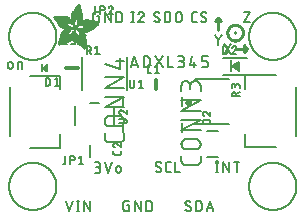
<source format=gbr>
G04 EAGLE Gerber RS-274X export*
G75*
%MOMM*%
%FSLAX34Y34*%
%LPD*%
%INSilkscreen Top*%
%IPPOS*%
%AMOC8*
5,1,8,0,0,1.08239X$1,22.5*%
G01*
%ADD10C,0.152400*%
%ADD11C,0.177800*%
%ADD12C,0.127000*%
%ADD13C,0.254000*%
%ADD14C,0.203200*%
%ADD15C,0.304800*%
%ADD16R,0.127000X0.762000*%
%ADD17R,0.200000X1.000000*%
%ADD18C,0.250000*%
%ADD19R,0.050800X0.006300*%
%ADD20R,0.082600X0.006400*%
%ADD21R,0.120600X0.006300*%
%ADD22R,0.139700X0.006400*%
%ADD23R,0.158800X0.006300*%
%ADD24R,0.177800X0.006400*%
%ADD25R,0.196800X0.006300*%
%ADD26R,0.215900X0.006400*%
%ADD27R,0.228600X0.006300*%
%ADD28R,0.241300X0.006400*%
%ADD29R,0.254000X0.006300*%
%ADD30R,0.266700X0.006400*%
%ADD31R,0.279400X0.006300*%
%ADD32R,0.285700X0.006400*%
%ADD33R,0.298400X0.006300*%
%ADD34R,0.311200X0.006400*%
%ADD35R,0.317500X0.006300*%
%ADD36R,0.330200X0.006400*%
%ADD37R,0.336600X0.006300*%
%ADD38R,0.349200X0.006400*%
%ADD39R,0.361900X0.006300*%
%ADD40R,0.368300X0.006400*%
%ADD41R,0.381000X0.006300*%
%ADD42R,0.387300X0.006400*%
%ADD43R,0.393700X0.006300*%
%ADD44R,0.406400X0.006400*%
%ADD45R,0.412700X0.006300*%
%ADD46R,0.419100X0.006400*%
%ADD47R,0.431800X0.006300*%
%ADD48R,0.438100X0.006400*%
%ADD49R,0.450800X0.006300*%
%ADD50R,0.457200X0.006400*%
%ADD51R,0.463500X0.006300*%
%ADD52R,0.476200X0.006400*%
%ADD53R,0.482600X0.006300*%
%ADD54R,0.488900X0.006400*%
%ADD55R,0.501600X0.006300*%
%ADD56R,0.508000X0.006400*%
%ADD57R,0.514300X0.006300*%
%ADD58R,0.527000X0.006400*%
%ADD59R,0.533400X0.006300*%
%ADD60R,0.546100X0.006400*%
%ADD61R,0.552400X0.006300*%
%ADD62R,0.558800X0.006400*%
%ADD63R,0.571500X0.006300*%
%ADD64R,0.577800X0.006400*%
%ADD65R,0.584200X0.006300*%
%ADD66R,0.596900X0.006400*%
%ADD67R,0.603200X0.006300*%
%ADD68R,0.609600X0.006400*%
%ADD69R,0.622300X0.006300*%
%ADD70R,0.628600X0.006400*%
%ADD71R,0.641300X0.006300*%
%ADD72R,0.647700X0.006400*%
%ADD73R,0.063500X0.006300*%
%ADD74R,0.654000X0.006300*%
%ADD75R,0.101600X0.006400*%
%ADD76R,0.666700X0.006400*%
%ADD77R,0.139700X0.006300*%
%ADD78R,0.673100X0.006300*%
%ADD79R,0.165100X0.006400*%
%ADD80R,0.679400X0.006400*%
%ADD81R,0.196900X0.006300*%
%ADD82R,0.692100X0.006300*%
%ADD83R,0.222200X0.006400*%
%ADD84R,0.698500X0.006400*%
%ADD85R,0.247700X0.006300*%
%ADD86R,0.704800X0.006300*%
%ADD87R,0.279400X0.006400*%
%ADD88R,0.717500X0.006400*%
%ADD89R,0.298500X0.006300*%
%ADD90R,0.723900X0.006300*%
%ADD91R,0.736600X0.006400*%
%ADD92R,0.342900X0.006300*%
%ADD93R,0.742900X0.006300*%
%ADD94R,0.374700X0.006400*%
%ADD95R,0.749300X0.006400*%
%ADD96R,0.762000X0.006300*%
%ADD97R,0.412700X0.006400*%
%ADD98R,0.768300X0.006400*%
%ADD99R,0.438100X0.006300*%
%ADD100R,0.774700X0.006300*%
%ADD101R,0.463600X0.006400*%
%ADD102R,0.787400X0.006400*%
%ADD103R,0.793700X0.006300*%
%ADD104R,0.495300X0.006400*%
%ADD105R,0.800100X0.006400*%
%ADD106R,0.520700X0.006300*%
%ADD107R,0.812800X0.006300*%
%ADD108R,0.533400X0.006400*%
%ADD109R,0.819100X0.006400*%
%ADD110R,0.558800X0.006300*%
%ADD111R,0.825500X0.006300*%
%ADD112R,0.577900X0.006400*%
%ADD113R,0.831800X0.006400*%
%ADD114R,0.596900X0.006300*%
%ADD115R,0.844500X0.006300*%
%ADD116R,0.616000X0.006400*%
%ADD117R,0.850900X0.006400*%
%ADD118R,0.635000X0.006300*%
%ADD119R,0.857200X0.006300*%
%ADD120R,0.654100X0.006400*%
%ADD121R,0.863600X0.006400*%
%ADD122R,0.666700X0.006300*%
%ADD123R,0.869900X0.006300*%
%ADD124R,0.685800X0.006400*%
%ADD125R,0.876300X0.006400*%
%ADD126R,0.882600X0.006300*%
%ADD127R,0.723900X0.006400*%
%ADD128R,0.889000X0.006400*%
%ADD129R,0.895300X0.006300*%
%ADD130R,0.755700X0.006400*%
%ADD131R,0.901700X0.006400*%
%ADD132R,0.908000X0.006300*%
%ADD133R,0.793800X0.006400*%
%ADD134R,0.914400X0.006400*%
%ADD135R,0.806400X0.006300*%
%ADD136R,0.920700X0.006300*%
%ADD137R,0.825500X0.006400*%
%ADD138R,0.927100X0.006400*%
%ADD139R,0.933400X0.006300*%
%ADD140R,0.857300X0.006400*%
%ADD141R,0.939800X0.006400*%
%ADD142R,0.870000X0.006300*%
%ADD143R,0.939800X0.006300*%
%ADD144R,0.946100X0.006400*%
%ADD145R,0.952500X0.006300*%
%ADD146R,0.908000X0.006400*%
%ADD147R,0.958800X0.006400*%
%ADD148R,0.965200X0.006300*%
%ADD149R,0.965200X0.006400*%
%ADD150R,0.971500X0.006300*%
%ADD151R,0.952500X0.006400*%
%ADD152R,0.977900X0.006400*%
%ADD153R,0.958800X0.006300*%
%ADD154R,0.984200X0.006300*%
%ADD155R,0.971500X0.006400*%
%ADD156R,0.984200X0.006400*%
%ADD157R,0.990600X0.006300*%
%ADD158R,0.984300X0.006400*%
%ADD159R,0.996900X0.006400*%
%ADD160R,0.997000X0.006300*%
%ADD161R,0.996900X0.006300*%
%ADD162R,1.003300X0.006400*%
%ADD163R,1.016000X0.006300*%
%ADD164R,1.009600X0.006300*%
%ADD165R,1.016000X0.006400*%
%ADD166R,1.009600X0.006400*%
%ADD167R,1.022300X0.006300*%
%ADD168R,1.028700X0.006400*%
%ADD169R,1.035100X0.006300*%
%ADD170R,1.047800X0.006400*%
%ADD171R,1.054100X0.006300*%
%ADD172R,1.028700X0.006300*%
%ADD173R,1.054100X0.006400*%
%ADD174R,1.035000X0.006400*%
%ADD175R,1.060400X0.006300*%
%ADD176R,1.035000X0.006300*%
%ADD177R,1.060500X0.006400*%
%ADD178R,1.041400X0.006400*%
%ADD179R,1.066800X0.006300*%
%ADD180R,1.041400X0.006300*%
%ADD181R,1.079500X0.006400*%
%ADD182R,1.047700X0.006400*%
%ADD183R,1.085900X0.006300*%
%ADD184R,1.047700X0.006300*%
%ADD185R,1.085800X0.006400*%
%ADD186R,1.092200X0.006300*%
%ADD187R,1.085900X0.006400*%
%ADD188R,1.098600X0.006300*%
%ADD189R,1.098600X0.006400*%
%ADD190R,1.060400X0.006400*%
%ADD191R,1.104900X0.006300*%
%ADD192R,1.104900X0.006400*%
%ADD193R,1.066800X0.006400*%
%ADD194R,1.111200X0.006300*%
%ADD195R,1.117600X0.006400*%
%ADD196R,1.117600X0.006300*%
%ADD197R,1.073100X0.006300*%
%ADD198R,1.073100X0.006400*%
%ADD199R,1.124000X0.006300*%
%ADD200R,1.079500X0.006300*%
%ADD201R,1.123900X0.006400*%
%ADD202R,1.130300X0.006300*%
%ADD203R,1.130300X0.006400*%
%ADD204R,1.136700X0.006400*%
%ADD205R,1.136700X0.006300*%
%ADD206R,1.085800X0.006300*%
%ADD207R,1.136600X0.006400*%
%ADD208R,1.136600X0.006300*%
%ADD209R,1.143000X0.006400*%
%ADD210R,1.143000X0.006300*%
%ADD211R,1.149400X0.006300*%
%ADD212R,1.149300X0.006300*%
%ADD213R,1.149300X0.006400*%
%ADD214R,1.149400X0.006400*%
%ADD215R,1.155700X0.006400*%
%ADD216R,1.155700X0.006300*%
%ADD217R,1.060500X0.006300*%
%ADD218R,2.197100X0.006400*%
%ADD219R,2.197100X0.006300*%
%ADD220R,2.184400X0.006300*%
%ADD221R,2.184400X0.006400*%
%ADD222R,2.171700X0.006400*%
%ADD223R,2.171700X0.006300*%
%ADD224R,1.530300X0.006400*%
%ADD225R,1.505000X0.006300*%
%ADD226R,1.492300X0.006400*%
%ADD227R,1.485900X0.006300*%
%ADD228R,0.565200X0.006300*%
%ADD229R,1.473200X0.006400*%
%ADD230R,0.565200X0.006400*%
%ADD231R,1.460500X0.006300*%
%ADD232R,1.454100X0.006400*%
%ADD233R,0.552400X0.006400*%
%ADD234R,1.441500X0.006300*%
%ADD235R,0.546100X0.006300*%
%ADD236R,1.435100X0.006400*%
%ADD237R,0.539800X0.006400*%
%ADD238R,1.428800X0.006300*%
%ADD239R,1.422400X0.006400*%
%ADD240R,1.409700X0.006300*%
%ADD241R,0.527100X0.006300*%
%ADD242R,1.403300X0.006400*%
%ADD243R,0.527100X0.006400*%
%ADD244R,1.390700X0.006300*%
%ADD245R,1.384300X0.006400*%
%ADD246R,0.520700X0.006400*%
%ADD247R,1.384300X0.006300*%
%ADD248R,0.514400X0.006300*%
%ADD249R,1.371600X0.006400*%
%ADD250R,1.365200X0.006300*%
%ADD251R,0.508000X0.006300*%
%ADD252R,1.352600X0.006400*%
%ADD253R,0.501700X0.006400*%
%ADD254R,0.711200X0.006300*%
%ADD255R,0.603300X0.006300*%
%ADD256R,0.501700X0.006300*%
%ADD257R,0.692100X0.006400*%
%ADD258R,0.571500X0.006400*%
%ADD259R,0.679400X0.006300*%
%ADD260R,0.495300X0.006300*%
%ADD261R,0.673100X0.006400*%
%ADD262R,0.666800X0.006300*%
%ADD263R,0.488900X0.006300*%
%ADD264R,0.660400X0.006400*%
%ADD265R,0.482600X0.006400*%
%ADD266R,0.476200X0.006300*%
%ADD267R,0.654000X0.006400*%
%ADD268R,0.469900X0.006400*%
%ADD269R,0.476300X0.006400*%
%ADD270R,0.647700X0.006300*%
%ADD271R,0.457200X0.006300*%
%ADD272R,0.469900X0.006300*%
%ADD273R,0.641300X0.006400*%
%ADD274R,0.444500X0.006400*%
%ADD275R,0.463600X0.006300*%
%ADD276R,0.635000X0.006400*%
%ADD277R,0.463500X0.006400*%
%ADD278R,0.393700X0.006400*%
%ADD279R,0.450800X0.006400*%
%ADD280R,0.628600X0.006300*%
%ADD281R,0.387400X0.006300*%
%ADD282R,0.450900X0.006300*%
%ADD283R,0.628700X0.006400*%
%ADD284R,0.374600X0.006400*%
%ADD285R,0.368300X0.006300*%
%ADD286R,0.438200X0.006300*%
%ADD287R,0.622300X0.006400*%
%ADD288R,0.355600X0.006400*%
%ADD289R,0.431800X0.006400*%
%ADD290R,0.349300X0.006300*%
%ADD291R,0.425400X0.006300*%
%ADD292R,0.615900X0.006300*%
%ADD293R,0.330200X0.006300*%
%ADD294R,0.419100X0.006300*%
%ADD295R,0.616000X0.006300*%
%ADD296R,0.311200X0.006300*%
%ADD297R,0.406400X0.006300*%
%ADD298R,0.615900X0.006400*%
%ADD299R,0.304800X0.006400*%
%ADD300R,0.158800X0.006400*%
%ADD301R,0.609600X0.006300*%
%ADD302R,0.292100X0.006300*%
%ADD303R,0.235000X0.006300*%
%ADD304R,0.387400X0.006400*%
%ADD305R,0.292100X0.006400*%
%ADD306R,0.336500X0.006300*%
%ADD307R,0.260400X0.006300*%
%ADD308R,0.603300X0.006400*%
%ADD309R,0.260400X0.006400*%
%ADD310R,0.362000X0.006400*%
%ADD311R,0.450900X0.006400*%
%ADD312R,0.355600X0.006300*%
%ADD313R,0.342900X0.006400*%
%ADD314R,0.514300X0.006400*%
%ADD315R,0.234900X0.006300*%
%ADD316R,0.539700X0.006300*%
%ADD317R,0.603200X0.006400*%
%ADD318R,0.234900X0.006400*%
%ADD319R,0.920700X0.006400*%
%ADD320R,0.958900X0.006400*%
%ADD321R,0.215900X0.006300*%
%ADD322R,0.209600X0.006400*%
%ADD323R,0.203200X0.006300*%
%ADD324R,1.003300X0.006300*%
%ADD325R,0.203200X0.006400*%
%ADD326R,0.196900X0.006400*%
%ADD327R,0.190500X0.006300*%
%ADD328R,0.190500X0.006400*%
%ADD329R,0.184200X0.006300*%
%ADD330R,0.590500X0.006400*%
%ADD331R,0.184200X0.006400*%
%ADD332R,0.590500X0.006300*%
%ADD333R,0.177800X0.006300*%
%ADD334R,0.584200X0.006400*%
%ADD335R,1.168400X0.006400*%
%ADD336R,0.171500X0.006300*%
%ADD337R,1.187500X0.006300*%
%ADD338R,1.200100X0.006400*%
%ADD339R,0.577800X0.006300*%
%ADD340R,1.212900X0.006300*%
%ADD341R,1.231900X0.006400*%
%ADD342R,1.250900X0.006300*%
%ADD343R,0.565100X0.006400*%
%ADD344R,0.184100X0.006400*%
%ADD345R,1.263700X0.006400*%
%ADD346R,0.565100X0.006300*%
%ADD347R,1.289100X0.006300*%
%ADD348R,1.314400X0.006400*%
%ADD349R,0.552500X0.006300*%
%ADD350R,1.568500X0.006300*%
%ADD351R,0.552500X0.006400*%
%ADD352R,1.581200X0.006400*%
%ADD353R,1.593800X0.006300*%
%ADD354R,1.606500X0.006400*%
%ADD355R,1.619300X0.006300*%
%ADD356R,0.514400X0.006400*%
%ADD357R,1.638300X0.006400*%
%ADD358R,1.657300X0.006300*%
%ADD359R,2.209800X0.006400*%
%ADD360R,2.425700X0.006300*%
%ADD361R,2.470100X0.006400*%
%ADD362R,2.501900X0.006300*%
%ADD363R,2.533700X0.006400*%
%ADD364R,2.559000X0.006300*%
%ADD365R,2.584500X0.006400*%
%ADD366R,2.609900X0.006300*%
%ADD367R,2.628900X0.006400*%
%ADD368R,2.660600X0.006300*%
%ADD369R,2.673400X0.006400*%
%ADD370R,1.422400X0.006300*%
%ADD371R,1.200200X0.006300*%
%ADD372R,1.365300X0.006300*%
%ADD373R,1.365300X0.006400*%
%ADD374R,1.352500X0.006300*%
%ADD375R,1.098500X0.006300*%
%ADD376R,1.358900X0.006400*%
%ADD377R,1.352600X0.006300*%
%ADD378R,1.358900X0.006300*%
%ADD379R,1.371600X0.006300*%
%ADD380R,1.377900X0.006400*%
%ADD381R,1.397000X0.006400*%
%ADD382R,1.403300X0.006300*%
%ADD383R,0.914400X0.006300*%
%ADD384R,0.876300X0.006300*%
%ADD385R,0.374600X0.006300*%
%ADD386R,1.073200X0.006400*%
%ADD387R,0.374700X0.006300*%
%ADD388R,0.844600X0.006400*%
%ADD389R,0.844600X0.006300*%
%ADD390R,0.831900X0.006400*%
%ADD391R,1.092200X0.006400*%
%ADD392R,0.400000X0.006300*%
%ADD393R,0.819200X0.006400*%
%ADD394R,1.111300X0.006400*%
%ADD395R,0.812800X0.006400*%
%ADD396R,0.800100X0.006300*%
%ADD397R,0.476300X0.006300*%
%ADD398R,1.181100X0.006300*%
%ADD399R,0.501600X0.006400*%
%ADD400R,1.193800X0.006400*%
%ADD401R,0.781000X0.006400*%
%ADD402R,1.238200X0.006400*%
%ADD403R,0.781100X0.006300*%
%ADD404R,1.257300X0.006300*%
%ADD405R,1.295400X0.006400*%
%ADD406R,1.333500X0.006300*%
%ADD407R,0.774700X0.006400*%
%ADD408R,1.866900X0.006400*%
%ADD409R,0.209600X0.006300*%
%ADD410R,1.866900X0.006300*%
%ADD411R,0.768400X0.006400*%
%ADD412R,0.209500X0.006400*%
%ADD413R,1.860600X0.006400*%
%ADD414R,0.762000X0.006400*%
%ADD415R,0.768400X0.006300*%
%ADD416R,1.860600X0.006300*%
%ADD417R,1.860500X0.006400*%
%ADD418R,0.222300X0.006300*%
%ADD419R,1.854200X0.006300*%
%ADD420R,0.235000X0.006400*%
%ADD421R,1.854200X0.006400*%
%ADD422R,0.768300X0.006300*%
%ADD423R,0.260300X0.006400*%
%ADD424R,1.847800X0.006400*%
%ADD425R,0.266700X0.006300*%
%ADD426R,1.847800X0.006300*%
%ADD427R,0.273100X0.006400*%
%ADD428R,1.841500X0.006400*%
%ADD429R,0.285800X0.006300*%
%ADD430R,1.841500X0.006300*%
%ADD431R,0.298500X0.006400*%
%ADD432R,1.835100X0.006400*%
%ADD433R,0.781000X0.006300*%
%ADD434R,0.304800X0.006300*%
%ADD435R,1.835100X0.006300*%
%ADD436R,0.317500X0.006400*%
%ADD437R,1.828800X0.006400*%
%ADD438R,0.787400X0.006300*%
%ADD439R,0.323800X0.006300*%
%ADD440R,1.828800X0.006300*%
%ADD441R,0.793700X0.006400*%
%ADD442R,1.822400X0.006400*%
%ADD443R,0.806500X0.006300*%
%ADD444R,1.822400X0.006300*%
%ADD445R,1.816100X0.006400*%
%ADD446R,0.819100X0.006300*%
%ADD447R,0.387300X0.006300*%
%ADD448R,1.816100X0.006300*%
%ADD449R,1.809800X0.006400*%
%ADD450R,1.803400X0.006300*%
%ADD451R,1.797000X0.006400*%
%ADD452R,0.901700X0.006300*%
%ADD453R,1.797000X0.006300*%
%ADD454R,1.441400X0.006400*%
%ADD455R,1.790700X0.006400*%
%ADD456R,1.447800X0.006300*%
%ADD457R,1.784300X0.006300*%
%ADD458R,1.447800X0.006400*%
%ADD459R,1.784300X0.006400*%
%ADD460R,1.454100X0.006300*%
%ADD461R,1.771700X0.006300*%
%ADD462R,1.460500X0.006400*%
%ADD463R,1.759000X0.006400*%
%ADD464R,1.466800X0.006300*%
%ADD465R,1.752600X0.006300*%
%ADD466R,1.466800X0.006400*%
%ADD467R,1.739900X0.006400*%
%ADD468R,1.473200X0.006300*%
%ADD469R,1.727200X0.006300*%
%ADD470R,1.479500X0.006400*%
%ADD471R,1.714500X0.006400*%
%ADD472R,1.695400X0.006300*%
%ADD473R,1.485900X0.006400*%
%ADD474R,1.682700X0.006400*%
%ADD475R,1.492200X0.006300*%
%ADD476R,1.663700X0.006300*%
%ADD477R,1.498600X0.006400*%
%ADD478R,1.644600X0.006400*%
%ADD479R,1.498600X0.006300*%
%ADD480R,1.619200X0.006300*%
%ADD481R,1.511300X0.006400*%
%ADD482R,1.600200X0.006400*%
%ADD483R,1.517700X0.006300*%
%ADD484R,1.574800X0.006300*%
%ADD485R,1.524000X0.006400*%
%ADD486R,1.555800X0.006400*%
%ADD487R,1.524000X0.006300*%
%ADD488R,1.536700X0.006300*%
%ADD489R,1.530400X0.006400*%
%ADD490R,1.517700X0.006400*%
%ADD491R,1.492300X0.006300*%
%ADD492R,1.549400X0.006400*%
%ADD493R,1.479600X0.006400*%
%ADD494R,1.549400X0.006300*%
%ADD495R,1.555700X0.006400*%
%ADD496R,1.562100X0.006300*%
%ADD497R,0.323900X0.006300*%
%ADD498R,1.568400X0.006400*%
%ADD499R,0.336600X0.006400*%
%ADD500R,1.587500X0.006300*%
%ADD501R,0.971600X0.006300*%
%ADD502R,0.349300X0.006400*%
%ADD503R,1.600200X0.006300*%
%ADD504R,0.920800X0.006300*%
%ADD505R,0.882700X0.006400*%
%ADD506R,1.612900X0.006300*%
%ADD507R,0.362000X0.006300*%
%ADD508R,1.625600X0.006400*%
%ADD509R,1.625600X0.006300*%
%ADD510R,1.644600X0.006300*%
%ADD511R,0.736600X0.006300*%
%ADD512R,0.717600X0.006400*%
%ADD513R,1.657400X0.006300*%
%ADD514R,0.679500X0.006300*%
%ADD515R,1.663700X0.006400*%
%ADD516R,0.400000X0.006400*%
%ADD517R,1.676400X0.006300*%
%ADD518R,1.676400X0.006400*%
%ADD519R,0.425500X0.006400*%
%ADD520R,1.352500X0.006400*%
%ADD521R,0.444500X0.006300*%
%ADD522R,0.361900X0.006400*%
%ADD523R,0.088900X0.006300*%
%ADD524R,1.009700X0.006300*%
%ADD525R,1.009700X0.006400*%
%ADD526R,1.022300X0.006400*%
%ADD527R,1.346200X0.006400*%
%ADD528R,1.346200X0.006300*%
%ADD529R,1.339900X0.006400*%
%ADD530R,1.035100X0.006400*%
%ADD531R,1.339800X0.006300*%
%ADD532R,1.333500X0.006400*%
%ADD533R,1.327200X0.006400*%
%ADD534R,1.320800X0.006300*%
%ADD535R,1.314500X0.006400*%
%ADD536R,1.314400X0.006300*%
%ADD537R,1.301700X0.006400*%
%ADD538R,1.295400X0.006300*%
%ADD539R,1.289000X0.006400*%
%ADD540R,1.276300X0.006300*%
%ADD541R,1.251000X0.006300*%
%ADD542R,1.244600X0.006400*%
%ADD543R,1.231900X0.006300*%
%ADD544R,1.212800X0.006400*%
%ADD545R,1.200100X0.006300*%
%ADD546R,1.187400X0.006400*%
%ADD547R,1.168400X0.006300*%
%ADD548R,1.047800X0.006300*%
%ADD549R,0.977900X0.006300*%
%ADD550R,0.946200X0.006400*%
%ADD551R,0.933400X0.006400*%
%ADD552R,0.895300X0.006400*%
%ADD553R,0.882700X0.006300*%
%ADD554R,0.863600X0.006300*%
%ADD555R,0.857200X0.006400*%
%ADD556R,0.850900X0.006300*%
%ADD557R,0.838200X0.006300*%
%ADD558R,0.806500X0.006400*%
%ADD559R,0.717600X0.006300*%
%ADD560R,0.711200X0.006400*%
%ADD561R,0.641400X0.006400*%
%ADD562R,0.641400X0.006300*%
%ADD563R,0.628700X0.006300*%
%ADD564R,0.590600X0.006300*%
%ADD565R,0.539700X0.006400*%
%ADD566R,0.285700X0.006300*%
%ADD567R,0.222200X0.006300*%
%ADD568R,0.171400X0.006300*%
%ADD569R,0.152400X0.006400*%
%ADD570R,0.133400X0.006300*%

G36*
X198895Y123993D02*
X198895Y123993D01*
X198966Y123991D01*
X199035Y124009D01*
X199106Y124018D01*
X199172Y124045D01*
X199241Y124063D01*
X199302Y124100D01*
X199368Y124127D01*
X199424Y124172D01*
X199486Y124209D01*
X199535Y124260D01*
X199590Y124305D01*
X199631Y124364D01*
X199680Y124416D01*
X199713Y124479D01*
X199754Y124537D01*
X199777Y124605D01*
X199810Y124669D01*
X199820Y124728D01*
X199847Y124806D01*
X199853Y124925D01*
X199865Y125000D01*
X199865Y129000D01*
X199855Y129071D01*
X199855Y129143D01*
X199835Y129211D01*
X199825Y129282D01*
X199796Y129347D01*
X199776Y129416D01*
X199738Y129476D01*
X199709Y129541D01*
X199663Y129596D01*
X199625Y129656D01*
X199572Y129704D01*
X199526Y129758D01*
X199466Y129798D01*
X199412Y129845D01*
X199348Y129876D01*
X199289Y129916D01*
X199221Y129937D01*
X199156Y129968D01*
X199086Y129980D01*
X199018Y130001D01*
X198946Y130003D01*
X198876Y130015D01*
X198805Y130007D01*
X198734Y130009D01*
X198664Y129990D01*
X198593Y129982D01*
X198538Y129957D01*
X198459Y129937D01*
X198356Y129876D01*
X198287Y129845D01*
X195287Y127845D01*
X195200Y127768D01*
X195110Y127695D01*
X195095Y127673D01*
X195075Y127655D01*
X195013Y127558D01*
X194946Y127463D01*
X194938Y127437D01*
X194923Y127415D01*
X194891Y127304D01*
X194853Y127194D01*
X194852Y127167D01*
X194845Y127142D01*
X194845Y127026D01*
X194839Y126910D01*
X194845Y126884D01*
X194845Y126857D01*
X194877Y126746D01*
X194903Y126633D01*
X194916Y126610D01*
X194924Y126584D01*
X194986Y126486D01*
X195042Y126385D01*
X195060Y126369D01*
X195075Y126344D01*
X195283Y126159D01*
X195287Y126155D01*
X198287Y124155D01*
X198351Y124124D01*
X198411Y124085D01*
X198479Y124063D01*
X198543Y124032D01*
X198614Y124020D01*
X198682Y123999D01*
X198753Y123997D01*
X198824Y123985D01*
X198895Y123993D01*
G37*
G36*
X37348Y122433D02*
X37348Y122433D01*
X37377Y122430D01*
X37469Y122450D01*
X37562Y122463D01*
X37589Y122476D01*
X37618Y122482D01*
X37698Y122530D01*
X37782Y122572D01*
X37803Y122593D01*
X37829Y122608D01*
X37890Y122680D01*
X37956Y122746D01*
X37969Y122772D01*
X37989Y122795D01*
X38024Y122882D01*
X38066Y122966D01*
X38070Y122996D01*
X38081Y123023D01*
X38099Y123190D01*
X38099Y128270D01*
X38094Y128299D01*
X38097Y128329D01*
X38075Y128420D01*
X38060Y128513D01*
X38046Y128539D01*
X38039Y128568D01*
X37988Y128647D01*
X37944Y128730D01*
X37923Y128751D01*
X37907Y128776D01*
X37834Y128835D01*
X37766Y128900D01*
X37739Y128912D01*
X37716Y128931D01*
X37628Y128964D01*
X37543Y129003D01*
X37513Y129006D01*
X37486Y129017D01*
X37392Y129020D01*
X37299Y129030D01*
X37269Y129024D01*
X37240Y129025D01*
X37150Y128998D01*
X37058Y128978D01*
X37033Y128963D01*
X37004Y128954D01*
X36862Y128864D01*
X33687Y126324D01*
X33618Y126247D01*
X33545Y126174D01*
X33536Y126157D01*
X33523Y126142D01*
X33481Y126046D01*
X33435Y125954D01*
X33433Y125934D01*
X33425Y125916D01*
X33416Y125813D01*
X33402Y125710D01*
X33406Y125691D01*
X33404Y125671D01*
X33429Y125570D01*
X33448Y125468D01*
X33458Y125451D01*
X33462Y125432D01*
X33518Y125345D01*
X33569Y125254D01*
X33586Y125237D01*
X33594Y125224D01*
X33619Y125204D01*
X33687Y125136D01*
X36862Y122596D01*
X36888Y122581D01*
X36910Y122561D01*
X36995Y122521D01*
X37077Y122475D01*
X37106Y122469D01*
X37133Y122457D01*
X37226Y122447D01*
X37318Y122429D01*
X37348Y122433D01*
G37*
D10*
X53394Y13208D02*
X56272Y4572D01*
X59151Y13208D01*
X63587Y13208D02*
X63587Y4572D01*
X62628Y4572D02*
X64547Y4572D01*
X64547Y13208D02*
X62628Y13208D01*
X68809Y13208D02*
X68809Y4572D01*
X73606Y4572D02*
X68809Y13208D01*
X73606Y13208D02*
X73606Y4572D01*
X77902Y36957D02*
X80301Y36957D01*
X80398Y36959D01*
X80494Y36965D01*
X80590Y36974D01*
X80686Y36988D01*
X80781Y37005D01*
X80875Y37027D01*
X80968Y37052D01*
X81061Y37080D01*
X81152Y37113D01*
X81241Y37149D01*
X81329Y37189D01*
X81416Y37232D01*
X81501Y37278D01*
X81583Y37328D01*
X81664Y37382D01*
X81742Y37438D01*
X81818Y37498D01*
X81892Y37560D01*
X81963Y37626D01*
X82031Y37694D01*
X82097Y37765D01*
X82159Y37839D01*
X82219Y37915D01*
X82275Y37993D01*
X82329Y38074D01*
X82379Y38156D01*
X82425Y38241D01*
X82468Y38328D01*
X82508Y38416D01*
X82544Y38505D01*
X82577Y38596D01*
X82605Y38689D01*
X82630Y38782D01*
X82652Y38876D01*
X82669Y38971D01*
X82683Y39067D01*
X82692Y39163D01*
X82698Y39259D01*
X82700Y39356D01*
X82698Y39453D01*
X82692Y39549D01*
X82683Y39645D01*
X82669Y39741D01*
X82652Y39836D01*
X82630Y39930D01*
X82605Y40023D01*
X82577Y40116D01*
X82544Y40207D01*
X82508Y40296D01*
X82468Y40384D01*
X82425Y40471D01*
X82379Y40555D01*
X82329Y40638D01*
X82275Y40719D01*
X82219Y40797D01*
X82159Y40873D01*
X82097Y40947D01*
X82031Y41018D01*
X81963Y41086D01*
X81892Y41152D01*
X81818Y41214D01*
X81742Y41274D01*
X81664Y41330D01*
X81583Y41384D01*
X81501Y41434D01*
X81416Y41480D01*
X81329Y41523D01*
X81241Y41563D01*
X81152Y41599D01*
X81061Y41632D01*
X80968Y41660D01*
X80875Y41685D01*
X80781Y41707D01*
X80686Y41724D01*
X80590Y41738D01*
X80494Y41747D01*
X80398Y41753D01*
X80301Y41755D01*
X80781Y45593D02*
X77902Y45593D01*
X80781Y45593D02*
X80867Y45591D01*
X80953Y45585D01*
X81039Y45576D01*
X81124Y45562D01*
X81208Y45545D01*
X81292Y45524D01*
X81374Y45499D01*
X81455Y45471D01*
X81535Y45439D01*
X81614Y45403D01*
X81690Y45364D01*
X81765Y45321D01*
X81838Y45276D01*
X81909Y45227D01*
X81977Y45174D01*
X82044Y45119D01*
X82107Y45061D01*
X82168Y45000D01*
X82226Y44937D01*
X82281Y44870D01*
X82334Y44802D01*
X82383Y44731D01*
X82428Y44658D01*
X82471Y44583D01*
X82510Y44507D01*
X82546Y44428D01*
X82578Y44348D01*
X82606Y44267D01*
X82631Y44185D01*
X82652Y44101D01*
X82669Y44017D01*
X82683Y43932D01*
X82692Y43846D01*
X82698Y43760D01*
X82700Y43674D01*
X82698Y43588D01*
X82692Y43502D01*
X82683Y43416D01*
X82669Y43331D01*
X82652Y43247D01*
X82631Y43163D01*
X82606Y43081D01*
X82578Y43000D01*
X82546Y42920D01*
X82510Y42841D01*
X82471Y42765D01*
X82428Y42690D01*
X82383Y42617D01*
X82334Y42546D01*
X82281Y42478D01*
X82226Y42411D01*
X82168Y42348D01*
X82107Y42287D01*
X82044Y42229D01*
X81977Y42174D01*
X81909Y42121D01*
X81838Y42072D01*
X81765Y42027D01*
X81690Y41984D01*
X81614Y41945D01*
X81535Y41909D01*
X81455Y41877D01*
X81374Y41849D01*
X81292Y41824D01*
X81208Y41803D01*
X81124Y41786D01*
X81039Y41772D01*
X80953Y41763D01*
X80867Y41757D01*
X80781Y41755D01*
X78861Y41755D01*
X86566Y45593D02*
X89445Y36957D01*
X92323Y45593D01*
X96060Y40795D02*
X96060Y38876D01*
X96060Y40795D02*
X96062Y40881D01*
X96068Y40967D01*
X96077Y41053D01*
X96091Y41138D01*
X96108Y41222D01*
X96129Y41306D01*
X96154Y41388D01*
X96182Y41469D01*
X96214Y41549D01*
X96250Y41628D01*
X96289Y41704D01*
X96332Y41779D01*
X96377Y41852D01*
X96426Y41923D01*
X96479Y41991D01*
X96534Y42058D01*
X96592Y42121D01*
X96653Y42182D01*
X96716Y42240D01*
X96783Y42295D01*
X96851Y42348D01*
X96922Y42397D01*
X96995Y42442D01*
X97070Y42485D01*
X97146Y42524D01*
X97225Y42560D01*
X97305Y42592D01*
X97386Y42620D01*
X97468Y42645D01*
X97552Y42666D01*
X97636Y42683D01*
X97721Y42697D01*
X97807Y42706D01*
X97893Y42712D01*
X97979Y42714D01*
X98065Y42712D01*
X98151Y42706D01*
X98237Y42697D01*
X98322Y42683D01*
X98406Y42666D01*
X98490Y42645D01*
X98572Y42620D01*
X98653Y42592D01*
X98733Y42560D01*
X98812Y42524D01*
X98888Y42485D01*
X98963Y42442D01*
X99036Y42397D01*
X99107Y42348D01*
X99175Y42295D01*
X99242Y42240D01*
X99305Y42182D01*
X99366Y42121D01*
X99424Y42058D01*
X99479Y41991D01*
X99532Y41923D01*
X99581Y41852D01*
X99626Y41779D01*
X99669Y41704D01*
X99708Y41628D01*
X99744Y41549D01*
X99776Y41469D01*
X99804Y41388D01*
X99829Y41306D01*
X99850Y41222D01*
X99867Y41138D01*
X99881Y41053D01*
X99890Y40967D01*
X99896Y40881D01*
X99898Y40795D01*
X99898Y38876D01*
X99896Y38790D01*
X99890Y38704D01*
X99881Y38618D01*
X99867Y38533D01*
X99850Y38449D01*
X99829Y38365D01*
X99804Y38283D01*
X99776Y38202D01*
X99744Y38122D01*
X99708Y38043D01*
X99669Y37967D01*
X99626Y37892D01*
X99581Y37819D01*
X99532Y37748D01*
X99479Y37680D01*
X99424Y37613D01*
X99366Y37550D01*
X99305Y37489D01*
X99242Y37431D01*
X99175Y37376D01*
X99107Y37323D01*
X99036Y37274D01*
X98963Y37229D01*
X98888Y37186D01*
X98812Y37147D01*
X98733Y37111D01*
X98653Y37079D01*
X98572Y37051D01*
X98490Y37026D01*
X98406Y37005D01*
X98322Y36988D01*
X98237Y36974D01*
X98151Y36965D01*
X98065Y36959D01*
X97979Y36957D01*
X97893Y36959D01*
X97807Y36965D01*
X97721Y36974D01*
X97636Y36988D01*
X97552Y37005D01*
X97468Y37026D01*
X97386Y37051D01*
X97305Y37079D01*
X97225Y37111D01*
X97146Y37147D01*
X97070Y37186D01*
X96995Y37229D01*
X96922Y37274D01*
X96851Y37323D01*
X96783Y37376D01*
X96716Y37431D01*
X96653Y37489D01*
X96592Y37550D01*
X96534Y37613D01*
X96479Y37680D01*
X96426Y37748D01*
X96377Y37819D01*
X96332Y37892D01*
X96289Y37967D01*
X96250Y38043D01*
X96214Y38122D01*
X96182Y38202D01*
X96154Y38283D01*
X96129Y38365D01*
X96108Y38449D01*
X96091Y38533D01*
X96077Y38618D01*
X96068Y38704D01*
X96062Y38790D01*
X96060Y38876D01*
X105506Y9370D02*
X106945Y9370D01*
X106945Y4572D01*
X104067Y4572D01*
X103981Y4574D01*
X103895Y4580D01*
X103809Y4589D01*
X103724Y4603D01*
X103640Y4620D01*
X103556Y4641D01*
X103474Y4666D01*
X103393Y4694D01*
X103313Y4726D01*
X103234Y4762D01*
X103158Y4801D01*
X103083Y4844D01*
X103010Y4889D01*
X102939Y4938D01*
X102871Y4991D01*
X102804Y5046D01*
X102741Y5104D01*
X102680Y5165D01*
X102622Y5228D01*
X102567Y5295D01*
X102514Y5363D01*
X102465Y5434D01*
X102420Y5507D01*
X102377Y5582D01*
X102338Y5658D01*
X102302Y5737D01*
X102270Y5817D01*
X102242Y5898D01*
X102217Y5980D01*
X102196Y6064D01*
X102179Y6148D01*
X102165Y6233D01*
X102156Y6319D01*
X102150Y6405D01*
X102148Y6491D01*
X102148Y11289D01*
X102150Y11375D01*
X102156Y11461D01*
X102165Y11547D01*
X102179Y11632D01*
X102196Y11716D01*
X102217Y11800D01*
X102242Y11882D01*
X102270Y11963D01*
X102302Y12043D01*
X102338Y12122D01*
X102377Y12198D01*
X102420Y12273D01*
X102465Y12346D01*
X102514Y12417D01*
X102567Y12485D01*
X102622Y12552D01*
X102680Y12615D01*
X102741Y12676D01*
X102804Y12734D01*
X102871Y12789D01*
X102939Y12841D01*
X103010Y12891D01*
X103083Y12936D01*
X103158Y12979D01*
X103234Y13018D01*
X103313Y13054D01*
X103393Y13086D01*
X103474Y13114D01*
X103556Y13139D01*
X103640Y13160D01*
X103724Y13177D01*
X103809Y13191D01*
X103895Y13200D01*
X103981Y13206D01*
X104067Y13208D01*
X106945Y13208D01*
X111901Y13208D02*
X111901Y4572D01*
X116699Y4572D02*
X111901Y13208D01*
X116699Y13208D02*
X116699Y4572D01*
X121655Y4572D02*
X121655Y13208D01*
X124054Y13208D01*
X124151Y13206D01*
X124247Y13200D01*
X124343Y13191D01*
X124439Y13177D01*
X124534Y13160D01*
X124628Y13138D01*
X124721Y13113D01*
X124814Y13085D01*
X124905Y13052D01*
X124994Y13016D01*
X125082Y12976D01*
X125169Y12933D01*
X125254Y12887D01*
X125336Y12837D01*
X125417Y12783D01*
X125495Y12727D01*
X125571Y12667D01*
X125645Y12605D01*
X125716Y12539D01*
X125784Y12471D01*
X125850Y12400D01*
X125912Y12326D01*
X125972Y12250D01*
X126028Y12172D01*
X126082Y12091D01*
X126132Y12009D01*
X126178Y11924D01*
X126221Y11837D01*
X126261Y11749D01*
X126297Y11660D01*
X126330Y11569D01*
X126358Y11476D01*
X126383Y11383D01*
X126405Y11289D01*
X126422Y11194D01*
X126436Y11098D01*
X126445Y11002D01*
X126451Y10906D01*
X126453Y10809D01*
X126452Y10809D02*
X126452Y6971D01*
X126453Y6971D02*
X126451Y6874D01*
X126445Y6778D01*
X126436Y6682D01*
X126422Y6586D01*
X126405Y6491D01*
X126383Y6397D01*
X126358Y6304D01*
X126330Y6211D01*
X126297Y6120D01*
X126261Y6031D01*
X126221Y5943D01*
X126178Y5856D01*
X126132Y5771D01*
X126082Y5689D01*
X126028Y5608D01*
X125972Y5530D01*
X125912Y5454D01*
X125850Y5380D01*
X125784Y5309D01*
X125716Y5241D01*
X125645Y5175D01*
X125571Y5113D01*
X125495Y5053D01*
X125417Y4997D01*
X125336Y4943D01*
X125254Y4893D01*
X125169Y4847D01*
X125082Y4804D01*
X124994Y4764D01*
X124905Y4728D01*
X124814Y4695D01*
X124721Y4667D01*
X124628Y4642D01*
X124534Y4620D01*
X124439Y4603D01*
X124343Y4589D01*
X124247Y4580D01*
X124151Y4574D01*
X124054Y4572D01*
X121655Y4572D01*
X132265Y37592D02*
X132351Y37594D01*
X132437Y37600D01*
X132523Y37609D01*
X132608Y37623D01*
X132692Y37640D01*
X132776Y37661D01*
X132858Y37686D01*
X132939Y37714D01*
X133019Y37746D01*
X133098Y37782D01*
X133174Y37821D01*
X133249Y37864D01*
X133322Y37909D01*
X133393Y37959D01*
X133461Y38011D01*
X133528Y38066D01*
X133591Y38124D01*
X133652Y38185D01*
X133710Y38248D01*
X133765Y38315D01*
X133818Y38383D01*
X133867Y38454D01*
X133912Y38527D01*
X133955Y38602D01*
X133994Y38678D01*
X134030Y38757D01*
X134062Y38837D01*
X134090Y38918D01*
X134115Y39000D01*
X134136Y39084D01*
X134153Y39168D01*
X134167Y39253D01*
X134176Y39339D01*
X134182Y39425D01*
X134184Y39511D01*
X132265Y37592D02*
X132142Y37594D01*
X132019Y37599D01*
X131896Y37609D01*
X131774Y37622D01*
X131652Y37639D01*
X131530Y37659D01*
X131410Y37683D01*
X131290Y37711D01*
X131171Y37742D01*
X131053Y37777D01*
X130936Y37816D01*
X130820Y37858D01*
X130706Y37904D01*
X130593Y37953D01*
X130482Y38005D01*
X130372Y38061D01*
X130264Y38120D01*
X130158Y38183D01*
X130053Y38248D01*
X129951Y38317D01*
X129851Y38389D01*
X129754Y38464D01*
X129658Y38541D01*
X129565Y38622D01*
X129474Y38705D01*
X129386Y38791D01*
X129626Y44309D02*
X129628Y44395D01*
X129634Y44481D01*
X129643Y44567D01*
X129657Y44652D01*
X129674Y44736D01*
X129695Y44820D01*
X129720Y44902D01*
X129748Y44983D01*
X129780Y45063D01*
X129816Y45142D01*
X129855Y45218D01*
X129898Y45293D01*
X129943Y45366D01*
X129992Y45437D01*
X130045Y45505D01*
X130100Y45572D01*
X130158Y45635D01*
X130219Y45696D01*
X130282Y45754D01*
X130349Y45809D01*
X130417Y45862D01*
X130488Y45911D01*
X130561Y45956D01*
X130636Y45999D01*
X130712Y46038D01*
X130791Y46074D01*
X130871Y46106D01*
X130952Y46134D01*
X131034Y46159D01*
X131118Y46180D01*
X131202Y46197D01*
X131287Y46211D01*
X131373Y46220D01*
X131459Y46226D01*
X131545Y46228D01*
X131661Y46226D01*
X131776Y46221D01*
X131892Y46211D01*
X132007Y46198D01*
X132121Y46182D01*
X132235Y46161D01*
X132349Y46137D01*
X132461Y46109D01*
X132572Y46078D01*
X132683Y46043D01*
X132792Y46005D01*
X132900Y45963D01*
X133006Y45918D01*
X133112Y45869D01*
X133215Y45817D01*
X133317Y45762D01*
X133416Y45703D01*
X133514Y45641D01*
X133610Y45576D01*
X133704Y45508D01*
X130585Y42630D02*
X130511Y42676D01*
X130438Y42726D01*
X130368Y42779D01*
X130300Y42835D01*
X130235Y42894D01*
X130172Y42956D01*
X130113Y43021D01*
X130056Y43088D01*
X130002Y43158D01*
X129952Y43230D01*
X129905Y43304D01*
X129861Y43380D01*
X129821Y43459D01*
X129785Y43539D01*
X129752Y43620D01*
X129723Y43703D01*
X129697Y43788D01*
X129675Y43873D01*
X129658Y43959D01*
X129644Y44046D01*
X129634Y44133D01*
X129628Y44221D01*
X129626Y44309D01*
X133225Y41190D02*
X133299Y41144D01*
X133372Y41094D01*
X133442Y41041D01*
X133510Y40985D01*
X133575Y40926D01*
X133638Y40864D01*
X133697Y40799D01*
X133754Y40732D01*
X133808Y40662D01*
X133858Y40590D01*
X133905Y40516D01*
X133949Y40440D01*
X133989Y40361D01*
X134025Y40281D01*
X134058Y40200D01*
X134087Y40117D01*
X134113Y40032D01*
X134135Y39947D01*
X134152Y39861D01*
X134166Y39774D01*
X134176Y39687D01*
X134182Y39599D01*
X134184Y39511D01*
X133224Y41190D02*
X130585Y42630D01*
X140106Y37592D02*
X142025Y37592D01*
X140106Y37592D02*
X140020Y37594D01*
X139934Y37600D01*
X139848Y37609D01*
X139763Y37623D01*
X139679Y37640D01*
X139595Y37661D01*
X139513Y37686D01*
X139432Y37714D01*
X139352Y37746D01*
X139273Y37782D01*
X139197Y37821D01*
X139122Y37864D01*
X139049Y37909D01*
X138978Y37958D01*
X138910Y38011D01*
X138843Y38066D01*
X138780Y38124D01*
X138719Y38185D01*
X138661Y38248D01*
X138606Y38315D01*
X138553Y38383D01*
X138504Y38454D01*
X138459Y38527D01*
X138416Y38602D01*
X138377Y38678D01*
X138341Y38757D01*
X138309Y38837D01*
X138281Y38918D01*
X138256Y39000D01*
X138235Y39084D01*
X138218Y39168D01*
X138204Y39253D01*
X138195Y39339D01*
X138189Y39425D01*
X138187Y39511D01*
X138187Y44309D01*
X138189Y44395D01*
X138195Y44481D01*
X138204Y44567D01*
X138218Y44652D01*
X138235Y44736D01*
X138256Y44820D01*
X138281Y44902D01*
X138309Y44983D01*
X138341Y45063D01*
X138377Y45142D01*
X138416Y45218D01*
X138459Y45293D01*
X138504Y45366D01*
X138553Y45437D01*
X138606Y45505D01*
X138661Y45572D01*
X138719Y45635D01*
X138780Y45696D01*
X138843Y45754D01*
X138910Y45809D01*
X138978Y45861D01*
X139049Y45911D01*
X139122Y45956D01*
X139197Y45999D01*
X139273Y46038D01*
X139352Y46074D01*
X139432Y46106D01*
X139513Y46134D01*
X139595Y46159D01*
X139679Y46180D01*
X139763Y46197D01*
X139848Y46211D01*
X139934Y46220D01*
X140020Y46226D01*
X140106Y46228D01*
X142025Y46228D01*
X146176Y46228D02*
X146176Y37592D01*
X150014Y37592D01*
X159233Y6491D02*
X159231Y6405D01*
X159225Y6319D01*
X159216Y6233D01*
X159202Y6148D01*
X159185Y6064D01*
X159164Y5980D01*
X159139Y5898D01*
X159111Y5817D01*
X159079Y5737D01*
X159043Y5658D01*
X159004Y5582D01*
X158961Y5507D01*
X158916Y5434D01*
X158867Y5363D01*
X158814Y5295D01*
X158759Y5228D01*
X158701Y5165D01*
X158640Y5104D01*
X158577Y5046D01*
X158510Y4991D01*
X158442Y4939D01*
X158371Y4889D01*
X158298Y4844D01*
X158223Y4801D01*
X158147Y4762D01*
X158068Y4726D01*
X157988Y4694D01*
X157907Y4666D01*
X157825Y4641D01*
X157741Y4620D01*
X157657Y4603D01*
X157572Y4589D01*
X157486Y4580D01*
X157400Y4574D01*
X157314Y4572D01*
X157313Y4572D02*
X157190Y4574D01*
X157067Y4579D01*
X156944Y4589D01*
X156822Y4602D01*
X156700Y4619D01*
X156578Y4639D01*
X156458Y4663D01*
X156338Y4691D01*
X156219Y4722D01*
X156101Y4757D01*
X155984Y4796D01*
X155868Y4838D01*
X155754Y4884D01*
X155641Y4933D01*
X155530Y4985D01*
X155420Y5041D01*
X155312Y5100D01*
X155206Y5163D01*
X155101Y5228D01*
X154999Y5297D01*
X154899Y5369D01*
X154802Y5444D01*
X154706Y5521D01*
X154613Y5602D01*
X154522Y5685D01*
X154434Y5771D01*
X154675Y11289D02*
X154677Y11375D01*
X154683Y11461D01*
X154692Y11547D01*
X154706Y11632D01*
X154723Y11716D01*
X154744Y11800D01*
X154769Y11882D01*
X154797Y11963D01*
X154829Y12043D01*
X154865Y12122D01*
X154904Y12198D01*
X154947Y12273D01*
X154992Y12346D01*
X155041Y12417D01*
X155094Y12485D01*
X155149Y12552D01*
X155207Y12615D01*
X155268Y12676D01*
X155331Y12734D01*
X155398Y12789D01*
X155466Y12842D01*
X155537Y12891D01*
X155610Y12936D01*
X155685Y12979D01*
X155761Y13018D01*
X155840Y13054D01*
X155920Y13086D01*
X156001Y13114D01*
X156083Y13139D01*
X156167Y13160D01*
X156251Y13177D01*
X156336Y13191D01*
X156422Y13200D01*
X156508Y13206D01*
X156594Y13208D01*
X156710Y13206D01*
X156825Y13201D01*
X156941Y13191D01*
X157056Y13178D01*
X157170Y13162D01*
X157284Y13141D01*
X157398Y13117D01*
X157510Y13089D01*
X157621Y13058D01*
X157732Y13023D01*
X157841Y12985D01*
X157949Y12943D01*
X158055Y12898D01*
X158161Y12849D01*
X158264Y12797D01*
X158366Y12742D01*
X158465Y12683D01*
X158563Y12621D01*
X158659Y12556D01*
X158753Y12488D01*
X155634Y9610D02*
X155560Y9656D01*
X155487Y9706D01*
X155417Y9759D01*
X155349Y9815D01*
X155284Y9874D01*
X155221Y9936D01*
X155162Y10001D01*
X155105Y10068D01*
X155051Y10138D01*
X155001Y10210D01*
X154954Y10284D01*
X154910Y10360D01*
X154870Y10439D01*
X154834Y10519D01*
X154801Y10600D01*
X154772Y10683D01*
X154746Y10768D01*
X154724Y10853D01*
X154707Y10939D01*
X154693Y11026D01*
X154683Y11113D01*
X154677Y11201D01*
X154675Y11289D01*
X158274Y8170D02*
X158348Y8124D01*
X158421Y8074D01*
X158491Y8021D01*
X158559Y7965D01*
X158624Y7906D01*
X158687Y7844D01*
X158746Y7779D01*
X158803Y7712D01*
X158857Y7642D01*
X158907Y7570D01*
X158954Y7496D01*
X158998Y7420D01*
X159038Y7341D01*
X159074Y7261D01*
X159107Y7180D01*
X159136Y7097D01*
X159162Y7012D01*
X159184Y6927D01*
X159201Y6841D01*
X159215Y6754D01*
X159225Y6667D01*
X159231Y6579D01*
X159233Y6491D01*
X158273Y8170D02*
X155634Y9610D01*
X163579Y13208D02*
X163579Y4572D01*
X163579Y13208D02*
X165978Y13208D01*
X166075Y13206D01*
X166171Y13200D01*
X166267Y13191D01*
X166363Y13177D01*
X166458Y13160D01*
X166552Y13138D01*
X166645Y13113D01*
X166738Y13085D01*
X166829Y13052D01*
X166918Y13016D01*
X167006Y12976D01*
X167093Y12933D01*
X167178Y12887D01*
X167260Y12837D01*
X167341Y12783D01*
X167419Y12727D01*
X167495Y12667D01*
X167569Y12605D01*
X167640Y12539D01*
X167708Y12471D01*
X167774Y12400D01*
X167836Y12326D01*
X167896Y12250D01*
X167952Y12172D01*
X168006Y12091D01*
X168056Y12009D01*
X168102Y11924D01*
X168145Y11837D01*
X168185Y11749D01*
X168221Y11660D01*
X168254Y11569D01*
X168282Y11476D01*
X168307Y11383D01*
X168329Y11289D01*
X168346Y11194D01*
X168360Y11098D01*
X168369Y11002D01*
X168375Y10906D01*
X168377Y10809D01*
X168377Y6971D01*
X168375Y6874D01*
X168369Y6778D01*
X168360Y6682D01*
X168346Y6586D01*
X168329Y6491D01*
X168307Y6397D01*
X168282Y6304D01*
X168254Y6211D01*
X168221Y6120D01*
X168185Y6031D01*
X168145Y5943D01*
X168102Y5856D01*
X168056Y5771D01*
X168006Y5689D01*
X167952Y5608D01*
X167896Y5530D01*
X167836Y5454D01*
X167774Y5380D01*
X167708Y5309D01*
X167640Y5241D01*
X167569Y5175D01*
X167495Y5113D01*
X167419Y5053D01*
X167341Y4997D01*
X167260Y4943D01*
X167178Y4893D01*
X167093Y4847D01*
X167006Y4804D01*
X166918Y4764D01*
X166829Y4728D01*
X166738Y4695D01*
X166645Y4667D01*
X166552Y4642D01*
X166458Y4620D01*
X166363Y4603D01*
X166267Y4589D01*
X166171Y4580D01*
X166075Y4574D01*
X165978Y4572D01*
X163579Y4572D01*
X172548Y4572D02*
X175426Y13208D01*
X178305Y4572D01*
X177585Y6731D02*
X173267Y6731D01*
X181551Y37592D02*
X181551Y46228D01*
X180591Y37592D02*
X182510Y37592D01*
X182510Y46228D02*
X180591Y46228D01*
X186772Y46228D02*
X186772Y37592D01*
X191570Y37592D02*
X186772Y46228D01*
X191570Y46228D02*
X191570Y37592D01*
X198010Y37592D02*
X198010Y46228D01*
X195611Y46228D02*
X200409Y46228D01*
D11*
X108259Y126111D02*
X111391Y135509D01*
X114524Y126111D01*
X113741Y128461D02*
X109042Y128461D01*
X119174Y126111D02*
X119174Y135509D01*
X121785Y135509D01*
X121885Y135507D01*
X121985Y135501D01*
X122084Y135492D01*
X122184Y135478D01*
X122282Y135461D01*
X122380Y135440D01*
X122477Y135416D01*
X122573Y135387D01*
X122668Y135355D01*
X122761Y135320D01*
X122853Y135281D01*
X122944Y135238D01*
X123032Y135192D01*
X123119Y135142D01*
X123204Y135090D01*
X123287Y135034D01*
X123368Y134975D01*
X123446Y134912D01*
X123522Y134847D01*
X123596Y134779D01*
X123666Y134709D01*
X123734Y134635D01*
X123799Y134559D01*
X123862Y134481D01*
X123921Y134400D01*
X123977Y134317D01*
X124029Y134232D01*
X124079Y134145D01*
X124125Y134057D01*
X124168Y133966D01*
X124207Y133874D01*
X124242Y133781D01*
X124274Y133686D01*
X124303Y133590D01*
X124327Y133493D01*
X124348Y133395D01*
X124365Y133297D01*
X124379Y133197D01*
X124388Y133098D01*
X124394Y132998D01*
X124396Y132898D01*
X124395Y132898D02*
X124395Y128722D01*
X124396Y128722D02*
X124394Y128622D01*
X124388Y128522D01*
X124379Y128423D01*
X124365Y128323D01*
X124348Y128225D01*
X124327Y128127D01*
X124303Y128030D01*
X124274Y127934D01*
X124242Y127839D01*
X124207Y127746D01*
X124168Y127654D01*
X124125Y127563D01*
X124079Y127475D01*
X124029Y127388D01*
X123977Y127303D01*
X123921Y127220D01*
X123862Y127139D01*
X123799Y127061D01*
X123734Y126985D01*
X123666Y126911D01*
X123596Y126841D01*
X123522Y126773D01*
X123446Y126708D01*
X123368Y126645D01*
X123287Y126586D01*
X123204Y126530D01*
X123119Y126478D01*
X123032Y126428D01*
X122944Y126382D01*
X122853Y126339D01*
X122761Y126300D01*
X122668Y126265D01*
X122573Y126233D01*
X122477Y126204D01*
X122380Y126180D01*
X122282Y126159D01*
X122184Y126142D01*
X122084Y126128D01*
X121985Y126119D01*
X121885Y126113D01*
X121785Y126111D01*
X119174Y126111D01*
X129046Y126111D02*
X135311Y135509D01*
X129046Y135509D02*
X135311Y126111D01*
X139991Y126111D02*
X139991Y135509D01*
X139991Y126111D02*
X144168Y126111D01*
X148344Y126111D02*
X150954Y126111D01*
X151055Y126113D01*
X151156Y126119D01*
X151257Y126129D01*
X151357Y126142D01*
X151457Y126160D01*
X151556Y126181D01*
X151654Y126207D01*
X151751Y126236D01*
X151847Y126268D01*
X151941Y126305D01*
X152034Y126345D01*
X152126Y126389D01*
X152215Y126436D01*
X152303Y126487D01*
X152389Y126541D01*
X152472Y126598D01*
X152554Y126658D01*
X152632Y126722D01*
X152709Y126788D01*
X152782Y126858D01*
X152853Y126930D01*
X152921Y127005D01*
X152986Y127083D01*
X153048Y127163D01*
X153107Y127245D01*
X153163Y127330D01*
X153215Y127416D01*
X153264Y127505D01*
X153310Y127596D01*
X153351Y127688D01*
X153390Y127782D01*
X153424Y127877D01*
X153455Y127973D01*
X153482Y128071D01*
X153506Y128169D01*
X153525Y128269D01*
X153541Y128369D01*
X153553Y128469D01*
X153561Y128570D01*
X153565Y128671D01*
X153565Y128773D01*
X153561Y128874D01*
X153553Y128975D01*
X153541Y129075D01*
X153525Y129175D01*
X153506Y129275D01*
X153482Y129373D01*
X153455Y129471D01*
X153424Y129567D01*
X153390Y129662D01*
X153351Y129756D01*
X153310Y129848D01*
X153264Y129939D01*
X153215Y130027D01*
X153163Y130114D01*
X153107Y130199D01*
X153048Y130281D01*
X152986Y130361D01*
X152921Y130439D01*
X152853Y130514D01*
X152782Y130586D01*
X152709Y130656D01*
X152632Y130722D01*
X152554Y130786D01*
X152472Y130846D01*
X152389Y130903D01*
X152303Y130957D01*
X152215Y131008D01*
X152126Y131055D01*
X152034Y131099D01*
X151941Y131139D01*
X151847Y131176D01*
X151751Y131208D01*
X151654Y131237D01*
X151556Y131263D01*
X151457Y131284D01*
X151357Y131302D01*
X151257Y131315D01*
X151156Y131325D01*
X151055Y131331D01*
X150954Y131333D01*
X151476Y135509D02*
X148344Y135509D01*
X151476Y135509D02*
X151566Y135507D01*
X151655Y135501D01*
X151745Y135492D01*
X151834Y135478D01*
X151922Y135461D01*
X152009Y135440D01*
X152096Y135415D01*
X152181Y135386D01*
X152265Y135354D01*
X152347Y135319D01*
X152428Y135279D01*
X152507Y135237D01*
X152584Y135191D01*
X152659Y135141D01*
X152732Y135089D01*
X152803Y135033D01*
X152871Y134975D01*
X152936Y134913D01*
X152999Y134849D01*
X153059Y134782D01*
X153116Y134713D01*
X153170Y134641D01*
X153221Y134567D01*
X153269Y134491D01*
X153313Y134413D01*
X153354Y134333D01*
X153392Y134251D01*
X153426Y134168D01*
X153456Y134083D01*
X153483Y133997D01*
X153506Y133911D01*
X153525Y133823D01*
X153540Y133734D01*
X153552Y133645D01*
X153560Y133556D01*
X153564Y133466D01*
X153564Y133376D01*
X153560Y133286D01*
X153552Y133197D01*
X153540Y133108D01*
X153525Y133019D01*
X153506Y132931D01*
X153483Y132845D01*
X153456Y132759D01*
X153426Y132674D01*
X153392Y132591D01*
X153354Y132509D01*
X153313Y132429D01*
X153269Y132351D01*
X153221Y132275D01*
X153170Y132201D01*
X153116Y132129D01*
X153059Y132060D01*
X152999Y131993D01*
X152936Y131929D01*
X152871Y131867D01*
X152803Y131809D01*
X152732Y131753D01*
X152659Y131701D01*
X152584Y131651D01*
X152507Y131605D01*
X152428Y131563D01*
X152347Y131523D01*
X152265Y131488D01*
X152181Y131456D01*
X152096Y131427D01*
X152009Y131402D01*
X151922Y131381D01*
X151834Y131364D01*
X151745Y131350D01*
X151655Y131341D01*
X151566Y131335D01*
X151476Y131333D01*
X151476Y131332D02*
X149388Y131332D01*
X158402Y128199D02*
X160490Y135509D01*
X158402Y128199D02*
X163623Y128199D01*
X162057Y130288D02*
X162057Y126111D01*
X168460Y126111D02*
X171593Y126111D01*
X171682Y126113D01*
X171770Y126119D01*
X171858Y126128D01*
X171946Y126141D01*
X172033Y126158D01*
X172119Y126178D01*
X172204Y126203D01*
X172289Y126230D01*
X172372Y126262D01*
X172453Y126296D01*
X172533Y126335D01*
X172611Y126376D01*
X172688Y126421D01*
X172762Y126469D01*
X172835Y126520D01*
X172905Y126574D01*
X172972Y126632D01*
X173038Y126692D01*
X173100Y126754D01*
X173160Y126820D01*
X173218Y126887D01*
X173272Y126957D01*
X173323Y127030D01*
X173371Y127104D01*
X173416Y127181D01*
X173457Y127259D01*
X173496Y127339D01*
X173530Y127420D01*
X173562Y127503D01*
X173589Y127588D01*
X173614Y127673D01*
X173634Y127759D01*
X173651Y127846D01*
X173664Y127934D01*
X173673Y128022D01*
X173679Y128110D01*
X173681Y128199D01*
X173681Y129244D01*
X173679Y129333D01*
X173673Y129421D01*
X173664Y129509D01*
X173651Y129597D01*
X173634Y129684D01*
X173614Y129770D01*
X173589Y129855D01*
X173562Y129940D01*
X173530Y130023D01*
X173496Y130104D01*
X173457Y130184D01*
X173416Y130262D01*
X173371Y130339D01*
X173323Y130413D01*
X173272Y130486D01*
X173218Y130556D01*
X173160Y130623D01*
X173100Y130689D01*
X173038Y130751D01*
X172972Y130811D01*
X172905Y130869D01*
X172835Y130923D01*
X172762Y130974D01*
X172688Y131022D01*
X172611Y131067D01*
X172533Y131108D01*
X172453Y131147D01*
X172372Y131181D01*
X172289Y131213D01*
X172204Y131240D01*
X172119Y131265D01*
X172033Y131285D01*
X171946Y131302D01*
X171858Y131315D01*
X171770Y131324D01*
X171682Y131330D01*
X171593Y131332D01*
X168460Y131332D01*
X168460Y135509D01*
X173681Y135509D01*
D12*
X4445Y129046D02*
X4445Y127071D01*
X4445Y129046D02*
X4447Y129133D01*
X4453Y129221D01*
X4462Y129308D01*
X4476Y129394D01*
X4493Y129480D01*
X4514Y129564D01*
X4539Y129648D01*
X4568Y129731D01*
X4600Y129812D01*
X4635Y129892D01*
X4674Y129970D01*
X4717Y130047D01*
X4763Y130121D01*
X4812Y130193D01*
X4864Y130263D01*
X4920Y130331D01*
X4978Y130396D01*
X5039Y130459D01*
X5103Y130518D01*
X5170Y130575D01*
X5238Y130629D01*
X5310Y130680D01*
X5383Y130727D01*
X5458Y130772D01*
X5536Y130813D01*
X5615Y130850D01*
X5695Y130884D01*
X5777Y130914D01*
X5860Y130941D01*
X5945Y130964D01*
X6030Y130983D01*
X6116Y130998D01*
X6203Y131010D01*
X6290Y131018D01*
X6377Y131022D01*
X6465Y131022D01*
X6552Y131018D01*
X6639Y131010D01*
X6726Y130998D01*
X6812Y130983D01*
X6897Y130964D01*
X6982Y130941D01*
X7065Y130914D01*
X7147Y130884D01*
X7227Y130850D01*
X7306Y130813D01*
X7384Y130772D01*
X7459Y130727D01*
X7532Y130680D01*
X7604Y130629D01*
X7672Y130575D01*
X7739Y130518D01*
X7803Y130459D01*
X7864Y130396D01*
X7922Y130331D01*
X7978Y130263D01*
X8030Y130193D01*
X8079Y130121D01*
X8125Y130047D01*
X8168Y129970D01*
X8207Y129892D01*
X8242Y129812D01*
X8274Y129731D01*
X8303Y129648D01*
X8328Y129564D01*
X8349Y129480D01*
X8366Y129394D01*
X8380Y129308D01*
X8389Y129221D01*
X8395Y129133D01*
X8397Y129046D01*
X8396Y129046D02*
X8396Y127071D01*
X8397Y127071D02*
X8395Y126984D01*
X8389Y126896D01*
X8380Y126809D01*
X8366Y126723D01*
X8349Y126637D01*
X8328Y126553D01*
X8303Y126469D01*
X8274Y126386D01*
X8242Y126305D01*
X8207Y126225D01*
X8168Y126147D01*
X8125Y126070D01*
X8079Y125996D01*
X8030Y125924D01*
X7978Y125854D01*
X7922Y125786D01*
X7864Y125721D01*
X7803Y125658D01*
X7739Y125599D01*
X7672Y125542D01*
X7604Y125488D01*
X7532Y125437D01*
X7459Y125390D01*
X7384Y125345D01*
X7306Y125304D01*
X7227Y125267D01*
X7147Y125233D01*
X7065Y125203D01*
X6982Y125176D01*
X6897Y125153D01*
X6812Y125134D01*
X6726Y125119D01*
X6639Y125107D01*
X6552Y125099D01*
X6465Y125095D01*
X6377Y125095D01*
X6290Y125099D01*
X6203Y125107D01*
X6116Y125119D01*
X6030Y125134D01*
X5945Y125153D01*
X5860Y125176D01*
X5777Y125203D01*
X5695Y125233D01*
X5615Y125267D01*
X5536Y125304D01*
X5458Y125345D01*
X5383Y125390D01*
X5310Y125437D01*
X5238Y125488D01*
X5170Y125542D01*
X5103Y125599D01*
X5039Y125658D01*
X4978Y125721D01*
X4920Y125786D01*
X4864Y125854D01*
X4812Y125924D01*
X4763Y125996D01*
X4717Y126070D01*
X4674Y126147D01*
X4635Y126225D01*
X4600Y126305D01*
X4568Y126386D01*
X4539Y126469D01*
X4514Y126553D01*
X4493Y126637D01*
X4476Y126723D01*
X4462Y126809D01*
X4453Y126896D01*
X4447Y126984D01*
X4445Y127071D01*
X12675Y125095D02*
X12675Y131022D01*
X15144Y131022D01*
X15219Y131020D01*
X15294Y131014D01*
X15368Y131005D01*
X15442Y130992D01*
X15515Y130975D01*
X15588Y130954D01*
X15659Y130930D01*
X15728Y130902D01*
X15797Y130871D01*
X15863Y130836D01*
X15928Y130798D01*
X15991Y130756D01*
X16051Y130712D01*
X16109Y130664D01*
X16165Y130614D01*
X16218Y130561D01*
X16268Y130505D01*
X16316Y130447D01*
X16360Y130387D01*
X16402Y130324D01*
X16440Y130259D01*
X16475Y130193D01*
X16506Y130124D01*
X16534Y130055D01*
X16558Y129984D01*
X16579Y129911D01*
X16596Y129838D01*
X16609Y129764D01*
X16618Y129690D01*
X16624Y129615D01*
X16626Y129540D01*
X16626Y125095D01*
D10*
X109923Y164592D02*
X109923Y173228D01*
X108963Y164592D02*
X110882Y164592D01*
X110882Y173228D02*
X108963Y173228D01*
X117478Y173228D02*
X117570Y173226D01*
X117661Y173220D01*
X117752Y173211D01*
X117843Y173197D01*
X117933Y173180D01*
X118022Y173158D01*
X118110Y173133D01*
X118197Y173105D01*
X118283Y173072D01*
X118367Y173036D01*
X118450Y172997D01*
X118531Y172954D01*
X118610Y172907D01*
X118687Y172858D01*
X118762Y172805D01*
X118834Y172749D01*
X118904Y172690D01*
X118972Y172628D01*
X119037Y172563D01*
X119099Y172495D01*
X119158Y172425D01*
X119214Y172353D01*
X119267Y172278D01*
X119316Y172201D01*
X119363Y172122D01*
X119406Y172041D01*
X119445Y171958D01*
X119481Y171874D01*
X119514Y171788D01*
X119542Y171701D01*
X119567Y171613D01*
X119589Y171524D01*
X119606Y171434D01*
X119620Y171343D01*
X119629Y171252D01*
X119635Y171161D01*
X119637Y171069D01*
X117478Y173228D02*
X117375Y173226D01*
X117273Y173220D01*
X117171Y173211D01*
X117069Y173198D01*
X116968Y173181D01*
X116867Y173160D01*
X116768Y173136D01*
X116669Y173107D01*
X116572Y173076D01*
X116475Y173040D01*
X116380Y173002D01*
X116287Y172959D01*
X116195Y172913D01*
X116105Y172864D01*
X116017Y172812D01*
X115930Y172756D01*
X115846Y172697D01*
X115765Y172636D01*
X115685Y172571D01*
X115608Y172503D01*
X115533Y172432D01*
X115462Y172359D01*
X115393Y172283D01*
X115326Y172205D01*
X115263Y172124D01*
X115203Y172041D01*
X115146Y171956D01*
X115092Y171869D01*
X115041Y171779D01*
X114994Y171688D01*
X114950Y171596D01*
X114909Y171501D01*
X114872Y171406D01*
X114839Y171309D01*
X118917Y169390D02*
X118984Y169456D01*
X119048Y169525D01*
X119109Y169596D01*
X119167Y169670D01*
X119222Y169746D01*
X119274Y169824D01*
X119323Y169904D01*
X119369Y169986D01*
X119411Y170070D01*
X119450Y170156D01*
X119485Y170243D01*
X119516Y170331D01*
X119544Y170421D01*
X119569Y170511D01*
X119590Y170603D01*
X119607Y170695D01*
X119620Y170788D01*
X119629Y170881D01*
X119635Y170975D01*
X119637Y171069D01*
X118917Y169390D02*
X114839Y164592D01*
X119637Y164592D01*
X130883Y164592D02*
X130969Y164594D01*
X131055Y164600D01*
X131141Y164609D01*
X131226Y164623D01*
X131310Y164640D01*
X131394Y164661D01*
X131476Y164686D01*
X131557Y164714D01*
X131637Y164746D01*
X131716Y164782D01*
X131792Y164821D01*
X131867Y164864D01*
X131940Y164909D01*
X132011Y164959D01*
X132079Y165011D01*
X132146Y165066D01*
X132209Y165124D01*
X132270Y165185D01*
X132328Y165248D01*
X132383Y165315D01*
X132436Y165383D01*
X132485Y165454D01*
X132530Y165527D01*
X132573Y165602D01*
X132612Y165678D01*
X132648Y165757D01*
X132680Y165837D01*
X132708Y165918D01*
X132733Y166000D01*
X132754Y166084D01*
X132771Y166168D01*
X132785Y166253D01*
X132794Y166339D01*
X132800Y166425D01*
X132802Y166511D01*
X130883Y164592D02*
X130760Y164594D01*
X130637Y164599D01*
X130514Y164609D01*
X130392Y164622D01*
X130270Y164639D01*
X130148Y164659D01*
X130028Y164683D01*
X129908Y164711D01*
X129789Y164742D01*
X129671Y164777D01*
X129554Y164816D01*
X129438Y164858D01*
X129324Y164904D01*
X129211Y164953D01*
X129100Y165005D01*
X128990Y165061D01*
X128882Y165120D01*
X128776Y165183D01*
X128671Y165248D01*
X128569Y165317D01*
X128469Y165389D01*
X128372Y165464D01*
X128276Y165541D01*
X128183Y165622D01*
X128092Y165705D01*
X128004Y165791D01*
X128245Y171309D02*
X128247Y171395D01*
X128253Y171481D01*
X128262Y171567D01*
X128276Y171652D01*
X128293Y171736D01*
X128314Y171820D01*
X128339Y171902D01*
X128367Y171983D01*
X128399Y172063D01*
X128435Y172142D01*
X128474Y172218D01*
X128517Y172293D01*
X128562Y172366D01*
X128611Y172437D01*
X128664Y172505D01*
X128719Y172572D01*
X128777Y172635D01*
X128838Y172696D01*
X128901Y172754D01*
X128968Y172809D01*
X129036Y172862D01*
X129107Y172911D01*
X129180Y172956D01*
X129255Y172999D01*
X129331Y173038D01*
X129410Y173074D01*
X129490Y173106D01*
X129571Y173134D01*
X129653Y173159D01*
X129737Y173180D01*
X129821Y173197D01*
X129906Y173211D01*
X129992Y173220D01*
X130078Y173226D01*
X130164Y173228D01*
X130280Y173226D01*
X130395Y173221D01*
X130511Y173211D01*
X130626Y173198D01*
X130740Y173182D01*
X130854Y173161D01*
X130968Y173137D01*
X131080Y173109D01*
X131191Y173078D01*
X131302Y173043D01*
X131411Y173005D01*
X131519Y172963D01*
X131625Y172918D01*
X131731Y172869D01*
X131834Y172817D01*
X131936Y172762D01*
X132035Y172703D01*
X132133Y172641D01*
X132229Y172576D01*
X132323Y172508D01*
X129204Y169630D02*
X129130Y169676D01*
X129057Y169726D01*
X128987Y169779D01*
X128919Y169835D01*
X128854Y169894D01*
X128791Y169956D01*
X128732Y170021D01*
X128675Y170088D01*
X128621Y170158D01*
X128571Y170230D01*
X128524Y170304D01*
X128480Y170380D01*
X128440Y170459D01*
X128404Y170539D01*
X128371Y170620D01*
X128342Y170703D01*
X128316Y170788D01*
X128294Y170873D01*
X128277Y170959D01*
X128263Y171046D01*
X128253Y171133D01*
X128247Y171221D01*
X128245Y171309D01*
X131843Y168190D02*
X131917Y168144D01*
X131990Y168094D01*
X132060Y168041D01*
X132128Y167985D01*
X132193Y167926D01*
X132256Y167864D01*
X132315Y167799D01*
X132372Y167732D01*
X132426Y167662D01*
X132476Y167590D01*
X132523Y167516D01*
X132567Y167440D01*
X132607Y167361D01*
X132643Y167281D01*
X132676Y167200D01*
X132705Y167117D01*
X132731Y167032D01*
X132753Y166947D01*
X132770Y166861D01*
X132784Y166774D01*
X132794Y166687D01*
X132800Y166599D01*
X132802Y166511D01*
X131843Y168190D02*
X129204Y169630D01*
X137149Y173228D02*
X137149Y164592D01*
X137149Y173228D02*
X139548Y173228D01*
X139645Y173226D01*
X139741Y173220D01*
X139837Y173211D01*
X139933Y173197D01*
X140028Y173180D01*
X140122Y173158D01*
X140215Y173133D01*
X140308Y173105D01*
X140399Y173072D01*
X140488Y173036D01*
X140576Y172996D01*
X140663Y172953D01*
X140748Y172907D01*
X140830Y172857D01*
X140911Y172803D01*
X140989Y172747D01*
X141065Y172687D01*
X141139Y172625D01*
X141210Y172559D01*
X141278Y172491D01*
X141344Y172420D01*
X141406Y172346D01*
X141466Y172270D01*
X141522Y172192D01*
X141576Y172111D01*
X141626Y172029D01*
X141672Y171944D01*
X141715Y171857D01*
X141755Y171769D01*
X141791Y171680D01*
X141824Y171589D01*
X141852Y171496D01*
X141877Y171403D01*
X141899Y171309D01*
X141916Y171214D01*
X141930Y171118D01*
X141939Y171022D01*
X141945Y170926D01*
X141947Y170829D01*
X141946Y170829D02*
X141946Y166991D01*
X141947Y166991D02*
X141945Y166894D01*
X141939Y166798D01*
X141930Y166702D01*
X141916Y166606D01*
X141899Y166511D01*
X141877Y166417D01*
X141852Y166324D01*
X141824Y166231D01*
X141791Y166140D01*
X141755Y166051D01*
X141715Y165963D01*
X141672Y165876D01*
X141626Y165792D01*
X141576Y165709D01*
X141522Y165628D01*
X141466Y165550D01*
X141406Y165474D01*
X141344Y165400D01*
X141278Y165329D01*
X141210Y165261D01*
X141139Y165195D01*
X141065Y165133D01*
X140989Y165073D01*
X140911Y165017D01*
X140830Y164963D01*
X140748Y164913D01*
X140663Y164867D01*
X140576Y164824D01*
X140488Y164784D01*
X140399Y164748D01*
X140308Y164715D01*
X140215Y164687D01*
X140122Y164662D01*
X140028Y164640D01*
X139933Y164623D01*
X139837Y164609D01*
X139741Y164600D01*
X139645Y164594D01*
X139548Y164592D01*
X137149Y164592D01*
X146598Y166991D02*
X146598Y170829D01*
X146597Y170829D02*
X146599Y170926D01*
X146605Y171022D01*
X146614Y171118D01*
X146628Y171214D01*
X146645Y171309D01*
X146667Y171403D01*
X146692Y171496D01*
X146720Y171589D01*
X146753Y171680D01*
X146789Y171769D01*
X146829Y171857D01*
X146872Y171944D01*
X146918Y172029D01*
X146968Y172111D01*
X147022Y172192D01*
X147078Y172270D01*
X147138Y172346D01*
X147200Y172420D01*
X147266Y172491D01*
X147334Y172559D01*
X147405Y172625D01*
X147479Y172687D01*
X147555Y172747D01*
X147633Y172803D01*
X147714Y172857D01*
X147797Y172907D01*
X147881Y172953D01*
X147968Y172996D01*
X148056Y173036D01*
X148145Y173072D01*
X148236Y173105D01*
X148329Y173133D01*
X148422Y173158D01*
X148516Y173180D01*
X148611Y173197D01*
X148707Y173211D01*
X148803Y173220D01*
X148899Y173226D01*
X148996Y173228D01*
X149093Y173226D01*
X149189Y173220D01*
X149285Y173211D01*
X149381Y173197D01*
X149476Y173180D01*
X149570Y173158D01*
X149663Y173133D01*
X149756Y173105D01*
X149847Y173072D01*
X149936Y173036D01*
X150024Y172996D01*
X150111Y172953D01*
X150196Y172907D01*
X150278Y172857D01*
X150359Y172803D01*
X150437Y172747D01*
X150513Y172687D01*
X150587Y172625D01*
X150658Y172559D01*
X150726Y172491D01*
X150792Y172420D01*
X150854Y172346D01*
X150914Y172270D01*
X150970Y172192D01*
X151024Y172111D01*
X151074Y172029D01*
X151120Y171944D01*
X151163Y171857D01*
X151203Y171769D01*
X151239Y171680D01*
X151272Y171589D01*
X151300Y171496D01*
X151325Y171403D01*
X151347Y171309D01*
X151364Y171214D01*
X151378Y171118D01*
X151387Y171022D01*
X151393Y170926D01*
X151395Y170829D01*
X151395Y166991D01*
X151393Y166894D01*
X151387Y166798D01*
X151378Y166702D01*
X151364Y166606D01*
X151347Y166511D01*
X151325Y166417D01*
X151300Y166324D01*
X151272Y166231D01*
X151239Y166140D01*
X151203Y166051D01*
X151163Y165963D01*
X151120Y165876D01*
X151074Y165791D01*
X151024Y165709D01*
X150970Y165628D01*
X150914Y165550D01*
X150854Y165474D01*
X150792Y165400D01*
X150726Y165329D01*
X150658Y165261D01*
X150587Y165195D01*
X150513Y165133D01*
X150437Y165073D01*
X150359Y165017D01*
X150278Y164963D01*
X150195Y164913D01*
X150111Y164867D01*
X150024Y164824D01*
X149936Y164784D01*
X149847Y164748D01*
X149756Y164715D01*
X149663Y164687D01*
X149570Y164662D01*
X149476Y164640D01*
X149381Y164623D01*
X149285Y164609D01*
X149189Y164600D01*
X149093Y164594D01*
X148996Y164592D01*
X148899Y164594D01*
X148803Y164600D01*
X148707Y164609D01*
X148611Y164623D01*
X148516Y164640D01*
X148422Y164662D01*
X148329Y164687D01*
X148236Y164715D01*
X148145Y164748D01*
X148056Y164784D01*
X147968Y164824D01*
X147881Y164867D01*
X147797Y164913D01*
X147714Y164963D01*
X147633Y165017D01*
X147555Y165073D01*
X147479Y165133D01*
X147405Y165195D01*
X147334Y165261D01*
X147266Y165329D01*
X147200Y165400D01*
X147138Y165474D01*
X147078Y165550D01*
X147022Y165628D01*
X146968Y165709D01*
X146918Y165792D01*
X146872Y165876D01*
X146829Y165963D01*
X146789Y166051D01*
X146753Y166140D01*
X146720Y166231D01*
X146692Y166324D01*
X146667Y166417D01*
X146645Y166511D01*
X146628Y166606D01*
X146614Y166702D01*
X146605Y166798D01*
X146599Y166894D01*
X146597Y166991D01*
X162214Y164592D02*
X164133Y164592D01*
X162214Y164592D02*
X162128Y164594D01*
X162042Y164600D01*
X161956Y164609D01*
X161871Y164623D01*
X161787Y164640D01*
X161703Y164661D01*
X161621Y164686D01*
X161540Y164714D01*
X161460Y164746D01*
X161381Y164782D01*
X161305Y164821D01*
X161230Y164864D01*
X161157Y164909D01*
X161086Y164958D01*
X161018Y165011D01*
X160951Y165066D01*
X160888Y165124D01*
X160827Y165185D01*
X160769Y165248D01*
X160714Y165315D01*
X160661Y165383D01*
X160612Y165454D01*
X160567Y165527D01*
X160524Y165602D01*
X160485Y165678D01*
X160449Y165757D01*
X160417Y165837D01*
X160389Y165918D01*
X160364Y166000D01*
X160343Y166084D01*
X160326Y166168D01*
X160312Y166253D01*
X160303Y166339D01*
X160297Y166425D01*
X160295Y166511D01*
X160294Y166511D02*
X160294Y171309D01*
X160295Y171309D02*
X160297Y171395D01*
X160303Y171481D01*
X160312Y171567D01*
X160326Y171652D01*
X160343Y171736D01*
X160364Y171820D01*
X160389Y171902D01*
X160417Y171983D01*
X160449Y172063D01*
X160485Y172142D01*
X160524Y172218D01*
X160567Y172293D01*
X160612Y172366D01*
X160661Y172437D01*
X160714Y172505D01*
X160769Y172572D01*
X160827Y172635D01*
X160888Y172696D01*
X160951Y172754D01*
X161018Y172809D01*
X161086Y172861D01*
X161157Y172911D01*
X161230Y172956D01*
X161305Y172999D01*
X161381Y173038D01*
X161460Y173074D01*
X161540Y173106D01*
X161621Y173134D01*
X161703Y173159D01*
X161787Y173180D01*
X161871Y173197D01*
X161956Y173211D01*
X162042Y173220D01*
X162128Y173226D01*
X162214Y173228D01*
X164133Y173228D01*
X172445Y166511D02*
X172443Y166425D01*
X172437Y166339D01*
X172428Y166253D01*
X172414Y166168D01*
X172397Y166084D01*
X172376Y166000D01*
X172351Y165918D01*
X172323Y165837D01*
X172291Y165757D01*
X172255Y165678D01*
X172216Y165602D01*
X172173Y165527D01*
X172128Y165454D01*
X172079Y165383D01*
X172026Y165315D01*
X171971Y165248D01*
X171913Y165185D01*
X171852Y165124D01*
X171789Y165066D01*
X171722Y165011D01*
X171654Y164959D01*
X171583Y164909D01*
X171510Y164864D01*
X171435Y164821D01*
X171359Y164782D01*
X171280Y164746D01*
X171200Y164714D01*
X171119Y164686D01*
X171037Y164661D01*
X170953Y164640D01*
X170869Y164623D01*
X170784Y164609D01*
X170698Y164600D01*
X170612Y164594D01*
X170526Y164592D01*
X170403Y164594D01*
X170280Y164599D01*
X170157Y164609D01*
X170035Y164622D01*
X169913Y164639D01*
X169791Y164659D01*
X169671Y164683D01*
X169551Y164711D01*
X169432Y164742D01*
X169314Y164777D01*
X169197Y164816D01*
X169081Y164858D01*
X168967Y164904D01*
X168854Y164953D01*
X168743Y165005D01*
X168633Y165061D01*
X168525Y165120D01*
X168419Y165183D01*
X168314Y165248D01*
X168212Y165317D01*
X168112Y165389D01*
X168015Y165464D01*
X167919Y165541D01*
X167826Y165622D01*
X167735Y165705D01*
X167647Y165791D01*
X167888Y171309D02*
X167890Y171395D01*
X167896Y171481D01*
X167905Y171567D01*
X167919Y171652D01*
X167936Y171736D01*
X167957Y171820D01*
X167982Y171902D01*
X168010Y171983D01*
X168042Y172063D01*
X168078Y172142D01*
X168117Y172218D01*
X168160Y172293D01*
X168205Y172366D01*
X168254Y172437D01*
X168307Y172505D01*
X168362Y172572D01*
X168420Y172635D01*
X168481Y172696D01*
X168544Y172754D01*
X168611Y172809D01*
X168679Y172862D01*
X168750Y172911D01*
X168823Y172956D01*
X168898Y172999D01*
X168974Y173038D01*
X169053Y173074D01*
X169133Y173106D01*
X169214Y173134D01*
X169296Y173159D01*
X169380Y173180D01*
X169464Y173197D01*
X169549Y173211D01*
X169635Y173220D01*
X169721Y173226D01*
X169807Y173228D01*
X169923Y173226D01*
X170038Y173221D01*
X170154Y173211D01*
X170269Y173198D01*
X170383Y173182D01*
X170497Y173161D01*
X170611Y173137D01*
X170723Y173109D01*
X170834Y173078D01*
X170945Y173043D01*
X171054Y173005D01*
X171162Y172963D01*
X171268Y172918D01*
X171374Y172869D01*
X171477Y172817D01*
X171579Y172762D01*
X171678Y172703D01*
X171776Y172641D01*
X171872Y172576D01*
X171966Y172508D01*
X168847Y169630D02*
X168773Y169676D01*
X168700Y169726D01*
X168630Y169779D01*
X168562Y169835D01*
X168497Y169894D01*
X168434Y169956D01*
X168375Y170021D01*
X168318Y170088D01*
X168264Y170158D01*
X168214Y170230D01*
X168167Y170304D01*
X168123Y170380D01*
X168083Y170459D01*
X168047Y170539D01*
X168014Y170620D01*
X167985Y170703D01*
X167959Y170788D01*
X167937Y170873D01*
X167920Y170959D01*
X167906Y171046D01*
X167896Y171133D01*
X167890Y171221D01*
X167888Y171309D01*
X171486Y168190D02*
X171560Y168144D01*
X171633Y168094D01*
X171703Y168041D01*
X171771Y167985D01*
X171836Y167926D01*
X171899Y167864D01*
X171958Y167799D01*
X172015Y167732D01*
X172069Y167662D01*
X172119Y167590D01*
X172166Y167516D01*
X172210Y167440D01*
X172250Y167361D01*
X172286Y167281D01*
X172319Y167200D01*
X172348Y167117D01*
X172374Y167032D01*
X172396Y166947D01*
X172413Y166861D01*
X172427Y166774D01*
X172437Y166687D01*
X172443Y166599D01*
X172445Y166511D01*
X171486Y168190D02*
X168847Y169630D01*
X81545Y169390D02*
X80106Y169390D01*
X81545Y169390D02*
X81545Y164592D01*
X78667Y164592D01*
X78581Y164594D01*
X78495Y164600D01*
X78409Y164609D01*
X78324Y164623D01*
X78240Y164640D01*
X78156Y164661D01*
X78074Y164686D01*
X77993Y164714D01*
X77913Y164746D01*
X77834Y164782D01*
X77758Y164821D01*
X77683Y164864D01*
X77610Y164909D01*
X77539Y164958D01*
X77471Y165011D01*
X77404Y165066D01*
X77341Y165124D01*
X77280Y165185D01*
X77222Y165248D01*
X77167Y165315D01*
X77114Y165383D01*
X77065Y165454D01*
X77020Y165527D01*
X76977Y165602D01*
X76938Y165678D01*
X76902Y165757D01*
X76870Y165837D01*
X76842Y165918D01*
X76817Y166000D01*
X76796Y166084D01*
X76779Y166168D01*
X76765Y166253D01*
X76756Y166339D01*
X76750Y166425D01*
X76748Y166511D01*
X76748Y171309D01*
X76750Y171395D01*
X76756Y171481D01*
X76765Y171567D01*
X76779Y171652D01*
X76796Y171736D01*
X76817Y171820D01*
X76842Y171902D01*
X76870Y171983D01*
X76902Y172063D01*
X76938Y172142D01*
X76977Y172218D01*
X77020Y172293D01*
X77065Y172366D01*
X77114Y172437D01*
X77167Y172505D01*
X77222Y172572D01*
X77280Y172635D01*
X77341Y172696D01*
X77404Y172754D01*
X77471Y172809D01*
X77539Y172861D01*
X77610Y172911D01*
X77683Y172956D01*
X77758Y172999D01*
X77834Y173038D01*
X77913Y173074D01*
X77993Y173106D01*
X78074Y173134D01*
X78156Y173159D01*
X78240Y173180D01*
X78324Y173197D01*
X78409Y173211D01*
X78495Y173220D01*
X78581Y173226D01*
X78667Y173228D01*
X81545Y173228D01*
X86501Y173228D02*
X86501Y164592D01*
X91299Y164592D02*
X86501Y173228D01*
X91299Y173228D02*
X91299Y164592D01*
X96255Y164592D02*
X96255Y173228D01*
X98654Y173228D01*
X98751Y173226D01*
X98847Y173220D01*
X98943Y173211D01*
X99039Y173197D01*
X99134Y173180D01*
X99228Y173158D01*
X99321Y173133D01*
X99414Y173105D01*
X99505Y173072D01*
X99594Y173036D01*
X99682Y172996D01*
X99769Y172953D01*
X99854Y172907D01*
X99936Y172857D01*
X100017Y172803D01*
X100095Y172747D01*
X100171Y172687D01*
X100245Y172625D01*
X100316Y172559D01*
X100384Y172491D01*
X100450Y172420D01*
X100512Y172346D01*
X100572Y172270D01*
X100628Y172192D01*
X100682Y172111D01*
X100732Y172029D01*
X100778Y171944D01*
X100821Y171857D01*
X100861Y171769D01*
X100897Y171680D01*
X100930Y171589D01*
X100958Y171496D01*
X100983Y171403D01*
X101005Y171309D01*
X101022Y171214D01*
X101036Y171118D01*
X101045Y171022D01*
X101051Y170926D01*
X101053Y170829D01*
X101052Y170829D02*
X101052Y166991D01*
X101053Y166991D02*
X101051Y166894D01*
X101045Y166798D01*
X101036Y166702D01*
X101022Y166606D01*
X101005Y166511D01*
X100983Y166417D01*
X100958Y166324D01*
X100930Y166231D01*
X100897Y166140D01*
X100861Y166051D01*
X100821Y165963D01*
X100778Y165876D01*
X100732Y165792D01*
X100682Y165709D01*
X100628Y165628D01*
X100572Y165550D01*
X100512Y165474D01*
X100450Y165400D01*
X100384Y165329D01*
X100316Y165261D01*
X100245Y165195D01*
X100171Y165133D01*
X100095Y165073D01*
X100017Y165017D01*
X99936Y164963D01*
X99854Y164913D01*
X99769Y164867D01*
X99682Y164824D01*
X99594Y164784D01*
X99505Y164748D01*
X99414Y164715D01*
X99321Y164687D01*
X99228Y164662D01*
X99134Y164640D01*
X99039Y164623D01*
X98943Y164609D01*
X98847Y164600D01*
X98751Y164594D01*
X98654Y164592D01*
X96255Y164592D01*
D13*
X182245Y167513D02*
X182245Y157353D01*
X182245Y167513D02*
X182245Y167767D01*
X179451Y164973D01*
X184785Y164973D01*
X185039Y164973D01*
X184785Y164973D02*
X182245Y167513D01*
X196596Y141986D02*
X206756Y141986D01*
X207010Y141986D01*
X204216Y144780D01*
X204216Y139446D01*
X204216Y139192D01*
X204216Y139446D02*
X206756Y141986D01*
X190119Y155448D02*
X190121Y155610D01*
X190127Y155772D01*
X190137Y155934D01*
X190151Y156095D01*
X190169Y156256D01*
X190190Y156417D01*
X190216Y156577D01*
X190246Y156736D01*
X190279Y156895D01*
X190317Y157053D01*
X190358Y157209D01*
X190403Y157365D01*
X190452Y157520D01*
X190505Y157673D01*
X190562Y157825D01*
X190622Y157975D01*
X190686Y158124D01*
X190753Y158272D01*
X190824Y158417D01*
X190899Y158561D01*
X190977Y158703D01*
X191059Y158843D01*
X191144Y158981D01*
X191232Y159117D01*
X191324Y159251D01*
X191419Y159382D01*
X191517Y159511D01*
X191618Y159638D01*
X191722Y159762D01*
X191830Y159883D01*
X191940Y160002D01*
X192053Y160118D01*
X192169Y160231D01*
X192288Y160341D01*
X192409Y160449D01*
X192533Y160553D01*
X192660Y160654D01*
X192789Y160752D01*
X192920Y160847D01*
X193054Y160939D01*
X193190Y161027D01*
X193328Y161112D01*
X193468Y161194D01*
X193610Y161272D01*
X193754Y161347D01*
X193899Y161418D01*
X194047Y161485D01*
X194196Y161549D01*
X194346Y161609D01*
X194498Y161666D01*
X194651Y161719D01*
X194806Y161768D01*
X194962Y161813D01*
X195118Y161854D01*
X195276Y161892D01*
X195435Y161925D01*
X195594Y161955D01*
X195754Y161981D01*
X195915Y162002D01*
X196076Y162020D01*
X196237Y162034D01*
X196399Y162044D01*
X196561Y162050D01*
X196723Y162052D01*
X196885Y162050D01*
X197047Y162044D01*
X197209Y162034D01*
X197370Y162020D01*
X197531Y162002D01*
X197692Y161981D01*
X197852Y161955D01*
X198011Y161925D01*
X198170Y161892D01*
X198328Y161854D01*
X198484Y161813D01*
X198640Y161768D01*
X198795Y161719D01*
X198948Y161666D01*
X199100Y161609D01*
X199250Y161549D01*
X199399Y161485D01*
X199547Y161418D01*
X199692Y161347D01*
X199836Y161272D01*
X199978Y161194D01*
X200118Y161112D01*
X200256Y161027D01*
X200392Y160939D01*
X200526Y160847D01*
X200657Y160752D01*
X200786Y160654D01*
X200913Y160553D01*
X201037Y160449D01*
X201158Y160341D01*
X201277Y160231D01*
X201393Y160118D01*
X201506Y160002D01*
X201616Y159883D01*
X201724Y159762D01*
X201828Y159638D01*
X201929Y159511D01*
X202027Y159382D01*
X202122Y159251D01*
X202214Y159117D01*
X202302Y158981D01*
X202387Y158843D01*
X202469Y158703D01*
X202547Y158561D01*
X202622Y158417D01*
X202693Y158272D01*
X202760Y158124D01*
X202824Y157975D01*
X202884Y157825D01*
X202941Y157673D01*
X202994Y157520D01*
X203043Y157365D01*
X203088Y157209D01*
X203129Y157053D01*
X203167Y156895D01*
X203200Y156736D01*
X203230Y156577D01*
X203256Y156417D01*
X203277Y156256D01*
X203295Y156095D01*
X203309Y155934D01*
X203319Y155772D01*
X203325Y155610D01*
X203327Y155448D01*
X203325Y155286D01*
X203319Y155124D01*
X203309Y154962D01*
X203295Y154801D01*
X203277Y154640D01*
X203256Y154479D01*
X203230Y154319D01*
X203200Y154160D01*
X203167Y154001D01*
X203129Y153843D01*
X203088Y153687D01*
X203043Y153531D01*
X202994Y153376D01*
X202941Y153223D01*
X202884Y153071D01*
X202824Y152921D01*
X202760Y152772D01*
X202693Y152624D01*
X202622Y152479D01*
X202547Y152335D01*
X202469Y152193D01*
X202387Y152053D01*
X202302Y151915D01*
X202214Y151779D01*
X202122Y151645D01*
X202027Y151514D01*
X201929Y151385D01*
X201828Y151258D01*
X201724Y151134D01*
X201616Y151013D01*
X201506Y150894D01*
X201393Y150778D01*
X201277Y150665D01*
X201158Y150555D01*
X201037Y150447D01*
X200913Y150343D01*
X200786Y150242D01*
X200657Y150144D01*
X200526Y150049D01*
X200392Y149957D01*
X200256Y149869D01*
X200118Y149784D01*
X199978Y149702D01*
X199836Y149624D01*
X199692Y149549D01*
X199547Y149478D01*
X199399Y149411D01*
X199250Y149347D01*
X199100Y149287D01*
X198948Y149230D01*
X198795Y149177D01*
X198640Y149128D01*
X198484Y149083D01*
X198328Y149042D01*
X198170Y149004D01*
X198011Y148971D01*
X197852Y148941D01*
X197692Y148915D01*
X197531Y148894D01*
X197370Y148876D01*
X197209Y148862D01*
X197047Y148852D01*
X196885Y148846D01*
X196723Y148844D01*
X196561Y148846D01*
X196399Y148852D01*
X196237Y148862D01*
X196076Y148876D01*
X195915Y148894D01*
X195754Y148915D01*
X195594Y148941D01*
X195435Y148971D01*
X195276Y149004D01*
X195118Y149042D01*
X194962Y149083D01*
X194806Y149128D01*
X194651Y149177D01*
X194498Y149230D01*
X194346Y149287D01*
X194196Y149347D01*
X194047Y149411D01*
X193899Y149478D01*
X193754Y149549D01*
X193610Y149624D01*
X193468Y149702D01*
X193328Y149784D01*
X193190Y149869D01*
X193054Y149957D01*
X192920Y150049D01*
X192789Y150144D01*
X192660Y150242D01*
X192533Y150343D01*
X192409Y150447D01*
X192288Y150555D01*
X192169Y150665D01*
X192053Y150778D01*
X191940Y150894D01*
X191830Y151013D01*
X191722Y151134D01*
X191618Y151258D01*
X191517Y151385D01*
X191419Y151514D01*
X191324Y151645D01*
X191232Y151779D01*
X191144Y151915D01*
X191059Y152053D01*
X190977Y152193D01*
X190899Y152335D01*
X190824Y152479D01*
X190753Y152624D01*
X190686Y152772D01*
X190622Y152921D01*
X190562Y153071D01*
X190505Y153223D01*
X190452Y153376D01*
X190403Y153531D01*
X190358Y153687D01*
X190317Y153843D01*
X190279Y154001D01*
X190246Y154160D01*
X190216Y154319D01*
X190190Y154479D01*
X190169Y154640D01*
X190151Y154801D01*
X190137Y154962D01*
X190127Y155124D01*
X190121Y155286D01*
X190119Y155448D01*
X196469Y155829D02*
X196471Y155860D01*
X196477Y155891D01*
X196486Y155921D01*
X196499Y155949D01*
X196516Y155976D01*
X196535Y156000D01*
X196558Y156022D01*
X196583Y156041D01*
X196610Y156056D01*
X196639Y156069D01*
X196669Y156077D01*
X196700Y156082D01*
X196731Y156083D01*
X196762Y156080D01*
X196793Y156073D01*
X196822Y156063D01*
X196850Y156049D01*
X196876Y156032D01*
X196900Y156011D01*
X196921Y155988D01*
X196939Y155963D01*
X196954Y155935D01*
X196965Y155906D01*
X196973Y155876D01*
X196977Y155845D01*
X196977Y155813D01*
X196973Y155782D01*
X196965Y155752D01*
X196954Y155723D01*
X196939Y155695D01*
X196921Y155670D01*
X196900Y155647D01*
X196876Y155626D01*
X196850Y155609D01*
X196822Y155595D01*
X196793Y155585D01*
X196762Y155578D01*
X196731Y155575D01*
X196700Y155576D01*
X196669Y155581D01*
X196639Y155589D01*
X196610Y155602D01*
X196583Y155617D01*
X196558Y155636D01*
X196535Y155658D01*
X196516Y155682D01*
X196499Y155709D01*
X196486Y155737D01*
X196477Y155767D01*
X196471Y155798D01*
X196469Y155829D01*
D10*
X182330Y149465D02*
X179451Y153543D01*
X182330Y149465D02*
X185208Y153543D01*
X182330Y149465D02*
X182330Y144907D01*
X187452Y137287D02*
X193209Y145923D01*
X187452Y145923D02*
X193209Y137287D01*
X204470Y173101D02*
X209268Y173101D01*
X204470Y164465D01*
X209268Y164465D01*
D14*
X73660Y60325D02*
X73660Y50165D01*
D10*
X100076Y53770D02*
X100076Y55238D01*
X100076Y53770D02*
X100074Y53696D01*
X100068Y53621D01*
X100059Y53548D01*
X100046Y53474D01*
X100029Y53402D01*
X100009Y53331D01*
X99985Y53260D01*
X99957Y53191D01*
X99926Y53124D01*
X99892Y53058D01*
X99854Y52993D01*
X99813Y52931D01*
X99769Y52871D01*
X99722Y52814D01*
X99672Y52759D01*
X99619Y52706D01*
X99564Y52656D01*
X99507Y52609D01*
X99447Y52565D01*
X99385Y52524D01*
X99320Y52486D01*
X99255Y52452D01*
X99187Y52421D01*
X99118Y52393D01*
X99047Y52369D01*
X98976Y52349D01*
X98904Y52332D01*
X98830Y52319D01*
X98757Y52310D01*
X98682Y52304D01*
X98608Y52302D01*
X98608Y52303D02*
X94940Y52303D01*
X94940Y52302D02*
X94866Y52304D01*
X94791Y52310D01*
X94718Y52319D01*
X94644Y52332D01*
X94572Y52349D01*
X94501Y52369D01*
X94430Y52393D01*
X94361Y52421D01*
X94294Y52452D01*
X94228Y52486D01*
X94163Y52524D01*
X94101Y52565D01*
X94041Y52609D01*
X93984Y52656D01*
X93929Y52706D01*
X93876Y52759D01*
X93826Y52814D01*
X93779Y52871D01*
X93735Y52931D01*
X93694Y52993D01*
X93656Y53058D01*
X93622Y53123D01*
X93591Y53191D01*
X93563Y53260D01*
X93539Y53331D01*
X93519Y53402D01*
X93502Y53474D01*
X93489Y53548D01*
X93480Y53621D01*
X93474Y53696D01*
X93472Y53770D01*
X93472Y55238D01*
X93472Y60452D02*
X93474Y60531D01*
X93479Y60609D01*
X93489Y60687D01*
X93502Y60764D01*
X93519Y60841D01*
X93539Y60917D01*
X93563Y60992D01*
X93590Y61066D01*
X93621Y61138D01*
X93656Y61209D01*
X93693Y61278D01*
X93734Y61345D01*
X93778Y61410D01*
X93825Y61473D01*
X93875Y61533D01*
X93928Y61591D01*
X93984Y61647D01*
X94042Y61700D01*
X94102Y61750D01*
X94165Y61797D01*
X94230Y61841D01*
X94298Y61882D01*
X94366Y61919D01*
X94437Y61954D01*
X94509Y61985D01*
X94583Y62012D01*
X94658Y62036D01*
X94734Y62056D01*
X94811Y62073D01*
X94888Y62086D01*
X94966Y62096D01*
X95044Y62101D01*
X95123Y62103D01*
X93472Y60452D02*
X93474Y60363D01*
X93479Y60274D01*
X93489Y60186D01*
X93502Y60098D01*
X93518Y60011D01*
X93539Y59924D01*
X93563Y59839D01*
X93590Y59754D01*
X93621Y59671D01*
X93656Y59589D01*
X93694Y59508D01*
X93735Y59429D01*
X93779Y59353D01*
X93827Y59277D01*
X93878Y59204D01*
X93931Y59134D01*
X93988Y59065D01*
X94048Y58999D01*
X94110Y58936D01*
X94175Y58875D01*
X94242Y58817D01*
X94312Y58762D01*
X94384Y58709D01*
X94458Y58660D01*
X94534Y58614D01*
X94612Y58572D01*
X94692Y58532D01*
X94773Y58496D01*
X94856Y58463D01*
X94940Y58434D01*
X96407Y61553D02*
X96351Y61609D01*
X96292Y61663D01*
X96231Y61714D01*
X96167Y61763D01*
X96102Y61808D01*
X96034Y61851D01*
X95965Y61890D01*
X95894Y61927D01*
X95821Y61960D01*
X95747Y61989D01*
X95672Y62016D01*
X95596Y62039D01*
X95518Y62058D01*
X95440Y62074D01*
X95362Y62087D01*
X95282Y62096D01*
X95203Y62101D01*
X95123Y62103D01*
X96407Y61553D02*
X100076Y58434D01*
X100076Y62103D01*
D14*
X60970Y77090D02*
X60970Y93090D01*
X93970Y93090D02*
X93970Y77090D01*
X81470Y95590D02*
X73470Y95590D01*
D10*
X98552Y78720D02*
X103322Y78720D01*
X103322Y78721D02*
X103407Y78723D01*
X103491Y78729D01*
X103575Y78739D01*
X103659Y78752D01*
X103742Y78770D01*
X103824Y78791D01*
X103905Y78816D01*
X103985Y78845D01*
X104063Y78877D01*
X104139Y78913D01*
X104214Y78953D01*
X104287Y78996D01*
X104358Y79042D01*
X104427Y79091D01*
X104494Y79144D01*
X104558Y79200D01*
X104619Y79258D01*
X104677Y79319D01*
X104733Y79383D01*
X104786Y79450D01*
X104835Y79519D01*
X104881Y79590D01*
X104924Y79663D01*
X104964Y79738D01*
X105000Y79814D01*
X105032Y79892D01*
X105061Y79972D01*
X105086Y80053D01*
X105107Y80135D01*
X105125Y80218D01*
X105138Y80302D01*
X105148Y80386D01*
X105154Y80470D01*
X105156Y80555D01*
X105154Y80640D01*
X105148Y80724D01*
X105138Y80808D01*
X105125Y80892D01*
X105107Y80975D01*
X105086Y81057D01*
X105061Y81138D01*
X105032Y81218D01*
X105000Y81296D01*
X104964Y81372D01*
X104924Y81447D01*
X104881Y81520D01*
X104835Y81591D01*
X104786Y81660D01*
X104733Y81727D01*
X104677Y81791D01*
X104619Y81852D01*
X104558Y81910D01*
X104494Y81966D01*
X104427Y82019D01*
X104358Y82068D01*
X104287Y82114D01*
X104214Y82157D01*
X104139Y82197D01*
X104063Y82233D01*
X103985Y82265D01*
X103905Y82294D01*
X103824Y82319D01*
X103742Y82340D01*
X103659Y82358D01*
X103575Y82371D01*
X103491Y82381D01*
X103407Y82387D01*
X103322Y82389D01*
X98552Y82389D01*
X98552Y88297D02*
X98554Y88376D01*
X98559Y88454D01*
X98569Y88532D01*
X98582Y88609D01*
X98599Y88686D01*
X98619Y88762D01*
X98643Y88837D01*
X98670Y88911D01*
X98701Y88983D01*
X98736Y89054D01*
X98773Y89123D01*
X98814Y89190D01*
X98858Y89255D01*
X98905Y89318D01*
X98955Y89378D01*
X99008Y89436D01*
X99064Y89492D01*
X99122Y89545D01*
X99182Y89595D01*
X99245Y89642D01*
X99310Y89686D01*
X99378Y89727D01*
X99446Y89764D01*
X99517Y89799D01*
X99589Y89830D01*
X99663Y89857D01*
X99738Y89881D01*
X99814Y89901D01*
X99891Y89918D01*
X99968Y89931D01*
X100046Y89941D01*
X100124Y89946D01*
X100203Y89948D01*
X98552Y88297D02*
X98554Y88208D01*
X98559Y88119D01*
X98569Y88031D01*
X98582Y87943D01*
X98598Y87856D01*
X98619Y87769D01*
X98643Y87684D01*
X98670Y87599D01*
X98701Y87516D01*
X98736Y87434D01*
X98774Y87353D01*
X98815Y87274D01*
X98859Y87198D01*
X98907Y87122D01*
X98958Y87049D01*
X99011Y86979D01*
X99068Y86910D01*
X99128Y86844D01*
X99190Y86781D01*
X99255Y86720D01*
X99322Y86662D01*
X99392Y86607D01*
X99464Y86554D01*
X99538Y86505D01*
X99614Y86459D01*
X99692Y86417D01*
X99772Y86377D01*
X99853Y86341D01*
X99936Y86308D01*
X100020Y86279D01*
X101487Y89398D02*
X101431Y89454D01*
X101372Y89508D01*
X101311Y89559D01*
X101247Y89608D01*
X101182Y89653D01*
X101114Y89696D01*
X101045Y89735D01*
X100974Y89772D01*
X100901Y89805D01*
X100827Y89834D01*
X100752Y89861D01*
X100676Y89884D01*
X100598Y89903D01*
X100520Y89919D01*
X100442Y89932D01*
X100362Y89941D01*
X100283Y89946D01*
X100203Y89948D01*
X101487Y89398D02*
X105156Y86279D01*
X105156Y89948D01*
D15*
X63500Y125730D02*
X53340Y125730D01*
D10*
X53030Y145542D02*
X54497Y145542D01*
X53030Y145542D02*
X52956Y145544D01*
X52881Y145550D01*
X52808Y145559D01*
X52734Y145572D01*
X52662Y145589D01*
X52591Y145609D01*
X52520Y145633D01*
X52451Y145661D01*
X52384Y145692D01*
X52318Y145726D01*
X52253Y145764D01*
X52191Y145805D01*
X52131Y145849D01*
X52074Y145896D01*
X52019Y145946D01*
X51966Y145999D01*
X51916Y146054D01*
X51869Y146111D01*
X51825Y146171D01*
X51784Y146233D01*
X51746Y146298D01*
X51712Y146364D01*
X51681Y146431D01*
X51653Y146500D01*
X51629Y146571D01*
X51609Y146642D01*
X51592Y146714D01*
X51579Y146788D01*
X51570Y146861D01*
X51564Y146936D01*
X51562Y147010D01*
X51562Y150678D01*
X51564Y150752D01*
X51570Y150827D01*
X51579Y150900D01*
X51592Y150974D01*
X51609Y151046D01*
X51629Y151117D01*
X51653Y151188D01*
X51681Y151257D01*
X51712Y151324D01*
X51746Y151390D01*
X51784Y151455D01*
X51825Y151517D01*
X51869Y151577D01*
X51916Y151634D01*
X51966Y151689D01*
X52019Y151742D01*
X52074Y151792D01*
X52131Y151839D01*
X52191Y151883D01*
X52253Y151924D01*
X52318Y151962D01*
X52383Y151996D01*
X52451Y152027D01*
X52520Y152055D01*
X52591Y152079D01*
X52662Y152099D01*
X52734Y152116D01*
X52808Y152129D01*
X52881Y152138D01*
X52956Y152144D01*
X53030Y152146D01*
X54497Y152146D01*
X57694Y145542D02*
X59528Y145542D01*
X59613Y145544D01*
X59697Y145550D01*
X59781Y145560D01*
X59865Y145573D01*
X59948Y145591D01*
X60030Y145612D01*
X60111Y145637D01*
X60191Y145666D01*
X60269Y145698D01*
X60345Y145734D01*
X60420Y145774D01*
X60493Y145817D01*
X60564Y145863D01*
X60633Y145912D01*
X60700Y145965D01*
X60764Y146021D01*
X60825Y146079D01*
X60883Y146140D01*
X60939Y146204D01*
X60992Y146271D01*
X61041Y146340D01*
X61087Y146411D01*
X61130Y146484D01*
X61170Y146559D01*
X61206Y146635D01*
X61238Y146713D01*
X61267Y146793D01*
X61292Y146874D01*
X61313Y146956D01*
X61331Y147039D01*
X61344Y147123D01*
X61354Y147207D01*
X61360Y147291D01*
X61362Y147376D01*
X61360Y147461D01*
X61354Y147545D01*
X61344Y147629D01*
X61331Y147713D01*
X61313Y147796D01*
X61292Y147878D01*
X61267Y147959D01*
X61238Y148039D01*
X61206Y148117D01*
X61170Y148193D01*
X61130Y148268D01*
X61087Y148341D01*
X61041Y148412D01*
X60992Y148481D01*
X60939Y148548D01*
X60883Y148612D01*
X60825Y148673D01*
X60764Y148731D01*
X60700Y148787D01*
X60633Y148840D01*
X60564Y148889D01*
X60493Y148935D01*
X60420Y148978D01*
X60345Y149018D01*
X60269Y149054D01*
X60191Y149086D01*
X60111Y149115D01*
X60030Y149140D01*
X59948Y149161D01*
X59865Y149179D01*
X59781Y149192D01*
X59697Y149202D01*
X59613Y149208D01*
X59528Y149210D01*
X59895Y152146D02*
X57694Y152146D01*
X59895Y152146D02*
X59971Y152144D01*
X60046Y152138D01*
X60121Y152129D01*
X60195Y152115D01*
X60269Y152098D01*
X60341Y152076D01*
X60413Y152052D01*
X60483Y152023D01*
X60551Y151991D01*
X60618Y151956D01*
X60683Y151917D01*
X60746Y151874D01*
X60806Y151829D01*
X60864Y151781D01*
X60920Y151729D01*
X60972Y151675D01*
X61022Y151618D01*
X61069Y151559D01*
X61113Y151498D01*
X61154Y151434D01*
X61191Y151368D01*
X61225Y151300D01*
X61255Y151231D01*
X61282Y151160D01*
X61305Y151088D01*
X61324Y151015D01*
X61339Y150941D01*
X61351Y150866D01*
X61359Y150791D01*
X61363Y150716D01*
X61363Y150640D01*
X61359Y150565D01*
X61351Y150490D01*
X61339Y150415D01*
X61324Y150341D01*
X61305Y150268D01*
X61282Y150196D01*
X61255Y150125D01*
X61225Y150056D01*
X61191Y149988D01*
X61154Y149922D01*
X61113Y149858D01*
X61069Y149797D01*
X61022Y149738D01*
X60972Y149681D01*
X60920Y149627D01*
X60864Y149575D01*
X60806Y149527D01*
X60746Y149482D01*
X60683Y149439D01*
X60618Y149400D01*
X60551Y149365D01*
X60483Y149333D01*
X60413Y149304D01*
X60341Y149280D01*
X60269Y149258D01*
X60195Y149241D01*
X60121Y149227D01*
X60046Y149218D01*
X59971Y149212D01*
X59895Y149210D01*
X59895Y149211D02*
X58427Y149211D01*
D15*
X129540Y115760D02*
X129540Y107760D01*
D10*
X125617Y121412D02*
X124150Y121412D01*
X124076Y121414D01*
X124001Y121420D01*
X123928Y121429D01*
X123854Y121442D01*
X123782Y121459D01*
X123711Y121479D01*
X123640Y121503D01*
X123571Y121531D01*
X123504Y121562D01*
X123438Y121596D01*
X123373Y121634D01*
X123311Y121675D01*
X123251Y121719D01*
X123194Y121766D01*
X123139Y121816D01*
X123086Y121869D01*
X123036Y121924D01*
X122989Y121981D01*
X122945Y122041D01*
X122904Y122103D01*
X122866Y122168D01*
X122832Y122234D01*
X122801Y122301D01*
X122773Y122370D01*
X122749Y122441D01*
X122729Y122512D01*
X122712Y122584D01*
X122699Y122658D01*
X122690Y122731D01*
X122684Y122806D01*
X122682Y122880D01*
X122682Y126548D01*
X122684Y126622D01*
X122690Y126697D01*
X122699Y126770D01*
X122712Y126844D01*
X122729Y126916D01*
X122749Y126987D01*
X122773Y127058D01*
X122801Y127127D01*
X122832Y127194D01*
X122866Y127260D01*
X122904Y127325D01*
X122945Y127387D01*
X122989Y127447D01*
X123036Y127504D01*
X123086Y127559D01*
X123139Y127612D01*
X123194Y127662D01*
X123251Y127709D01*
X123311Y127753D01*
X123373Y127794D01*
X123438Y127832D01*
X123503Y127866D01*
X123571Y127897D01*
X123640Y127925D01*
X123711Y127949D01*
X123782Y127969D01*
X123854Y127986D01*
X123928Y127999D01*
X124001Y128008D01*
X124076Y128014D01*
X124150Y128016D01*
X125617Y128016D01*
X128814Y126548D02*
X130648Y128016D01*
X130648Y121412D01*
X128814Y121412D02*
X132482Y121412D01*
D14*
X163165Y78155D02*
X191165Y78155D01*
X191165Y116155D02*
X163165Y116155D01*
D10*
X193927Y101488D02*
X200531Y101488D01*
X193927Y101488D02*
X193927Y103322D01*
X193929Y103407D01*
X193935Y103491D01*
X193945Y103575D01*
X193958Y103659D01*
X193976Y103742D01*
X193997Y103824D01*
X194022Y103905D01*
X194051Y103985D01*
X194083Y104063D01*
X194119Y104139D01*
X194159Y104214D01*
X194202Y104287D01*
X194248Y104358D01*
X194297Y104427D01*
X194350Y104494D01*
X194406Y104558D01*
X194464Y104619D01*
X194525Y104677D01*
X194589Y104733D01*
X194656Y104786D01*
X194725Y104835D01*
X194796Y104881D01*
X194869Y104924D01*
X194944Y104964D01*
X195020Y105000D01*
X195098Y105032D01*
X195178Y105061D01*
X195259Y105086D01*
X195341Y105107D01*
X195424Y105125D01*
X195508Y105138D01*
X195592Y105148D01*
X195676Y105154D01*
X195761Y105156D01*
X195846Y105154D01*
X195930Y105148D01*
X196014Y105138D01*
X196098Y105125D01*
X196181Y105107D01*
X196263Y105086D01*
X196344Y105061D01*
X196424Y105032D01*
X196502Y105000D01*
X196578Y104964D01*
X196653Y104924D01*
X196726Y104881D01*
X196797Y104835D01*
X196866Y104786D01*
X196933Y104733D01*
X196997Y104677D01*
X197058Y104619D01*
X197116Y104558D01*
X197172Y104494D01*
X197225Y104427D01*
X197274Y104358D01*
X197320Y104287D01*
X197363Y104214D01*
X197403Y104139D01*
X197439Y104063D01*
X197471Y103985D01*
X197500Y103905D01*
X197525Y103824D01*
X197546Y103742D01*
X197564Y103659D01*
X197577Y103575D01*
X197587Y103491D01*
X197593Y103407D01*
X197595Y103322D01*
X197596Y103322D02*
X197596Y101488D01*
X197596Y103689D02*
X200531Y105157D01*
X200531Y108724D02*
X200531Y110559D01*
X200529Y110644D01*
X200523Y110728D01*
X200513Y110812D01*
X200500Y110896D01*
X200482Y110979D01*
X200461Y111061D01*
X200436Y111142D01*
X200407Y111222D01*
X200375Y111300D01*
X200339Y111376D01*
X200299Y111451D01*
X200256Y111524D01*
X200210Y111595D01*
X200161Y111664D01*
X200108Y111731D01*
X200052Y111795D01*
X199994Y111856D01*
X199933Y111914D01*
X199869Y111970D01*
X199802Y112023D01*
X199733Y112072D01*
X199662Y112118D01*
X199589Y112161D01*
X199514Y112201D01*
X199438Y112237D01*
X199360Y112269D01*
X199280Y112298D01*
X199199Y112323D01*
X199117Y112344D01*
X199034Y112362D01*
X198950Y112375D01*
X198866Y112385D01*
X198782Y112391D01*
X198697Y112393D01*
X198612Y112391D01*
X198528Y112385D01*
X198444Y112375D01*
X198360Y112362D01*
X198277Y112344D01*
X198195Y112323D01*
X198114Y112298D01*
X198034Y112269D01*
X197956Y112237D01*
X197880Y112201D01*
X197805Y112161D01*
X197732Y112118D01*
X197661Y112072D01*
X197592Y112023D01*
X197525Y111970D01*
X197461Y111914D01*
X197400Y111856D01*
X197342Y111795D01*
X197286Y111731D01*
X197233Y111664D01*
X197184Y111595D01*
X197138Y111524D01*
X197095Y111451D01*
X197055Y111376D01*
X197019Y111300D01*
X196987Y111222D01*
X196958Y111142D01*
X196933Y111061D01*
X196912Y110979D01*
X196894Y110896D01*
X196881Y110812D01*
X196871Y110728D01*
X196865Y110644D01*
X196863Y110559D01*
X193927Y110925D02*
X193927Y108724D01*
X193927Y110925D02*
X193929Y111001D01*
X193935Y111076D01*
X193944Y111151D01*
X193958Y111225D01*
X193975Y111299D01*
X193997Y111371D01*
X194021Y111443D01*
X194050Y111513D01*
X194082Y111581D01*
X194117Y111648D01*
X194156Y111713D01*
X194199Y111776D01*
X194244Y111836D01*
X194292Y111894D01*
X194344Y111950D01*
X194398Y112002D01*
X194455Y112052D01*
X194514Y112099D01*
X194575Y112143D01*
X194639Y112184D01*
X194705Y112221D01*
X194773Y112255D01*
X194842Y112285D01*
X194913Y112312D01*
X194985Y112335D01*
X195058Y112354D01*
X195132Y112369D01*
X195207Y112381D01*
X195282Y112389D01*
X195357Y112393D01*
X195433Y112393D01*
X195508Y112389D01*
X195583Y112381D01*
X195658Y112369D01*
X195732Y112354D01*
X195805Y112335D01*
X195877Y112312D01*
X195948Y112285D01*
X196017Y112255D01*
X196085Y112221D01*
X196151Y112184D01*
X196215Y112143D01*
X196276Y112099D01*
X196335Y112052D01*
X196392Y112002D01*
X196446Y111950D01*
X196498Y111894D01*
X196546Y111836D01*
X196591Y111776D01*
X196634Y111713D01*
X196673Y111648D01*
X196708Y111581D01*
X196740Y111513D01*
X196769Y111443D01*
X196793Y111371D01*
X196815Y111299D01*
X196832Y111225D01*
X196846Y111151D01*
X196855Y111076D01*
X196861Y111001D01*
X196863Y110925D01*
X196862Y110925D02*
X196862Y109458D01*
D14*
X182300Y49960D02*
X173300Y49960D01*
X173300Y71960D02*
X182300Y71960D01*
X180300Y45960D02*
X180302Y46023D01*
X180308Y46085D01*
X180318Y46147D01*
X180331Y46209D01*
X180349Y46269D01*
X180370Y46328D01*
X180395Y46386D01*
X180424Y46442D01*
X180456Y46496D01*
X180491Y46548D01*
X180529Y46597D01*
X180571Y46645D01*
X180615Y46689D01*
X180663Y46731D01*
X180712Y46769D01*
X180764Y46804D01*
X180818Y46836D01*
X180874Y46865D01*
X180932Y46890D01*
X180991Y46911D01*
X181051Y46929D01*
X181113Y46942D01*
X181175Y46952D01*
X181237Y46958D01*
X181300Y46960D01*
X181363Y46958D01*
X181425Y46952D01*
X181487Y46942D01*
X181549Y46929D01*
X181609Y46911D01*
X181668Y46890D01*
X181726Y46865D01*
X181782Y46836D01*
X181836Y46804D01*
X181888Y46769D01*
X181937Y46731D01*
X181985Y46689D01*
X182029Y46645D01*
X182071Y46597D01*
X182109Y46548D01*
X182144Y46496D01*
X182176Y46442D01*
X182205Y46386D01*
X182230Y46328D01*
X182251Y46269D01*
X182269Y46209D01*
X182282Y46147D01*
X182292Y46085D01*
X182298Y46023D01*
X182300Y45960D01*
X182298Y45897D01*
X182292Y45835D01*
X182282Y45773D01*
X182269Y45711D01*
X182251Y45651D01*
X182230Y45592D01*
X182205Y45534D01*
X182176Y45478D01*
X182144Y45424D01*
X182109Y45372D01*
X182071Y45323D01*
X182029Y45275D01*
X181985Y45231D01*
X181937Y45189D01*
X181888Y45151D01*
X181836Y45116D01*
X181782Y45084D01*
X181726Y45055D01*
X181668Y45030D01*
X181609Y45009D01*
X181549Y44991D01*
X181487Y44978D01*
X181425Y44968D01*
X181363Y44962D01*
X181300Y44960D01*
X181237Y44962D01*
X181175Y44968D01*
X181113Y44978D01*
X181051Y44991D01*
X180991Y45009D01*
X180932Y45030D01*
X180874Y45055D01*
X180818Y45084D01*
X180764Y45116D01*
X180712Y45151D01*
X180663Y45189D01*
X180615Y45231D01*
X180571Y45275D01*
X180529Y45323D01*
X180491Y45372D01*
X180456Y45424D01*
X180424Y45478D01*
X180395Y45534D01*
X180370Y45592D01*
X180349Y45651D01*
X180331Y45711D01*
X180318Y45773D01*
X180308Y45835D01*
X180302Y45897D01*
X180300Y45960D01*
D10*
X173934Y78232D02*
X170998Y78232D01*
X170913Y78234D01*
X170829Y78240D01*
X170745Y78250D01*
X170661Y78263D01*
X170578Y78281D01*
X170496Y78302D01*
X170415Y78327D01*
X170335Y78356D01*
X170257Y78388D01*
X170181Y78424D01*
X170106Y78464D01*
X170033Y78507D01*
X169962Y78553D01*
X169893Y78602D01*
X169826Y78655D01*
X169762Y78711D01*
X169701Y78769D01*
X169643Y78830D01*
X169587Y78894D01*
X169534Y78961D01*
X169485Y79030D01*
X169439Y79101D01*
X169396Y79174D01*
X169356Y79249D01*
X169320Y79325D01*
X169288Y79403D01*
X169259Y79483D01*
X169234Y79564D01*
X169213Y79646D01*
X169195Y79729D01*
X169182Y79813D01*
X169172Y79897D01*
X169166Y79981D01*
X169164Y80066D01*
X169166Y80151D01*
X169172Y80235D01*
X169182Y80319D01*
X169195Y80403D01*
X169213Y80486D01*
X169234Y80568D01*
X169259Y80649D01*
X169288Y80729D01*
X169320Y80807D01*
X169356Y80883D01*
X169396Y80958D01*
X169439Y81031D01*
X169485Y81102D01*
X169534Y81171D01*
X169587Y81238D01*
X169643Y81302D01*
X169701Y81363D01*
X169762Y81421D01*
X169826Y81477D01*
X169893Y81530D01*
X169962Y81579D01*
X170033Y81625D01*
X170106Y81668D01*
X170181Y81708D01*
X170257Y81744D01*
X170335Y81776D01*
X170415Y81805D01*
X170496Y81830D01*
X170578Y81851D01*
X170661Y81869D01*
X170745Y81882D01*
X170829Y81892D01*
X170913Y81898D01*
X170998Y81900D01*
X170998Y81901D02*
X173934Y81901D01*
X173934Y81900D02*
X174019Y81898D01*
X174103Y81892D01*
X174187Y81882D01*
X174271Y81869D01*
X174354Y81851D01*
X174436Y81830D01*
X174517Y81805D01*
X174597Y81776D01*
X174675Y81744D01*
X174751Y81708D01*
X174826Y81668D01*
X174899Y81625D01*
X174970Y81579D01*
X175039Y81530D01*
X175106Y81477D01*
X175170Y81421D01*
X175231Y81363D01*
X175289Y81302D01*
X175345Y81238D01*
X175398Y81171D01*
X175447Y81102D01*
X175493Y81031D01*
X175536Y80958D01*
X175576Y80883D01*
X175612Y80807D01*
X175644Y80729D01*
X175673Y80649D01*
X175698Y80568D01*
X175719Y80486D01*
X175737Y80403D01*
X175750Y80319D01*
X175760Y80235D01*
X175766Y80151D01*
X175768Y80066D01*
X175766Y79981D01*
X175760Y79897D01*
X175750Y79813D01*
X175737Y79729D01*
X175719Y79646D01*
X175698Y79564D01*
X175673Y79483D01*
X175644Y79403D01*
X175612Y79325D01*
X175576Y79249D01*
X175536Y79174D01*
X175493Y79101D01*
X175447Y79030D01*
X175398Y78961D01*
X175345Y78894D01*
X175289Y78830D01*
X175231Y78769D01*
X175170Y78711D01*
X175106Y78655D01*
X175039Y78602D01*
X174970Y78553D01*
X174899Y78507D01*
X174826Y78464D01*
X174751Y78424D01*
X174675Y78388D01*
X174597Y78356D01*
X174517Y78327D01*
X174436Y78302D01*
X174354Y78281D01*
X174271Y78263D01*
X174187Y78250D01*
X174103Y78240D01*
X174019Y78234D01*
X173934Y78232D01*
X174300Y81167D02*
X175768Y82635D01*
X170815Y88746D02*
X170736Y88744D01*
X170658Y88739D01*
X170580Y88729D01*
X170503Y88716D01*
X170426Y88699D01*
X170350Y88679D01*
X170275Y88655D01*
X170201Y88628D01*
X170129Y88597D01*
X170058Y88562D01*
X169990Y88525D01*
X169922Y88484D01*
X169857Y88440D01*
X169794Y88393D01*
X169734Y88343D01*
X169676Y88290D01*
X169620Y88234D01*
X169567Y88176D01*
X169517Y88116D01*
X169470Y88053D01*
X169426Y87988D01*
X169385Y87921D01*
X169348Y87852D01*
X169313Y87781D01*
X169282Y87709D01*
X169255Y87635D01*
X169231Y87560D01*
X169211Y87484D01*
X169194Y87407D01*
X169181Y87330D01*
X169171Y87252D01*
X169166Y87174D01*
X169164Y87095D01*
X169166Y87006D01*
X169171Y86917D01*
X169181Y86829D01*
X169194Y86741D01*
X169210Y86654D01*
X169231Y86567D01*
X169255Y86482D01*
X169282Y86397D01*
X169313Y86314D01*
X169348Y86232D01*
X169386Y86151D01*
X169427Y86072D01*
X169471Y85996D01*
X169519Y85920D01*
X169570Y85847D01*
X169623Y85777D01*
X169680Y85708D01*
X169740Y85642D01*
X169802Y85579D01*
X169867Y85518D01*
X169934Y85460D01*
X170004Y85405D01*
X170076Y85352D01*
X170150Y85303D01*
X170226Y85257D01*
X170304Y85215D01*
X170384Y85175D01*
X170465Y85139D01*
X170548Y85106D01*
X170632Y85077D01*
X172099Y88196D02*
X172043Y88252D01*
X171984Y88306D01*
X171923Y88357D01*
X171859Y88406D01*
X171794Y88451D01*
X171726Y88494D01*
X171657Y88533D01*
X171586Y88570D01*
X171513Y88603D01*
X171439Y88632D01*
X171364Y88659D01*
X171288Y88682D01*
X171210Y88701D01*
X171132Y88717D01*
X171054Y88730D01*
X170974Y88739D01*
X170895Y88744D01*
X170815Y88746D01*
X172099Y88196D02*
X175768Y85077D01*
X175768Y88746D01*
X53001Y51054D02*
X53001Y45918D01*
X53002Y45918D02*
X53000Y45844D01*
X52994Y45769D01*
X52985Y45696D01*
X52972Y45622D01*
X52955Y45550D01*
X52935Y45479D01*
X52911Y45408D01*
X52883Y45339D01*
X52852Y45271D01*
X52818Y45206D01*
X52780Y45141D01*
X52739Y45079D01*
X52695Y45019D01*
X52648Y44962D01*
X52598Y44907D01*
X52545Y44854D01*
X52490Y44804D01*
X52433Y44757D01*
X52373Y44713D01*
X52311Y44672D01*
X52246Y44634D01*
X52180Y44600D01*
X52113Y44569D01*
X52044Y44541D01*
X51973Y44517D01*
X51902Y44497D01*
X51829Y44480D01*
X51756Y44467D01*
X51682Y44458D01*
X51608Y44452D01*
X51534Y44450D01*
X50800Y44450D01*
X57267Y44450D02*
X57267Y51054D01*
X59101Y51054D01*
X59186Y51052D01*
X59270Y51046D01*
X59354Y51036D01*
X59438Y51023D01*
X59521Y51005D01*
X59603Y50984D01*
X59684Y50959D01*
X59764Y50930D01*
X59842Y50898D01*
X59918Y50862D01*
X59993Y50822D01*
X60066Y50779D01*
X60137Y50733D01*
X60206Y50684D01*
X60273Y50631D01*
X60337Y50575D01*
X60398Y50517D01*
X60456Y50456D01*
X60512Y50392D01*
X60565Y50325D01*
X60614Y50256D01*
X60660Y50185D01*
X60703Y50112D01*
X60743Y50037D01*
X60779Y49961D01*
X60811Y49883D01*
X60840Y49803D01*
X60865Y49722D01*
X60886Y49640D01*
X60904Y49557D01*
X60917Y49473D01*
X60927Y49389D01*
X60933Y49305D01*
X60935Y49220D01*
X60933Y49135D01*
X60927Y49051D01*
X60917Y48967D01*
X60904Y48883D01*
X60886Y48800D01*
X60865Y48718D01*
X60840Y48637D01*
X60811Y48557D01*
X60779Y48479D01*
X60743Y48403D01*
X60703Y48328D01*
X60660Y48255D01*
X60614Y48184D01*
X60565Y48115D01*
X60512Y48048D01*
X60456Y47984D01*
X60398Y47923D01*
X60337Y47865D01*
X60273Y47809D01*
X60206Y47756D01*
X60137Y47707D01*
X60066Y47661D01*
X59993Y47618D01*
X59918Y47578D01*
X59842Y47542D01*
X59764Y47510D01*
X59684Y47481D01*
X59603Y47456D01*
X59521Y47435D01*
X59438Y47417D01*
X59354Y47404D01*
X59270Y47394D01*
X59186Y47388D01*
X59101Y47386D01*
X59101Y47385D02*
X57267Y47385D01*
X64157Y49586D02*
X65991Y51054D01*
X65991Y44450D01*
X64157Y44450D02*
X67826Y44450D01*
D14*
X5400Y152400D02*
X5406Y152891D01*
X5424Y153381D01*
X5454Y153871D01*
X5496Y154360D01*
X5550Y154848D01*
X5616Y155335D01*
X5694Y155819D01*
X5784Y156302D01*
X5886Y156782D01*
X5999Y157260D01*
X6124Y157734D01*
X6261Y158206D01*
X6409Y158674D01*
X6569Y159138D01*
X6740Y159598D01*
X6922Y160054D01*
X7116Y160505D01*
X7320Y160951D01*
X7536Y161392D01*
X7762Y161828D01*
X7998Y162258D01*
X8245Y162682D01*
X8503Y163100D01*
X8771Y163511D01*
X9048Y163916D01*
X9336Y164314D01*
X9633Y164705D01*
X9940Y165088D01*
X10256Y165463D01*
X10581Y165831D01*
X10915Y166191D01*
X11258Y166542D01*
X11609Y166885D01*
X11969Y167219D01*
X12337Y167544D01*
X12712Y167860D01*
X13095Y168167D01*
X13486Y168464D01*
X13884Y168752D01*
X14289Y169029D01*
X14700Y169297D01*
X15118Y169555D01*
X15542Y169802D01*
X15972Y170038D01*
X16408Y170264D01*
X16849Y170480D01*
X17295Y170684D01*
X17746Y170878D01*
X18202Y171060D01*
X18662Y171231D01*
X19126Y171391D01*
X19594Y171539D01*
X20066Y171676D01*
X20540Y171801D01*
X21018Y171914D01*
X21498Y172016D01*
X21981Y172106D01*
X22465Y172184D01*
X22952Y172250D01*
X23440Y172304D01*
X23929Y172346D01*
X24419Y172376D01*
X24909Y172394D01*
X25400Y172400D01*
X25891Y172394D01*
X26381Y172376D01*
X26871Y172346D01*
X27360Y172304D01*
X27848Y172250D01*
X28335Y172184D01*
X28819Y172106D01*
X29302Y172016D01*
X29782Y171914D01*
X30260Y171801D01*
X30734Y171676D01*
X31206Y171539D01*
X31674Y171391D01*
X32138Y171231D01*
X32598Y171060D01*
X33054Y170878D01*
X33505Y170684D01*
X33951Y170480D01*
X34392Y170264D01*
X34828Y170038D01*
X35258Y169802D01*
X35682Y169555D01*
X36100Y169297D01*
X36511Y169029D01*
X36916Y168752D01*
X37314Y168464D01*
X37705Y168167D01*
X38088Y167860D01*
X38463Y167544D01*
X38831Y167219D01*
X39191Y166885D01*
X39542Y166542D01*
X39885Y166191D01*
X40219Y165831D01*
X40544Y165463D01*
X40860Y165088D01*
X41167Y164705D01*
X41464Y164314D01*
X41752Y163916D01*
X42029Y163511D01*
X42297Y163100D01*
X42555Y162682D01*
X42802Y162258D01*
X43038Y161828D01*
X43264Y161392D01*
X43480Y160951D01*
X43684Y160505D01*
X43878Y160054D01*
X44060Y159598D01*
X44231Y159138D01*
X44391Y158674D01*
X44539Y158206D01*
X44676Y157734D01*
X44801Y157260D01*
X44914Y156782D01*
X45016Y156302D01*
X45106Y155819D01*
X45184Y155335D01*
X45250Y154848D01*
X45304Y154360D01*
X45346Y153871D01*
X45376Y153381D01*
X45394Y152891D01*
X45400Y152400D01*
X45394Y151909D01*
X45376Y151419D01*
X45346Y150929D01*
X45304Y150440D01*
X45250Y149952D01*
X45184Y149465D01*
X45106Y148981D01*
X45016Y148498D01*
X44914Y148018D01*
X44801Y147540D01*
X44676Y147066D01*
X44539Y146594D01*
X44391Y146126D01*
X44231Y145662D01*
X44060Y145202D01*
X43878Y144746D01*
X43684Y144295D01*
X43480Y143849D01*
X43264Y143408D01*
X43038Y142972D01*
X42802Y142542D01*
X42555Y142118D01*
X42297Y141700D01*
X42029Y141289D01*
X41752Y140884D01*
X41464Y140486D01*
X41167Y140095D01*
X40860Y139712D01*
X40544Y139337D01*
X40219Y138969D01*
X39885Y138609D01*
X39542Y138258D01*
X39191Y137915D01*
X38831Y137581D01*
X38463Y137256D01*
X38088Y136940D01*
X37705Y136633D01*
X37314Y136336D01*
X36916Y136048D01*
X36511Y135771D01*
X36100Y135503D01*
X35682Y135245D01*
X35258Y134998D01*
X34828Y134762D01*
X34392Y134536D01*
X33951Y134320D01*
X33505Y134116D01*
X33054Y133922D01*
X32598Y133740D01*
X32138Y133569D01*
X31674Y133409D01*
X31206Y133261D01*
X30734Y133124D01*
X30260Y132999D01*
X29782Y132886D01*
X29302Y132784D01*
X28819Y132694D01*
X28335Y132616D01*
X27848Y132550D01*
X27360Y132496D01*
X26871Y132454D01*
X26381Y132424D01*
X25891Y132406D01*
X25400Y132400D01*
X24909Y132406D01*
X24419Y132424D01*
X23929Y132454D01*
X23440Y132496D01*
X22952Y132550D01*
X22465Y132616D01*
X21981Y132694D01*
X21498Y132784D01*
X21018Y132886D01*
X20540Y132999D01*
X20066Y133124D01*
X19594Y133261D01*
X19126Y133409D01*
X18662Y133569D01*
X18202Y133740D01*
X17746Y133922D01*
X17295Y134116D01*
X16849Y134320D01*
X16408Y134536D01*
X15972Y134762D01*
X15542Y134998D01*
X15118Y135245D01*
X14700Y135503D01*
X14289Y135771D01*
X13884Y136048D01*
X13486Y136336D01*
X13095Y136633D01*
X12712Y136940D01*
X12337Y137256D01*
X11969Y137581D01*
X11609Y137915D01*
X11258Y138258D01*
X10915Y138609D01*
X10581Y138969D01*
X10256Y139337D01*
X9940Y139712D01*
X9633Y140095D01*
X9336Y140486D01*
X9048Y140884D01*
X8771Y141289D01*
X8503Y141700D01*
X8245Y142118D01*
X7998Y142542D01*
X7762Y142972D01*
X7536Y143408D01*
X7320Y143849D01*
X7116Y144295D01*
X6922Y144746D01*
X6740Y145202D01*
X6569Y145662D01*
X6409Y146126D01*
X6261Y146594D01*
X6124Y147066D01*
X5999Y147540D01*
X5886Y148018D01*
X5784Y148498D01*
X5694Y148981D01*
X5616Y149465D01*
X5550Y149952D01*
X5496Y150440D01*
X5454Y150929D01*
X5424Y151419D01*
X5406Y151909D01*
X5400Y152400D01*
X208600Y152400D02*
X208606Y152891D01*
X208624Y153381D01*
X208654Y153871D01*
X208696Y154360D01*
X208750Y154848D01*
X208816Y155335D01*
X208894Y155819D01*
X208984Y156302D01*
X209086Y156782D01*
X209199Y157260D01*
X209324Y157734D01*
X209461Y158206D01*
X209609Y158674D01*
X209769Y159138D01*
X209940Y159598D01*
X210122Y160054D01*
X210316Y160505D01*
X210520Y160951D01*
X210736Y161392D01*
X210962Y161828D01*
X211198Y162258D01*
X211445Y162682D01*
X211703Y163100D01*
X211971Y163511D01*
X212248Y163916D01*
X212536Y164314D01*
X212833Y164705D01*
X213140Y165088D01*
X213456Y165463D01*
X213781Y165831D01*
X214115Y166191D01*
X214458Y166542D01*
X214809Y166885D01*
X215169Y167219D01*
X215537Y167544D01*
X215912Y167860D01*
X216295Y168167D01*
X216686Y168464D01*
X217084Y168752D01*
X217489Y169029D01*
X217900Y169297D01*
X218318Y169555D01*
X218742Y169802D01*
X219172Y170038D01*
X219608Y170264D01*
X220049Y170480D01*
X220495Y170684D01*
X220946Y170878D01*
X221402Y171060D01*
X221862Y171231D01*
X222326Y171391D01*
X222794Y171539D01*
X223266Y171676D01*
X223740Y171801D01*
X224218Y171914D01*
X224698Y172016D01*
X225181Y172106D01*
X225665Y172184D01*
X226152Y172250D01*
X226640Y172304D01*
X227129Y172346D01*
X227619Y172376D01*
X228109Y172394D01*
X228600Y172400D01*
X229091Y172394D01*
X229581Y172376D01*
X230071Y172346D01*
X230560Y172304D01*
X231048Y172250D01*
X231535Y172184D01*
X232019Y172106D01*
X232502Y172016D01*
X232982Y171914D01*
X233460Y171801D01*
X233934Y171676D01*
X234406Y171539D01*
X234874Y171391D01*
X235338Y171231D01*
X235798Y171060D01*
X236254Y170878D01*
X236705Y170684D01*
X237151Y170480D01*
X237592Y170264D01*
X238028Y170038D01*
X238458Y169802D01*
X238882Y169555D01*
X239300Y169297D01*
X239711Y169029D01*
X240116Y168752D01*
X240514Y168464D01*
X240905Y168167D01*
X241288Y167860D01*
X241663Y167544D01*
X242031Y167219D01*
X242391Y166885D01*
X242742Y166542D01*
X243085Y166191D01*
X243419Y165831D01*
X243744Y165463D01*
X244060Y165088D01*
X244367Y164705D01*
X244664Y164314D01*
X244952Y163916D01*
X245229Y163511D01*
X245497Y163100D01*
X245755Y162682D01*
X246002Y162258D01*
X246238Y161828D01*
X246464Y161392D01*
X246680Y160951D01*
X246884Y160505D01*
X247078Y160054D01*
X247260Y159598D01*
X247431Y159138D01*
X247591Y158674D01*
X247739Y158206D01*
X247876Y157734D01*
X248001Y157260D01*
X248114Y156782D01*
X248216Y156302D01*
X248306Y155819D01*
X248384Y155335D01*
X248450Y154848D01*
X248504Y154360D01*
X248546Y153871D01*
X248576Y153381D01*
X248594Y152891D01*
X248600Y152400D01*
X248594Y151909D01*
X248576Y151419D01*
X248546Y150929D01*
X248504Y150440D01*
X248450Y149952D01*
X248384Y149465D01*
X248306Y148981D01*
X248216Y148498D01*
X248114Y148018D01*
X248001Y147540D01*
X247876Y147066D01*
X247739Y146594D01*
X247591Y146126D01*
X247431Y145662D01*
X247260Y145202D01*
X247078Y144746D01*
X246884Y144295D01*
X246680Y143849D01*
X246464Y143408D01*
X246238Y142972D01*
X246002Y142542D01*
X245755Y142118D01*
X245497Y141700D01*
X245229Y141289D01*
X244952Y140884D01*
X244664Y140486D01*
X244367Y140095D01*
X244060Y139712D01*
X243744Y139337D01*
X243419Y138969D01*
X243085Y138609D01*
X242742Y138258D01*
X242391Y137915D01*
X242031Y137581D01*
X241663Y137256D01*
X241288Y136940D01*
X240905Y136633D01*
X240514Y136336D01*
X240116Y136048D01*
X239711Y135771D01*
X239300Y135503D01*
X238882Y135245D01*
X238458Y134998D01*
X238028Y134762D01*
X237592Y134536D01*
X237151Y134320D01*
X236705Y134116D01*
X236254Y133922D01*
X235798Y133740D01*
X235338Y133569D01*
X234874Y133409D01*
X234406Y133261D01*
X233934Y133124D01*
X233460Y132999D01*
X232982Y132886D01*
X232502Y132784D01*
X232019Y132694D01*
X231535Y132616D01*
X231048Y132550D01*
X230560Y132496D01*
X230071Y132454D01*
X229581Y132424D01*
X229091Y132406D01*
X228600Y132400D01*
X228109Y132406D01*
X227619Y132424D01*
X227129Y132454D01*
X226640Y132496D01*
X226152Y132550D01*
X225665Y132616D01*
X225181Y132694D01*
X224698Y132784D01*
X224218Y132886D01*
X223740Y132999D01*
X223266Y133124D01*
X222794Y133261D01*
X222326Y133409D01*
X221862Y133569D01*
X221402Y133740D01*
X220946Y133922D01*
X220495Y134116D01*
X220049Y134320D01*
X219608Y134536D01*
X219172Y134762D01*
X218742Y134998D01*
X218318Y135245D01*
X217900Y135503D01*
X217489Y135771D01*
X217084Y136048D01*
X216686Y136336D01*
X216295Y136633D01*
X215912Y136940D01*
X215537Y137256D01*
X215169Y137581D01*
X214809Y137915D01*
X214458Y138258D01*
X214115Y138609D01*
X213781Y138969D01*
X213456Y139337D01*
X213140Y139712D01*
X212833Y140095D01*
X212536Y140486D01*
X212248Y140884D01*
X211971Y141289D01*
X211703Y141700D01*
X211445Y142118D01*
X211198Y142542D01*
X210962Y142972D01*
X210736Y143408D01*
X210520Y143849D01*
X210316Y144295D01*
X210122Y144746D01*
X209940Y145202D01*
X209769Y145662D01*
X209609Y146126D01*
X209461Y146594D01*
X209324Y147066D01*
X209199Y147540D01*
X209086Y148018D01*
X208984Y148498D01*
X208894Y148981D01*
X208816Y149465D01*
X208750Y149952D01*
X208696Y150440D01*
X208654Y150929D01*
X208624Y151419D01*
X208606Y151909D01*
X208600Y152400D01*
D10*
X205190Y58900D02*
X231190Y58900D01*
X205190Y58900D02*
X205190Y69900D01*
X205190Y107900D02*
X205190Y119900D01*
X231190Y119900D01*
X248190Y109900D02*
X248190Y67900D01*
X167568Y50887D02*
X167568Y47274D01*
X167566Y47156D01*
X167560Y47038D01*
X167551Y46920D01*
X167537Y46803D01*
X167520Y46686D01*
X167499Y46569D01*
X167474Y46454D01*
X167445Y46339D01*
X167412Y46225D01*
X167376Y46113D01*
X167336Y46002D01*
X167293Y45892D01*
X167246Y45783D01*
X167196Y45676D01*
X167141Y45571D01*
X167084Y45468D01*
X167023Y45367D01*
X166959Y45267D01*
X166892Y45170D01*
X166822Y45075D01*
X166748Y44983D01*
X166672Y44892D01*
X166592Y44805D01*
X166510Y44720D01*
X166425Y44638D01*
X166338Y44558D01*
X166247Y44482D01*
X166155Y44408D01*
X166060Y44338D01*
X165963Y44271D01*
X165863Y44207D01*
X165762Y44146D01*
X165659Y44089D01*
X165554Y44034D01*
X165447Y43984D01*
X165338Y43937D01*
X165228Y43894D01*
X165117Y43854D01*
X165005Y43818D01*
X164891Y43785D01*
X164776Y43756D01*
X164661Y43731D01*
X164544Y43710D01*
X164427Y43693D01*
X164310Y43679D01*
X164192Y43670D01*
X164074Y43664D01*
X163956Y43662D01*
X154924Y43662D01*
X154806Y43664D01*
X154688Y43670D01*
X154570Y43679D01*
X154452Y43693D01*
X154335Y43710D01*
X154219Y43731D01*
X154104Y43756D01*
X153989Y43785D01*
X153875Y43818D01*
X153763Y43854D01*
X153651Y43894D01*
X153541Y43937D01*
X153433Y43984D01*
X153326Y44035D01*
X153221Y44089D01*
X153118Y44146D01*
X153016Y44207D01*
X152917Y44271D01*
X152820Y44338D01*
X152725Y44409D01*
X152632Y44482D01*
X152542Y44559D01*
X152454Y44638D01*
X152369Y44720D01*
X152287Y44805D01*
X152208Y44893D01*
X152131Y44983D01*
X152058Y45076D01*
X151987Y45170D01*
X151920Y45268D01*
X151856Y45367D01*
X151795Y45468D01*
X151738Y45572D01*
X151684Y45677D01*
X151633Y45784D01*
X151586Y45892D01*
X151543Y46002D01*
X151503Y46114D01*
X151467Y46226D01*
X151434Y46340D01*
X151405Y46455D01*
X151380Y46570D01*
X151359Y46686D01*
X151342Y46803D01*
X151328Y46921D01*
X151319Y47039D01*
X151313Y47157D01*
X151311Y47275D01*
X151312Y47274D02*
X151312Y50887D01*
X155828Y56728D02*
X163052Y56728D01*
X155828Y56727D02*
X155695Y56729D01*
X155563Y56735D01*
X155431Y56745D01*
X155299Y56758D01*
X155167Y56776D01*
X155037Y56797D01*
X154906Y56822D01*
X154777Y56851D01*
X154649Y56884D01*
X154521Y56920D01*
X154395Y56960D01*
X154270Y57004D01*
X154146Y57052D01*
X154024Y57103D01*
X153903Y57158D01*
X153784Y57216D01*
X153666Y57278D01*
X153551Y57343D01*
X153437Y57412D01*
X153326Y57483D01*
X153217Y57559D01*
X153110Y57637D01*
X153005Y57718D01*
X152903Y57803D01*
X152803Y57890D01*
X152706Y57980D01*
X152611Y58073D01*
X152520Y58169D01*
X152431Y58267D01*
X152345Y58368D01*
X152262Y58472D01*
X152182Y58578D01*
X152106Y58686D01*
X152032Y58796D01*
X151962Y58909D01*
X151895Y59023D01*
X151832Y59140D01*
X151772Y59258D01*
X151715Y59378D01*
X151662Y59500D01*
X151613Y59623D01*
X151567Y59747D01*
X151525Y59873D01*
X151487Y60000D01*
X151452Y60128D01*
X151421Y60257D01*
X151394Y60386D01*
X151371Y60517D01*
X151351Y60648D01*
X151336Y60780D01*
X151324Y60912D01*
X151316Y61044D01*
X151312Y61177D01*
X151312Y61309D01*
X151316Y61442D01*
X151324Y61574D01*
X151336Y61706D01*
X151351Y61838D01*
X151371Y61969D01*
X151394Y62100D01*
X151421Y62229D01*
X151452Y62358D01*
X151487Y62486D01*
X151525Y62613D01*
X151567Y62739D01*
X151613Y62863D01*
X151662Y62986D01*
X151715Y63108D01*
X151772Y63228D01*
X151832Y63346D01*
X151895Y63463D01*
X151962Y63577D01*
X152032Y63690D01*
X152106Y63800D01*
X152182Y63908D01*
X152262Y64014D01*
X152345Y64118D01*
X152431Y64219D01*
X152520Y64317D01*
X152611Y64413D01*
X152706Y64506D01*
X152803Y64596D01*
X152903Y64683D01*
X153005Y64768D01*
X153110Y64849D01*
X153217Y64927D01*
X153326Y65003D01*
X153437Y65074D01*
X153551Y65143D01*
X153666Y65208D01*
X153784Y65270D01*
X153903Y65328D01*
X154024Y65383D01*
X154146Y65434D01*
X154270Y65482D01*
X154395Y65526D01*
X154521Y65566D01*
X154649Y65602D01*
X154777Y65635D01*
X154906Y65664D01*
X155037Y65689D01*
X155167Y65710D01*
X155299Y65728D01*
X155431Y65741D01*
X155563Y65751D01*
X155695Y65757D01*
X155828Y65759D01*
X163052Y65759D01*
X163185Y65757D01*
X163317Y65751D01*
X163449Y65741D01*
X163581Y65728D01*
X163713Y65710D01*
X163843Y65689D01*
X163974Y65664D01*
X164103Y65635D01*
X164231Y65602D01*
X164359Y65566D01*
X164485Y65526D01*
X164610Y65482D01*
X164734Y65434D01*
X164856Y65383D01*
X164977Y65328D01*
X165096Y65270D01*
X165214Y65208D01*
X165329Y65143D01*
X165443Y65074D01*
X165554Y65003D01*
X165663Y64927D01*
X165770Y64849D01*
X165875Y64768D01*
X165977Y64683D01*
X166077Y64596D01*
X166174Y64506D01*
X166269Y64413D01*
X166360Y64317D01*
X166449Y64219D01*
X166535Y64118D01*
X166618Y64014D01*
X166698Y63908D01*
X166774Y63800D01*
X166848Y63690D01*
X166918Y63577D01*
X166985Y63463D01*
X167048Y63346D01*
X167108Y63228D01*
X167165Y63108D01*
X167218Y62986D01*
X167267Y62863D01*
X167313Y62739D01*
X167355Y62613D01*
X167393Y62486D01*
X167428Y62358D01*
X167459Y62229D01*
X167486Y62100D01*
X167509Y61969D01*
X167529Y61838D01*
X167544Y61706D01*
X167556Y61574D01*
X167564Y61442D01*
X167568Y61309D01*
X167568Y61177D01*
X167564Y61044D01*
X167556Y60912D01*
X167544Y60780D01*
X167529Y60648D01*
X167509Y60517D01*
X167486Y60386D01*
X167459Y60257D01*
X167428Y60128D01*
X167393Y60000D01*
X167355Y59873D01*
X167313Y59747D01*
X167267Y59623D01*
X167218Y59500D01*
X167165Y59378D01*
X167108Y59258D01*
X167048Y59140D01*
X166985Y59023D01*
X166918Y58909D01*
X166848Y58796D01*
X166774Y58686D01*
X166698Y58578D01*
X166618Y58472D01*
X166535Y58368D01*
X166449Y58267D01*
X166360Y58169D01*
X166269Y58073D01*
X166174Y57980D01*
X166077Y57890D01*
X165977Y57803D01*
X165875Y57718D01*
X165770Y57637D01*
X165663Y57559D01*
X165554Y57483D01*
X165443Y57412D01*
X165329Y57343D01*
X165214Y57278D01*
X165096Y57216D01*
X164977Y57158D01*
X164856Y57103D01*
X164734Y57052D01*
X164610Y57004D01*
X164485Y56960D01*
X164359Y56920D01*
X164231Y56884D01*
X164103Y56851D01*
X163974Y56822D01*
X163843Y56797D01*
X163713Y56776D01*
X163581Y56758D01*
X163449Y56745D01*
X163317Y56735D01*
X163185Y56729D01*
X163052Y56727D01*
X167568Y72880D02*
X151312Y72880D01*
X167568Y81911D01*
X151312Y81911D01*
X151312Y89553D02*
X167568Y89553D01*
X167568Y98584D02*
X151312Y89553D01*
X151312Y98584D02*
X167568Y98584D01*
X167568Y105705D02*
X167568Y110221D01*
X167566Y110354D01*
X167560Y110486D01*
X167550Y110618D01*
X167537Y110750D01*
X167519Y110882D01*
X167498Y111012D01*
X167473Y111143D01*
X167444Y111272D01*
X167411Y111400D01*
X167375Y111528D01*
X167335Y111654D01*
X167291Y111779D01*
X167243Y111903D01*
X167192Y112025D01*
X167137Y112146D01*
X167079Y112265D01*
X167017Y112383D01*
X166952Y112498D01*
X166883Y112612D01*
X166812Y112723D01*
X166736Y112832D01*
X166658Y112939D01*
X166577Y113044D01*
X166492Y113146D01*
X166405Y113246D01*
X166315Y113343D01*
X166222Y113438D01*
X166126Y113529D01*
X166028Y113618D01*
X165927Y113704D01*
X165823Y113787D01*
X165717Y113867D01*
X165609Y113943D01*
X165499Y114017D01*
X165386Y114087D01*
X165272Y114154D01*
X165155Y114217D01*
X165037Y114277D01*
X164917Y114334D01*
X164795Y114387D01*
X164672Y114436D01*
X164548Y114482D01*
X164422Y114524D01*
X164295Y114562D01*
X164167Y114597D01*
X164038Y114628D01*
X163909Y114655D01*
X163778Y114678D01*
X163647Y114698D01*
X163515Y114713D01*
X163383Y114725D01*
X163251Y114733D01*
X163118Y114737D01*
X162986Y114737D01*
X162853Y114733D01*
X162721Y114725D01*
X162589Y114713D01*
X162457Y114698D01*
X162326Y114678D01*
X162195Y114655D01*
X162066Y114628D01*
X161937Y114597D01*
X161809Y114562D01*
X161682Y114524D01*
X161556Y114482D01*
X161432Y114436D01*
X161309Y114387D01*
X161187Y114334D01*
X161067Y114277D01*
X160949Y114217D01*
X160832Y114154D01*
X160718Y114087D01*
X160605Y114017D01*
X160495Y113943D01*
X160387Y113867D01*
X160281Y113787D01*
X160177Y113704D01*
X160076Y113618D01*
X159978Y113529D01*
X159882Y113438D01*
X159789Y113343D01*
X159699Y113246D01*
X159612Y113146D01*
X159527Y113044D01*
X159446Y112939D01*
X159368Y112832D01*
X159292Y112723D01*
X159221Y112612D01*
X159152Y112498D01*
X159087Y112383D01*
X159025Y112265D01*
X158967Y112146D01*
X158912Y112025D01*
X158861Y111903D01*
X158813Y111779D01*
X158769Y111654D01*
X158729Y111528D01*
X158693Y111400D01*
X158660Y111272D01*
X158631Y111143D01*
X158606Y111012D01*
X158585Y110882D01*
X158567Y110750D01*
X158554Y110618D01*
X158544Y110486D01*
X158538Y110354D01*
X158536Y110221D01*
X151312Y111124D02*
X151312Y105705D01*
X151312Y111124D02*
X151314Y111243D01*
X151320Y111363D01*
X151330Y111482D01*
X151344Y111600D01*
X151361Y111719D01*
X151383Y111836D01*
X151408Y111953D01*
X151438Y112068D01*
X151471Y112183D01*
X151508Y112297D01*
X151548Y112409D01*
X151593Y112520D01*
X151641Y112629D01*
X151692Y112737D01*
X151747Y112843D01*
X151806Y112947D01*
X151868Y113049D01*
X151933Y113149D01*
X152002Y113247D01*
X152074Y113343D01*
X152149Y113436D01*
X152226Y113526D01*
X152307Y113614D01*
X152391Y113699D01*
X152478Y113781D01*
X152567Y113861D01*
X152659Y113937D01*
X152753Y114011D01*
X152850Y114081D01*
X152948Y114148D01*
X153049Y114212D01*
X153153Y114272D01*
X153258Y114329D01*
X153365Y114382D01*
X153473Y114432D01*
X153583Y114478D01*
X153695Y114520D01*
X153808Y114559D01*
X153922Y114594D01*
X154037Y114625D01*
X154154Y114653D01*
X154271Y114676D01*
X154388Y114696D01*
X154507Y114712D01*
X154626Y114724D01*
X154745Y114732D01*
X154864Y114736D01*
X154984Y114736D01*
X155103Y114732D01*
X155222Y114724D01*
X155341Y114712D01*
X155460Y114696D01*
X155577Y114676D01*
X155694Y114653D01*
X155811Y114625D01*
X155926Y114594D01*
X156040Y114559D01*
X156153Y114520D01*
X156265Y114478D01*
X156375Y114432D01*
X156483Y114382D01*
X156590Y114329D01*
X156695Y114272D01*
X156799Y114212D01*
X156900Y114148D01*
X156998Y114081D01*
X157095Y114011D01*
X157189Y113937D01*
X157281Y113861D01*
X157370Y113781D01*
X157457Y113699D01*
X157541Y113614D01*
X157622Y113526D01*
X157699Y113436D01*
X157774Y113343D01*
X157846Y113247D01*
X157915Y113149D01*
X157980Y113049D01*
X158042Y112947D01*
X158101Y112843D01*
X158156Y112737D01*
X158207Y112629D01*
X158255Y112520D01*
X158300Y112409D01*
X158340Y112297D01*
X158377Y112183D01*
X158410Y112068D01*
X158440Y111953D01*
X158465Y111836D01*
X158487Y111719D01*
X158504Y111600D01*
X158518Y111482D01*
X158528Y111363D01*
X158534Y111243D01*
X158536Y111124D01*
X158537Y111124D02*
X158537Y107512D01*
X48810Y118900D02*
X22810Y118900D01*
X48810Y118900D02*
X48810Y107900D01*
X48810Y69900D02*
X48810Y57900D01*
X22810Y57900D01*
X5810Y67900D02*
X5810Y109900D01*
X102688Y70288D02*
X102688Y66676D01*
X102686Y66558D01*
X102680Y66440D01*
X102671Y66322D01*
X102657Y66205D01*
X102640Y66088D01*
X102619Y65971D01*
X102594Y65856D01*
X102565Y65741D01*
X102532Y65627D01*
X102496Y65515D01*
X102456Y65404D01*
X102413Y65294D01*
X102366Y65185D01*
X102316Y65078D01*
X102261Y64973D01*
X102204Y64870D01*
X102143Y64769D01*
X102079Y64669D01*
X102012Y64572D01*
X101942Y64477D01*
X101868Y64385D01*
X101792Y64294D01*
X101712Y64207D01*
X101630Y64122D01*
X101545Y64040D01*
X101458Y63960D01*
X101367Y63884D01*
X101275Y63810D01*
X101180Y63740D01*
X101083Y63673D01*
X100983Y63609D01*
X100882Y63548D01*
X100779Y63491D01*
X100674Y63436D01*
X100567Y63386D01*
X100458Y63339D01*
X100348Y63296D01*
X100237Y63256D01*
X100125Y63220D01*
X100011Y63187D01*
X99896Y63158D01*
X99781Y63133D01*
X99664Y63112D01*
X99547Y63095D01*
X99430Y63081D01*
X99312Y63072D01*
X99194Y63066D01*
X99076Y63064D01*
X90044Y63064D01*
X90044Y63063D02*
X89926Y63065D01*
X89808Y63071D01*
X89690Y63080D01*
X89572Y63094D01*
X89455Y63111D01*
X89339Y63132D01*
X89224Y63157D01*
X89109Y63186D01*
X88995Y63219D01*
X88883Y63255D01*
X88771Y63295D01*
X88661Y63338D01*
X88553Y63385D01*
X88446Y63436D01*
X88341Y63490D01*
X88238Y63547D01*
X88136Y63608D01*
X88037Y63672D01*
X87940Y63739D01*
X87845Y63810D01*
X87752Y63883D01*
X87662Y63960D01*
X87574Y64039D01*
X87489Y64121D01*
X87407Y64206D01*
X87328Y64294D01*
X87251Y64384D01*
X87178Y64477D01*
X87107Y64571D01*
X87040Y64669D01*
X86976Y64768D01*
X86915Y64869D01*
X86858Y64973D01*
X86804Y65078D01*
X86753Y65185D01*
X86706Y65293D01*
X86663Y65403D01*
X86623Y65515D01*
X86587Y65627D01*
X86554Y65741D01*
X86525Y65856D01*
X86500Y65971D01*
X86479Y66087D01*
X86462Y66204D01*
X86448Y66322D01*
X86439Y66440D01*
X86433Y66558D01*
X86431Y66676D01*
X86432Y66676D02*
X86432Y70288D01*
X90948Y76129D02*
X98172Y76129D01*
X90948Y76129D02*
X90815Y76131D01*
X90683Y76137D01*
X90551Y76147D01*
X90419Y76160D01*
X90287Y76178D01*
X90157Y76199D01*
X90026Y76224D01*
X89897Y76253D01*
X89769Y76286D01*
X89641Y76322D01*
X89515Y76362D01*
X89390Y76406D01*
X89266Y76454D01*
X89144Y76505D01*
X89023Y76560D01*
X88904Y76618D01*
X88786Y76680D01*
X88671Y76745D01*
X88557Y76814D01*
X88446Y76885D01*
X88337Y76961D01*
X88230Y77039D01*
X88125Y77120D01*
X88023Y77205D01*
X87923Y77292D01*
X87826Y77382D01*
X87731Y77475D01*
X87640Y77571D01*
X87551Y77669D01*
X87465Y77770D01*
X87382Y77874D01*
X87302Y77980D01*
X87226Y78088D01*
X87152Y78198D01*
X87082Y78311D01*
X87015Y78425D01*
X86952Y78542D01*
X86892Y78660D01*
X86835Y78780D01*
X86782Y78902D01*
X86733Y79025D01*
X86687Y79149D01*
X86645Y79275D01*
X86607Y79402D01*
X86572Y79530D01*
X86541Y79659D01*
X86514Y79788D01*
X86491Y79919D01*
X86471Y80050D01*
X86456Y80182D01*
X86444Y80314D01*
X86436Y80446D01*
X86432Y80579D01*
X86432Y80711D01*
X86436Y80844D01*
X86444Y80976D01*
X86456Y81108D01*
X86471Y81240D01*
X86491Y81371D01*
X86514Y81502D01*
X86541Y81631D01*
X86572Y81760D01*
X86607Y81888D01*
X86645Y82015D01*
X86687Y82141D01*
X86733Y82265D01*
X86782Y82388D01*
X86835Y82510D01*
X86892Y82630D01*
X86952Y82748D01*
X87015Y82865D01*
X87082Y82979D01*
X87152Y83092D01*
X87226Y83202D01*
X87302Y83310D01*
X87382Y83416D01*
X87465Y83520D01*
X87551Y83621D01*
X87640Y83719D01*
X87731Y83815D01*
X87826Y83908D01*
X87923Y83998D01*
X88023Y84085D01*
X88125Y84170D01*
X88230Y84251D01*
X88337Y84329D01*
X88446Y84405D01*
X88557Y84476D01*
X88671Y84545D01*
X88786Y84610D01*
X88904Y84672D01*
X89023Y84730D01*
X89144Y84785D01*
X89266Y84836D01*
X89390Y84884D01*
X89515Y84928D01*
X89641Y84968D01*
X89769Y85004D01*
X89897Y85037D01*
X90026Y85066D01*
X90157Y85091D01*
X90287Y85112D01*
X90419Y85130D01*
X90551Y85143D01*
X90683Y85153D01*
X90815Y85159D01*
X90948Y85161D01*
X90948Y85160D02*
X98172Y85160D01*
X98172Y85161D02*
X98305Y85159D01*
X98437Y85153D01*
X98569Y85143D01*
X98701Y85130D01*
X98833Y85112D01*
X98963Y85091D01*
X99094Y85066D01*
X99223Y85037D01*
X99351Y85004D01*
X99479Y84968D01*
X99605Y84928D01*
X99730Y84884D01*
X99854Y84836D01*
X99976Y84785D01*
X100097Y84730D01*
X100216Y84672D01*
X100334Y84610D01*
X100449Y84545D01*
X100563Y84476D01*
X100674Y84405D01*
X100783Y84329D01*
X100890Y84251D01*
X100995Y84170D01*
X101097Y84085D01*
X101197Y83998D01*
X101294Y83908D01*
X101389Y83815D01*
X101480Y83719D01*
X101569Y83621D01*
X101655Y83520D01*
X101738Y83416D01*
X101818Y83310D01*
X101894Y83202D01*
X101968Y83092D01*
X102038Y82979D01*
X102105Y82865D01*
X102168Y82748D01*
X102228Y82630D01*
X102285Y82510D01*
X102338Y82388D01*
X102387Y82265D01*
X102433Y82141D01*
X102475Y82015D01*
X102513Y81888D01*
X102548Y81760D01*
X102579Y81631D01*
X102606Y81502D01*
X102629Y81371D01*
X102649Y81240D01*
X102664Y81108D01*
X102676Y80976D01*
X102684Y80844D01*
X102688Y80711D01*
X102688Y80579D01*
X102684Y80446D01*
X102676Y80314D01*
X102664Y80182D01*
X102649Y80050D01*
X102629Y79919D01*
X102606Y79788D01*
X102579Y79659D01*
X102548Y79530D01*
X102513Y79402D01*
X102475Y79275D01*
X102433Y79149D01*
X102387Y79025D01*
X102338Y78902D01*
X102285Y78780D01*
X102228Y78660D01*
X102168Y78542D01*
X102105Y78425D01*
X102038Y78311D01*
X101968Y78198D01*
X101894Y78088D01*
X101818Y77980D01*
X101738Y77874D01*
X101655Y77770D01*
X101569Y77669D01*
X101480Y77571D01*
X101389Y77475D01*
X101294Y77382D01*
X101197Y77292D01*
X101097Y77205D01*
X100995Y77120D01*
X100890Y77039D01*
X100783Y76961D01*
X100674Y76885D01*
X100563Y76814D01*
X100449Y76745D01*
X100334Y76680D01*
X100216Y76618D01*
X100097Y76560D01*
X99976Y76505D01*
X99854Y76454D01*
X99730Y76406D01*
X99605Y76362D01*
X99479Y76322D01*
X99351Y76286D01*
X99223Y76253D01*
X99094Y76224D01*
X98963Y76199D01*
X98833Y76178D01*
X98701Y76160D01*
X98569Y76147D01*
X98437Y76137D01*
X98305Y76131D01*
X98172Y76129D01*
X102688Y92281D02*
X86432Y92281D01*
X102688Y101312D01*
X86432Y101312D01*
X86432Y108955D02*
X102688Y108955D01*
X102688Y117986D02*
X86432Y108955D01*
X86432Y117986D02*
X102688Y117986D01*
X99076Y125107D02*
X86432Y128719D01*
X99076Y125107D02*
X99076Y134138D01*
X95463Y131429D02*
X102688Y131429D01*
D14*
X5400Y25400D02*
X5406Y25891D01*
X5424Y26381D01*
X5454Y26871D01*
X5496Y27360D01*
X5550Y27848D01*
X5616Y28335D01*
X5694Y28819D01*
X5784Y29302D01*
X5886Y29782D01*
X5999Y30260D01*
X6124Y30734D01*
X6261Y31206D01*
X6409Y31674D01*
X6569Y32138D01*
X6740Y32598D01*
X6922Y33054D01*
X7116Y33505D01*
X7320Y33951D01*
X7536Y34392D01*
X7762Y34828D01*
X7998Y35258D01*
X8245Y35682D01*
X8503Y36100D01*
X8771Y36511D01*
X9048Y36916D01*
X9336Y37314D01*
X9633Y37705D01*
X9940Y38088D01*
X10256Y38463D01*
X10581Y38831D01*
X10915Y39191D01*
X11258Y39542D01*
X11609Y39885D01*
X11969Y40219D01*
X12337Y40544D01*
X12712Y40860D01*
X13095Y41167D01*
X13486Y41464D01*
X13884Y41752D01*
X14289Y42029D01*
X14700Y42297D01*
X15118Y42555D01*
X15542Y42802D01*
X15972Y43038D01*
X16408Y43264D01*
X16849Y43480D01*
X17295Y43684D01*
X17746Y43878D01*
X18202Y44060D01*
X18662Y44231D01*
X19126Y44391D01*
X19594Y44539D01*
X20066Y44676D01*
X20540Y44801D01*
X21018Y44914D01*
X21498Y45016D01*
X21981Y45106D01*
X22465Y45184D01*
X22952Y45250D01*
X23440Y45304D01*
X23929Y45346D01*
X24419Y45376D01*
X24909Y45394D01*
X25400Y45400D01*
X25891Y45394D01*
X26381Y45376D01*
X26871Y45346D01*
X27360Y45304D01*
X27848Y45250D01*
X28335Y45184D01*
X28819Y45106D01*
X29302Y45016D01*
X29782Y44914D01*
X30260Y44801D01*
X30734Y44676D01*
X31206Y44539D01*
X31674Y44391D01*
X32138Y44231D01*
X32598Y44060D01*
X33054Y43878D01*
X33505Y43684D01*
X33951Y43480D01*
X34392Y43264D01*
X34828Y43038D01*
X35258Y42802D01*
X35682Y42555D01*
X36100Y42297D01*
X36511Y42029D01*
X36916Y41752D01*
X37314Y41464D01*
X37705Y41167D01*
X38088Y40860D01*
X38463Y40544D01*
X38831Y40219D01*
X39191Y39885D01*
X39542Y39542D01*
X39885Y39191D01*
X40219Y38831D01*
X40544Y38463D01*
X40860Y38088D01*
X41167Y37705D01*
X41464Y37314D01*
X41752Y36916D01*
X42029Y36511D01*
X42297Y36100D01*
X42555Y35682D01*
X42802Y35258D01*
X43038Y34828D01*
X43264Y34392D01*
X43480Y33951D01*
X43684Y33505D01*
X43878Y33054D01*
X44060Y32598D01*
X44231Y32138D01*
X44391Y31674D01*
X44539Y31206D01*
X44676Y30734D01*
X44801Y30260D01*
X44914Y29782D01*
X45016Y29302D01*
X45106Y28819D01*
X45184Y28335D01*
X45250Y27848D01*
X45304Y27360D01*
X45346Y26871D01*
X45376Y26381D01*
X45394Y25891D01*
X45400Y25400D01*
X45394Y24909D01*
X45376Y24419D01*
X45346Y23929D01*
X45304Y23440D01*
X45250Y22952D01*
X45184Y22465D01*
X45106Y21981D01*
X45016Y21498D01*
X44914Y21018D01*
X44801Y20540D01*
X44676Y20066D01*
X44539Y19594D01*
X44391Y19126D01*
X44231Y18662D01*
X44060Y18202D01*
X43878Y17746D01*
X43684Y17295D01*
X43480Y16849D01*
X43264Y16408D01*
X43038Y15972D01*
X42802Y15542D01*
X42555Y15118D01*
X42297Y14700D01*
X42029Y14289D01*
X41752Y13884D01*
X41464Y13486D01*
X41167Y13095D01*
X40860Y12712D01*
X40544Y12337D01*
X40219Y11969D01*
X39885Y11609D01*
X39542Y11258D01*
X39191Y10915D01*
X38831Y10581D01*
X38463Y10256D01*
X38088Y9940D01*
X37705Y9633D01*
X37314Y9336D01*
X36916Y9048D01*
X36511Y8771D01*
X36100Y8503D01*
X35682Y8245D01*
X35258Y7998D01*
X34828Y7762D01*
X34392Y7536D01*
X33951Y7320D01*
X33505Y7116D01*
X33054Y6922D01*
X32598Y6740D01*
X32138Y6569D01*
X31674Y6409D01*
X31206Y6261D01*
X30734Y6124D01*
X30260Y5999D01*
X29782Y5886D01*
X29302Y5784D01*
X28819Y5694D01*
X28335Y5616D01*
X27848Y5550D01*
X27360Y5496D01*
X26871Y5454D01*
X26381Y5424D01*
X25891Y5406D01*
X25400Y5400D01*
X24909Y5406D01*
X24419Y5424D01*
X23929Y5454D01*
X23440Y5496D01*
X22952Y5550D01*
X22465Y5616D01*
X21981Y5694D01*
X21498Y5784D01*
X21018Y5886D01*
X20540Y5999D01*
X20066Y6124D01*
X19594Y6261D01*
X19126Y6409D01*
X18662Y6569D01*
X18202Y6740D01*
X17746Y6922D01*
X17295Y7116D01*
X16849Y7320D01*
X16408Y7536D01*
X15972Y7762D01*
X15542Y7998D01*
X15118Y8245D01*
X14700Y8503D01*
X14289Y8771D01*
X13884Y9048D01*
X13486Y9336D01*
X13095Y9633D01*
X12712Y9940D01*
X12337Y10256D01*
X11969Y10581D01*
X11609Y10915D01*
X11258Y11258D01*
X10915Y11609D01*
X10581Y11969D01*
X10256Y12337D01*
X9940Y12712D01*
X9633Y13095D01*
X9336Y13486D01*
X9048Y13884D01*
X8771Y14289D01*
X8503Y14700D01*
X8245Y15118D01*
X7998Y15542D01*
X7762Y15972D01*
X7536Y16408D01*
X7320Y16849D01*
X7116Y17295D01*
X6922Y17746D01*
X6740Y18202D01*
X6569Y18662D01*
X6409Y19126D01*
X6261Y19594D01*
X6124Y20066D01*
X5999Y20540D01*
X5886Y21018D01*
X5784Y21498D01*
X5694Y21981D01*
X5616Y22465D01*
X5550Y22952D01*
X5496Y23440D01*
X5454Y23929D01*
X5424Y24419D01*
X5406Y24909D01*
X5400Y25400D01*
X208600Y25400D02*
X208606Y25891D01*
X208624Y26381D01*
X208654Y26871D01*
X208696Y27360D01*
X208750Y27848D01*
X208816Y28335D01*
X208894Y28819D01*
X208984Y29302D01*
X209086Y29782D01*
X209199Y30260D01*
X209324Y30734D01*
X209461Y31206D01*
X209609Y31674D01*
X209769Y32138D01*
X209940Y32598D01*
X210122Y33054D01*
X210316Y33505D01*
X210520Y33951D01*
X210736Y34392D01*
X210962Y34828D01*
X211198Y35258D01*
X211445Y35682D01*
X211703Y36100D01*
X211971Y36511D01*
X212248Y36916D01*
X212536Y37314D01*
X212833Y37705D01*
X213140Y38088D01*
X213456Y38463D01*
X213781Y38831D01*
X214115Y39191D01*
X214458Y39542D01*
X214809Y39885D01*
X215169Y40219D01*
X215537Y40544D01*
X215912Y40860D01*
X216295Y41167D01*
X216686Y41464D01*
X217084Y41752D01*
X217489Y42029D01*
X217900Y42297D01*
X218318Y42555D01*
X218742Y42802D01*
X219172Y43038D01*
X219608Y43264D01*
X220049Y43480D01*
X220495Y43684D01*
X220946Y43878D01*
X221402Y44060D01*
X221862Y44231D01*
X222326Y44391D01*
X222794Y44539D01*
X223266Y44676D01*
X223740Y44801D01*
X224218Y44914D01*
X224698Y45016D01*
X225181Y45106D01*
X225665Y45184D01*
X226152Y45250D01*
X226640Y45304D01*
X227129Y45346D01*
X227619Y45376D01*
X228109Y45394D01*
X228600Y45400D01*
X229091Y45394D01*
X229581Y45376D01*
X230071Y45346D01*
X230560Y45304D01*
X231048Y45250D01*
X231535Y45184D01*
X232019Y45106D01*
X232502Y45016D01*
X232982Y44914D01*
X233460Y44801D01*
X233934Y44676D01*
X234406Y44539D01*
X234874Y44391D01*
X235338Y44231D01*
X235798Y44060D01*
X236254Y43878D01*
X236705Y43684D01*
X237151Y43480D01*
X237592Y43264D01*
X238028Y43038D01*
X238458Y42802D01*
X238882Y42555D01*
X239300Y42297D01*
X239711Y42029D01*
X240116Y41752D01*
X240514Y41464D01*
X240905Y41167D01*
X241288Y40860D01*
X241663Y40544D01*
X242031Y40219D01*
X242391Y39885D01*
X242742Y39542D01*
X243085Y39191D01*
X243419Y38831D01*
X243744Y38463D01*
X244060Y38088D01*
X244367Y37705D01*
X244664Y37314D01*
X244952Y36916D01*
X245229Y36511D01*
X245497Y36100D01*
X245755Y35682D01*
X246002Y35258D01*
X246238Y34828D01*
X246464Y34392D01*
X246680Y33951D01*
X246884Y33505D01*
X247078Y33054D01*
X247260Y32598D01*
X247431Y32138D01*
X247591Y31674D01*
X247739Y31206D01*
X247876Y30734D01*
X248001Y30260D01*
X248114Y29782D01*
X248216Y29302D01*
X248306Y28819D01*
X248384Y28335D01*
X248450Y27848D01*
X248504Y27360D01*
X248546Y26871D01*
X248576Y26381D01*
X248594Y25891D01*
X248600Y25400D01*
X248594Y24909D01*
X248576Y24419D01*
X248546Y23929D01*
X248504Y23440D01*
X248450Y22952D01*
X248384Y22465D01*
X248306Y21981D01*
X248216Y21498D01*
X248114Y21018D01*
X248001Y20540D01*
X247876Y20066D01*
X247739Y19594D01*
X247591Y19126D01*
X247431Y18662D01*
X247260Y18202D01*
X247078Y17746D01*
X246884Y17295D01*
X246680Y16849D01*
X246464Y16408D01*
X246238Y15972D01*
X246002Y15542D01*
X245755Y15118D01*
X245497Y14700D01*
X245229Y14289D01*
X244952Y13884D01*
X244664Y13486D01*
X244367Y13095D01*
X244060Y12712D01*
X243744Y12337D01*
X243419Y11969D01*
X243085Y11609D01*
X242742Y11258D01*
X242391Y10915D01*
X242031Y10581D01*
X241663Y10256D01*
X241288Y9940D01*
X240905Y9633D01*
X240514Y9336D01*
X240116Y9048D01*
X239711Y8771D01*
X239300Y8503D01*
X238882Y8245D01*
X238458Y7998D01*
X238028Y7762D01*
X237592Y7536D01*
X237151Y7320D01*
X236705Y7116D01*
X236254Y6922D01*
X235798Y6740D01*
X235338Y6569D01*
X234874Y6409D01*
X234406Y6261D01*
X233934Y6124D01*
X233460Y5999D01*
X232982Y5886D01*
X232502Y5784D01*
X232019Y5694D01*
X231535Y5616D01*
X231048Y5550D01*
X230560Y5496D01*
X230071Y5454D01*
X229581Y5424D01*
X229091Y5406D01*
X228600Y5400D01*
X228109Y5406D01*
X227619Y5424D01*
X227129Y5454D01*
X226640Y5496D01*
X226152Y5550D01*
X225665Y5616D01*
X225181Y5694D01*
X224698Y5784D01*
X224218Y5886D01*
X223740Y5999D01*
X223266Y6124D01*
X222794Y6261D01*
X222326Y6409D01*
X221862Y6569D01*
X221402Y6740D01*
X220946Y6922D01*
X220495Y7116D01*
X220049Y7320D01*
X219608Y7536D01*
X219172Y7762D01*
X218742Y7998D01*
X218318Y8245D01*
X217900Y8503D01*
X217489Y8771D01*
X217084Y9048D01*
X216686Y9336D01*
X216295Y9633D01*
X215912Y9940D01*
X215537Y10256D01*
X215169Y10581D01*
X214809Y10915D01*
X214458Y11258D01*
X214115Y11609D01*
X213781Y11969D01*
X213456Y12337D01*
X213140Y12712D01*
X212833Y13095D01*
X212536Y13486D01*
X212248Y13884D01*
X211971Y14289D01*
X211703Y14700D01*
X211445Y15118D01*
X211198Y15542D01*
X210962Y15972D01*
X210736Y16408D01*
X210520Y16849D01*
X210316Y17295D01*
X210122Y17746D01*
X209940Y18202D01*
X209769Y18662D01*
X209609Y19126D01*
X209461Y19594D01*
X209324Y20066D01*
X209199Y20540D01*
X209086Y21018D01*
X208984Y21498D01*
X208894Y21981D01*
X208816Y22465D01*
X208750Y22952D01*
X208696Y23440D01*
X208654Y23929D01*
X208624Y24419D01*
X208606Y24909D01*
X208600Y25400D01*
D16*
X33528Y125730D03*
D10*
X36270Y117348D02*
X36270Y110744D01*
X36270Y117348D02*
X38105Y117348D01*
X38190Y117346D01*
X38274Y117340D01*
X38358Y117330D01*
X38442Y117317D01*
X38525Y117299D01*
X38607Y117278D01*
X38688Y117253D01*
X38768Y117224D01*
X38846Y117192D01*
X38922Y117156D01*
X38997Y117116D01*
X39070Y117073D01*
X39141Y117027D01*
X39210Y116978D01*
X39277Y116925D01*
X39341Y116869D01*
X39402Y116811D01*
X39460Y116750D01*
X39516Y116686D01*
X39569Y116619D01*
X39618Y116550D01*
X39664Y116479D01*
X39707Y116406D01*
X39747Y116331D01*
X39783Y116255D01*
X39815Y116177D01*
X39844Y116097D01*
X39869Y116016D01*
X39890Y115934D01*
X39908Y115851D01*
X39921Y115767D01*
X39931Y115683D01*
X39937Y115599D01*
X39939Y115514D01*
X39939Y112578D01*
X39937Y112493D01*
X39931Y112409D01*
X39921Y112325D01*
X39908Y112241D01*
X39890Y112158D01*
X39869Y112076D01*
X39844Y111995D01*
X39815Y111915D01*
X39783Y111837D01*
X39747Y111761D01*
X39707Y111686D01*
X39664Y111613D01*
X39618Y111542D01*
X39569Y111473D01*
X39516Y111406D01*
X39460Y111342D01*
X39402Y111281D01*
X39341Y111223D01*
X39277Y111167D01*
X39210Y111114D01*
X39141Y111065D01*
X39070Y111019D01*
X38997Y110976D01*
X38922Y110936D01*
X38846Y110900D01*
X38768Y110868D01*
X38688Y110839D01*
X38607Y110814D01*
X38525Y110793D01*
X38442Y110775D01*
X38358Y110762D01*
X38274Y110752D01*
X38190Y110746D01*
X38105Y110744D01*
X36270Y110744D01*
X43829Y115880D02*
X45664Y117348D01*
X45664Y110744D01*
X47498Y110744D02*
X43829Y110744D01*
D14*
X186850Y134000D02*
X206850Y134000D01*
X206850Y120000D02*
X186850Y120000D01*
X194350Y127000D02*
X200350Y131000D01*
X200350Y123000D01*
X194350Y127000D01*
D17*
X193350Y127000D03*
D10*
X186612Y137762D02*
X186612Y144366D01*
X188446Y144366D01*
X188531Y144364D01*
X188615Y144358D01*
X188699Y144348D01*
X188783Y144335D01*
X188866Y144317D01*
X188948Y144296D01*
X189029Y144271D01*
X189109Y144242D01*
X189187Y144210D01*
X189263Y144174D01*
X189338Y144134D01*
X189411Y144091D01*
X189482Y144045D01*
X189551Y143996D01*
X189618Y143943D01*
X189682Y143887D01*
X189743Y143829D01*
X189801Y143768D01*
X189857Y143704D01*
X189910Y143637D01*
X189959Y143568D01*
X190005Y143497D01*
X190048Y143424D01*
X190088Y143349D01*
X190124Y143273D01*
X190156Y143195D01*
X190185Y143115D01*
X190210Y143034D01*
X190231Y142952D01*
X190249Y142869D01*
X190262Y142785D01*
X190272Y142701D01*
X190278Y142617D01*
X190280Y142532D01*
X190281Y142532D02*
X190281Y139596D01*
X190280Y139596D02*
X190278Y139511D01*
X190272Y139427D01*
X190262Y139343D01*
X190249Y139259D01*
X190231Y139176D01*
X190210Y139094D01*
X190185Y139013D01*
X190156Y138933D01*
X190124Y138855D01*
X190088Y138779D01*
X190048Y138704D01*
X190005Y138631D01*
X189959Y138560D01*
X189910Y138491D01*
X189857Y138424D01*
X189801Y138360D01*
X189743Y138299D01*
X189682Y138241D01*
X189618Y138185D01*
X189551Y138132D01*
X189482Y138083D01*
X189411Y138037D01*
X189338Y137994D01*
X189263Y137954D01*
X189187Y137918D01*
X189109Y137886D01*
X189029Y137857D01*
X188948Y137832D01*
X188866Y137811D01*
X188783Y137793D01*
X188699Y137780D01*
X188615Y137770D01*
X188531Y137764D01*
X188446Y137762D01*
X186612Y137762D01*
X196189Y144366D02*
X196268Y144364D01*
X196346Y144359D01*
X196424Y144349D01*
X196501Y144336D01*
X196578Y144319D01*
X196654Y144299D01*
X196729Y144275D01*
X196803Y144248D01*
X196875Y144217D01*
X196946Y144182D01*
X197015Y144145D01*
X197082Y144104D01*
X197147Y144060D01*
X197210Y144013D01*
X197270Y143963D01*
X197328Y143910D01*
X197384Y143854D01*
X197437Y143796D01*
X197487Y143736D01*
X197534Y143673D01*
X197578Y143608D01*
X197619Y143541D01*
X197656Y143472D01*
X197691Y143401D01*
X197722Y143329D01*
X197749Y143255D01*
X197773Y143180D01*
X197793Y143104D01*
X197810Y143027D01*
X197823Y142950D01*
X197833Y142872D01*
X197838Y142794D01*
X197840Y142715D01*
X196189Y144366D02*
X196100Y144364D01*
X196011Y144359D01*
X195923Y144349D01*
X195835Y144336D01*
X195748Y144320D01*
X195661Y144299D01*
X195576Y144275D01*
X195491Y144248D01*
X195408Y144217D01*
X195326Y144182D01*
X195245Y144144D01*
X195166Y144103D01*
X195090Y144059D01*
X195014Y144011D01*
X194941Y143960D01*
X194871Y143907D01*
X194802Y143850D01*
X194736Y143790D01*
X194673Y143728D01*
X194612Y143663D01*
X194554Y143596D01*
X194499Y143526D01*
X194446Y143454D01*
X194397Y143380D01*
X194351Y143304D01*
X194309Y143226D01*
X194269Y143146D01*
X194233Y143065D01*
X194200Y142982D01*
X194171Y142898D01*
X197290Y141431D02*
X197346Y141487D01*
X197400Y141546D01*
X197451Y141607D01*
X197500Y141671D01*
X197545Y141736D01*
X197588Y141804D01*
X197627Y141873D01*
X197664Y141944D01*
X197697Y142017D01*
X197726Y142091D01*
X197753Y142166D01*
X197776Y142242D01*
X197795Y142320D01*
X197811Y142398D01*
X197824Y142476D01*
X197833Y142556D01*
X197838Y142635D01*
X197840Y142715D01*
X197290Y141431D02*
X194171Y137762D01*
X197840Y137762D01*
D14*
X152000Y101360D02*
X152000Y93360D01*
X152000Y79360D02*
X152000Y71360D01*
X102000Y71360D02*
X102000Y79360D01*
X102000Y93360D02*
X102000Y101360D01*
D18*
X155500Y96360D02*
X155502Y96437D01*
X155508Y96514D01*
X155518Y96591D01*
X155532Y96667D01*
X155549Y96742D01*
X155571Y96816D01*
X155596Y96889D01*
X155626Y96961D01*
X155658Y97031D01*
X155695Y97099D01*
X155734Y97165D01*
X155777Y97229D01*
X155824Y97291D01*
X155873Y97350D01*
X155926Y97407D01*
X155981Y97461D01*
X156039Y97512D01*
X156100Y97560D01*
X156163Y97605D01*
X156228Y97646D01*
X156295Y97684D01*
X156364Y97719D01*
X156435Y97749D01*
X156507Y97777D01*
X156581Y97800D01*
X156655Y97820D01*
X156731Y97836D01*
X156807Y97848D01*
X156884Y97856D01*
X156961Y97860D01*
X157039Y97860D01*
X157116Y97856D01*
X157193Y97848D01*
X157269Y97836D01*
X157345Y97820D01*
X157419Y97800D01*
X157493Y97777D01*
X157565Y97749D01*
X157636Y97719D01*
X157705Y97684D01*
X157772Y97646D01*
X157837Y97605D01*
X157900Y97560D01*
X157961Y97512D01*
X158019Y97461D01*
X158074Y97407D01*
X158127Y97350D01*
X158176Y97291D01*
X158223Y97229D01*
X158266Y97165D01*
X158305Y97099D01*
X158342Y97031D01*
X158374Y96961D01*
X158404Y96889D01*
X158429Y96816D01*
X158451Y96742D01*
X158468Y96667D01*
X158482Y96591D01*
X158492Y96514D01*
X158498Y96437D01*
X158500Y96360D01*
X158498Y96283D01*
X158492Y96206D01*
X158482Y96129D01*
X158468Y96053D01*
X158451Y95978D01*
X158429Y95904D01*
X158404Y95831D01*
X158374Y95759D01*
X158342Y95689D01*
X158305Y95621D01*
X158266Y95555D01*
X158223Y95491D01*
X158176Y95429D01*
X158127Y95370D01*
X158074Y95313D01*
X158019Y95259D01*
X157961Y95208D01*
X157900Y95160D01*
X157837Y95115D01*
X157772Y95074D01*
X157705Y95036D01*
X157636Y95001D01*
X157565Y94971D01*
X157493Y94943D01*
X157419Y94920D01*
X157345Y94900D01*
X157269Y94884D01*
X157193Y94872D01*
X157116Y94864D01*
X157039Y94860D01*
X156961Y94860D01*
X156884Y94864D01*
X156807Y94872D01*
X156731Y94884D01*
X156655Y94900D01*
X156581Y94920D01*
X156507Y94943D01*
X156435Y94971D01*
X156364Y95001D01*
X156295Y95036D01*
X156228Y95074D01*
X156163Y95115D01*
X156100Y95160D01*
X156039Y95208D01*
X155981Y95259D01*
X155926Y95313D01*
X155873Y95370D01*
X155824Y95429D01*
X155777Y95491D01*
X155734Y95555D01*
X155695Y95621D01*
X155658Y95689D01*
X155626Y95759D01*
X155596Y95831D01*
X155571Y95904D01*
X155549Y95978D01*
X155532Y96053D01*
X155518Y96129D01*
X155508Y96206D01*
X155502Y96283D01*
X155500Y96360D01*
D10*
X107442Y110546D02*
X107442Y115316D01*
X107442Y110546D02*
X107444Y110461D01*
X107450Y110377D01*
X107460Y110293D01*
X107473Y110209D01*
X107491Y110126D01*
X107512Y110044D01*
X107537Y109963D01*
X107566Y109883D01*
X107598Y109805D01*
X107634Y109729D01*
X107674Y109654D01*
X107717Y109581D01*
X107763Y109510D01*
X107812Y109441D01*
X107865Y109374D01*
X107921Y109310D01*
X107979Y109249D01*
X108040Y109191D01*
X108104Y109135D01*
X108171Y109082D01*
X108240Y109033D01*
X108311Y108987D01*
X108384Y108944D01*
X108459Y108904D01*
X108535Y108868D01*
X108613Y108836D01*
X108693Y108807D01*
X108774Y108782D01*
X108856Y108761D01*
X108939Y108743D01*
X109023Y108730D01*
X109107Y108720D01*
X109191Y108714D01*
X109276Y108712D01*
X109361Y108714D01*
X109445Y108720D01*
X109529Y108730D01*
X109613Y108743D01*
X109696Y108761D01*
X109778Y108782D01*
X109859Y108807D01*
X109939Y108836D01*
X110017Y108868D01*
X110093Y108904D01*
X110168Y108944D01*
X110241Y108987D01*
X110312Y109033D01*
X110381Y109082D01*
X110448Y109135D01*
X110512Y109191D01*
X110573Y109249D01*
X110631Y109310D01*
X110687Y109374D01*
X110740Y109441D01*
X110789Y109510D01*
X110835Y109581D01*
X110878Y109654D01*
X110918Y109729D01*
X110954Y109805D01*
X110986Y109883D01*
X111015Y109963D01*
X111040Y110044D01*
X111061Y110126D01*
X111079Y110209D01*
X111092Y110293D01*
X111102Y110377D01*
X111108Y110461D01*
X111110Y110546D01*
X111111Y110546D02*
X111111Y115316D01*
X115001Y113848D02*
X116835Y115316D01*
X116835Y108712D01*
X115001Y108712D02*
X118670Y108712D01*
X78401Y172918D02*
X78401Y178054D01*
X78402Y172918D02*
X78400Y172844D01*
X78394Y172769D01*
X78385Y172696D01*
X78372Y172622D01*
X78355Y172550D01*
X78335Y172479D01*
X78311Y172408D01*
X78283Y172339D01*
X78252Y172271D01*
X78218Y172206D01*
X78180Y172141D01*
X78139Y172079D01*
X78095Y172019D01*
X78048Y171962D01*
X77998Y171907D01*
X77945Y171854D01*
X77890Y171804D01*
X77833Y171757D01*
X77773Y171713D01*
X77711Y171672D01*
X77646Y171634D01*
X77580Y171600D01*
X77513Y171569D01*
X77444Y171541D01*
X77373Y171517D01*
X77302Y171497D01*
X77229Y171480D01*
X77156Y171467D01*
X77082Y171458D01*
X77008Y171452D01*
X76934Y171450D01*
X76200Y171450D01*
X82667Y171450D02*
X82667Y178054D01*
X84501Y178054D01*
X84586Y178052D01*
X84670Y178046D01*
X84754Y178036D01*
X84838Y178023D01*
X84921Y178005D01*
X85003Y177984D01*
X85084Y177959D01*
X85164Y177930D01*
X85242Y177898D01*
X85318Y177862D01*
X85393Y177822D01*
X85466Y177779D01*
X85537Y177733D01*
X85606Y177684D01*
X85673Y177631D01*
X85737Y177575D01*
X85798Y177517D01*
X85856Y177456D01*
X85912Y177392D01*
X85965Y177325D01*
X86014Y177256D01*
X86060Y177185D01*
X86103Y177112D01*
X86143Y177037D01*
X86179Y176961D01*
X86211Y176883D01*
X86240Y176803D01*
X86265Y176722D01*
X86286Y176640D01*
X86304Y176557D01*
X86317Y176473D01*
X86327Y176389D01*
X86333Y176305D01*
X86335Y176220D01*
X86333Y176135D01*
X86327Y176051D01*
X86317Y175967D01*
X86304Y175883D01*
X86286Y175800D01*
X86265Y175718D01*
X86240Y175637D01*
X86211Y175557D01*
X86179Y175479D01*
X86143Y175403D01*
X86103Y175328D01*
X86060Y175255D01*
X86014Y175184D01*
X85965Y175115D01*
X85912Y175048D01*
X85856Y174984D01*
X85798Y174923D01*
X85737Y174865D01*
X85673Y174809D01*
X85606Y174756D01*
X85537Y174707D01*
X85466Y174661D01*
X85393Y174618D01*
X85318Y174578D01*
X85242Y174542D01*
X85164Y174510D01*
X85084Y174481D01*
X85003Y174456D01*
X84921Y174435D01*
X84838Y174417D01*
X84754Y174404D01*
X84670Y174394D01*
X84586Y174388D01*
X84501Y174386D01*
X84501Y174385D02*
X82667Y174385D01*
X91575Y178054D02*
X91654Y178052D01*
X91732Y178047D01*
X91810Y178037D01*
X91887Y178024D01*
X91964Y178007D01*
X92040Y177987D01*
X92115Y177963D01*
X92189Y177936D01*
X92261Y177905D01*
X92332Y177870D01*
X92401Y177833D01*
X92468Y177792D01*
X92533Y177748D01*
X92596Y177701D01*
X92656Y177651D01*
X92714Y177598D01*
X92770Y177542D01*
X92823Y177484D01*
X92873Y177424D01*
X92920Y177361D01*
X92964Y177296D01*
X93005Y177229D01*
X93042Y177160D01*
X93077Y177089D01*
X93108Y177017D01*
X93135Y176943D01*
X93159Y176868D01*
X93179Y176792D01*
X93196Y176715D01*
X93209Y176638D01*
X93219Y176560D01*
X93224Y176482D01*
X93226Y176403D01*
X91575Y178054D02*
X91486Y178052D01*
X91397Y178047D01*
X91309Y178037D01*
X91221Y178024D01*
X91134Y178008D01*
X91047Y177987D01*
X90962Y177963D01*
X90877Y177936D01*
X90794Y177905D01*
X90712Y177870D01*
X90631Y177832D01*
X90552Y177791D01*
X90476Y177747D01*
X90400Y177699D01*
X90327Y177648D01*
X90257Y177595D01*
X90188Y177538D01*
X90122Y177478D01*
X90059Y177416D01*
X89998Y177351D01*
X89940Y177284D01*
X89885Y177214D01*
X89832Y177142D01*
X89783Y177068D01*
X89737Y176992D01*
X89695Y176914D01*
X89655Y176834D01*
X89619Y176753D01*
X89586Y176670D01*
X89557Y176586D01*
X92675Y175119D02*
X92731Y175175D01*
X92785Y175234D01*
X92836Y175295D01*
X92885Y175359D01*
X92930Y175424D01*
X92973Y175492D01*
X93012Y175561D01*
X93049Y175632D01*
X93082Y175705D01*
X93111Y175779D01*
X93138Y175854D01*
X93161Y175930D01*
X93180Y176008D01*
X93196Y176086D01*
X93209Y176164D01*
X93218Y176244D01*
X93223Y176323D01*
X93225Y176403D01*
X92675Y175119D02*
X89557Y171450D01*
X93226Y171450D01*
D14*
X105360Y134650D02*
X105360Y106650D01*
X67360Y106650D02*
X67360Y134650D01*
D10*
X71122Y137412D02*
X71122Y144016D01*
X72956Y144016D01*
X73041Y144014D01*
X73125Y144008D01*
X73209Y143998D01*
X73293Y143985D01*
X73376Y143967D01*
X73458Y143946D01*
X73539Y143921D01*
X73619Y143892D01*
X73697Y143860D01*
X73773Y143824D01*
X73848Y143784D01*
X73921Y143741D01*
X73992Y143695D01*
X74061Y143646D01*
X74128Y143593D01*
X74192Y143537D01*
X74253Y143479D01*
X74311Y143418D01*
X74367Y143354D01*
X74420Y143287D01*
X74469Y143218D01*
X74515Y143147D01*
X74558Y143074D01*
X74598Y142999D01*
X74634Y142923D01*
X74666Y142845D01*
X74695Y142765D01*
X74720Y142684D01*
X74741Y142602D01*
X74759Y142519D01*
X74772Y142435D01*
X74782Y142351D01*
X74788Y142267D01*
X74790Y142182D01*
X74788Y142097D01*
X74782Y142013D01*
X74772Y141929D01*
X74759Y141845D01*
X74741Y141762D01*
X74720Y141680D01*
X74695Y141599D01*
X74666Y141519D01*
X74634Y141441D01*
X74598Y141365D01*
X74558Y141290D01*
X74515Y141217D01*
X74469Y141146D01*
X74420Y141077D01*
X74367Y141010D01*
X74311Y140946D01*
X74253Y140885D01*
X74192Y140827D01*
X74128Y140771D01*
X74061Y140718D01*
X73992Y140669D01*
X73921Y140623D01*
X73848Y140580D01*
X73773Y140540D01*
X73697Y140504D01*
X73619Y140472D01*
X73539Y140443D01*
X73458Y140418D01*
X73376Y140397D01*
X73293Y140379D01*
X73209Y140366D01*
X73125Y140356D01*
X73041Y140350D01*
X72956Y140348D01*
X72956Y140347D02*
X71122Y140347D01*
X73323Y140347D02*
X74791Y137412D01*
X78358Y142548D02*
X80193Y144016D01*
X80193Y137412D01*
X82027Y137412D02*
X78358Y137412D01*
D19*
X69818Y141161D03*
D20*
X69850Y141224D03*
D21*
X69850Y141288D03*
D22*
X69819Y141351D03*
D23*
X69850Y141415D03*
D24*
X69818Y141478D03*
D25*
X69850Y141542D03*
D26*
X69819Y141605D03*
D27*
X69818Y141669D03*
D28*
X69755Y141732D03*
D29*
X69755Y141796D03*
D30*
X69692Y141859D03*
D31*
X69691Y141923D03*
D32*
X69660Y141986D03*
D33*
X69596Y142050D03*
D34*
X69596Y142113D03*
D35*
X69565Y142177D03*
D36*
X69501Y142240D03*
D37*
X69469Y142304D03*
D38*
X69469Y142367D03*
D39*
X69406Y142431D03*
D40*
X69374Y142494D03*
D41*
X69310Y142558D03*
D42*
X69279Y142621D03*
D43*
X69247Y142685D03*
D44*
X69183Y142748D03*
D45*
X69152Y142812D03*
D46*
X69120Y142875D03*
D47*
X69056Y142939D03*
D48*
X69025Y143002D03*
D49*
X68961Y143066D03*
D50*
X68929Y143129D03*
D51*
X68898Y143193D03*
D52*
X68834Y143256D03*
D53*
X68802Y143320D03*
D54*
X68771Y143383D03*
D55*
X68707Y143447D03*
D56*
X68675Y143510D03*
D57*
X68644Y143574D03*
D58*
X68580Y143637D03*
D59*
X68548Y143701D03*
D60*
X68485Y143764D03*
D61*
X68453Y143828D03*
D62*
X68421Y143891D03*
D63*
X68358Y143955D03*
D64*
X68326Y144018D03*
D65*
X68294Y144082D03*
D66*
X68231Y144145D03*
D67*
X68199Y144209D03*
D68*
X68167Y144272D03*
D69*
X68104Y144336D03*
D70*
X68072Y144399D03*
D71*
X68009Y144463D03*
D72*
X67977Y144526D03*
D73*
X48165Y144590D03*
D74*
X67945Y144590D03*
D75*
X48165Y144653D03*
D76*
X67882Y144653D03*
D77*
X48229Y144717D03*
D78*
X67850Y144717D03*
D79*
X48292Y144780D03*
D80*
X67818Y144780D03*
D81*
X48324Y144844D03*
D82*
X67755Y144844D03*
D83*
X48387Y144907D03*
D84*
X67723Y144907D03*
D85*
X48451Y144971D03*
D86*
X67691Y144971D03*
D87*
X48546Y145034D03*
D88*
X67628Y145034D03*
D89*
X48578Y145098D03*
D90*
X67596Y145098D03*
D36*
X48673Y145161D03*
D91*
X67532Y145161D03*
D92*
X48737Y145225D03*
D93*
X67501Y145225D03*
D94*
X48832Y145288D03*
D95*
X67469Y145288D03*
D43*
X48927Y145352D03*
D96*
X67405Y145352D03*
D97*
X48959Y145415D03*
D98*
X67374Y145415D03*
D99*
X49086Y145479D03*
D100*
X67342Y145479D03*
D101*
X49149Y145542D03*
D102*
X67278Y145542D03*
D53*
X49244Y145606D03*
D103*
X67247Y145606D03*
D104*
X49308Y145669D03*
D105*
X67215Y145669D03*
D106*
X49435Y145733D03*
D107*
X67151Y145733D03*
D108*
X49498Y145796D03*
D109*
X67120Y145796D03*
D110*
X49625Y145860D03*
D111*
X67088Y145860D03*
D112*
X49721Y145923D03*
D113*
X67056Y145923D03*
D114*
X49816Y145987D03*
D115*
X66993Y145987D03*
D116*
X49911Y146050D03*
D117*
X66961Y146050D03*
D118*
X50006Y146114D03*
D119*
X66929Y146114D03*
D120*
X50102Y146177D03*
D121*
X66897Y146177D03*
D122*
X50229Y146241D03*
D123*
X66866Y146241D03*
D124*
X50324Y146304D03*
D125*
X66834Y146304D03*
D86*
X50419Y146368D03*
D126*
X66802Y146368D03*
D127*
X50515Y146431D03*
D128*
X66770Y146431D03*
D93*
X50610Y146495D03*
D129*
X66739Y146495D03*
D130*
X50737Y146558D03*
D131*
X66707Y146558D03*
D100*
X50832Y146622D03*
D132*
X66675Y146622D03*
D133*
X50927Y146685D03*
D134*
X66643Y146685D03*
D135*
X51054Y146749D03*
D136*
X66612Y146749D03*
D137*
X51150Y146812D03*
D138*
X66580Y146812D03*
D115*
X51245Y146876D03*
D139*
X66548Y146876D03*
D140*
X51372Y146939D03*
D141*
X66516Y146939D03*
D142*
X51435Y147003D03*
D143*
X66516Y147003D03*
D128*
X51530Y147066D03*
D144*
X66485Y147066D03*
D129*
X51626Y147130D03*
D145*
X66453Y147130D03*
D146*
X51689Y147193D03*
D147*
X66421Y147193D03*
D136*
X51753Y147257D03*
D148*
X66389Y147257D03*
D138*
X51848Y147320D03*
D149*
X66389Y147320D03*
D143*
X51911Y147384D03*
D150*
X66358Y147384D03*
D151*
X51975Y147447D03*
D152*
X66326Y147447D03*
D153*
X52070Y147511D03*
D154*
X66294Y147511D03*
D155*
X52134Y147574D03*
D156*
X66294Y147574D03*
D154*
X52197Y147638D03*
D157*
X66262Y147638D03*
D158*
X52261Y147701D03*
D159*
X66231Y147701D03*
D160*
X52324Y147765D03*
D161*
X66231Y147765D03*
D162*
X52356Y147828D03*
X66199Y147828D03*
D163*
X52419Y147892D03*
D164*
X66167Y147892D03*
D165*
X52483Y147955D03*
D166*
X66167Y147955D03*
D167*
X52515Y148019D03*
D163*
X66135Y148019D03*
D168*
X52610Y148082D03*
D165*
X66135Y148082D03*
D169*
X52642Y148146D03*
D167*
X66104Y148146D03*
D170*
X52705Y148209D03*
D168*
X66072Y148209D03*
D171*
X52737Y148273D03*
D172*
X66072Y148273D03*
D173*
X52801Y148336D03*
D174*
X66040Y148336D03*
D175*
X52832Y148400D03*
D176*
X66040Y148400D03*
D177*
X52896Y148463D03*
D178*
X66008Y148463D03*
D179*
X52927Y148527D03*
D180*
X66008Y148527D03*
D181*
X52991Y148590D03*
D182*
X65977Y148590D03*
D183*
X53023Y148654D03*
D184*
X65977Y148654D03*
D185*
X53086Y148717D03*
D173*
X65945Y148717D03*
D186*
X53118Y148781D03*
D171*
X65945Y148781D03*
D187*
X53150Y148844D03*
D173*
X65945Y148844D03*
D188*
X53213Y148908D03*
D175*
X65913Y148908D03*
D189*
X53213Y148971D03*
D190*
X65913Y148971D03*
D191*
X53245Y149035D03*
D179*
X65881Y149035D03*
D192*
X53309Y149098D03*
D193*
X65881Y149098D03*
D194*
X53340Y149162D03*
D179*
X65881Y149162D03*
D195*
X53372Y149225D03*
D193*
X65881Y149225D03*
D196*
X53435Y149289D03*
D197*
X65850Y149289D03*
D195*
X53435Y149352D03*
D198*
X65850Y149352D03*
D199*
X53467Y149416D03*
D200*
X65818Y149416D03*
D201*
X53531Y149479D03*
D181*
X65818Y149479D03*
D202*
X53563Y149543D03*
D200*
X65818Y149543D03*
D203*
X53563Y149606D03*
D181*
X65818Y149606D03*
D202*
X53626Y149670D03*
D200*
X65818Y149670D03*
D204*
X53658Y149733D03*
D185*
X65786Y149733D03*
D205*
X53658Y149797D03*
D206*
X65786Y149797D03*
D207*
X53721Y149860D03*
D181*
X65755Y149860D03*
D208*
X53721Y149924D03*
D200*
X65755Y149924D03*
D209*
X53753Y149987D03*
D187*
X65723Y149987D03*
D210*
X53816Y150051D03*
D183*
X65723Y150051D03*
D209*
X53816Y150114D03*
D187*
X65723Y150114D03*
D211*
X53848Y150178D03*
D183*
X65723Y150178D03*
D209*
X53880Y150241D03*
D187*
X65723Y150241D03*
D212*
X53912Y150305D03*
D183*
X65723Y150305D03*
D213*
X53912Y150368D03*
D187*
X65723Y150368D03*
D211*
X53975Y150432D03*
D183*
X65723Y150432D03*
D214*
X53975Y150495D03*
D187*
X65723Y150495D03*
D211*
X53975Y150559D03*
D206*
X65659Y150559D03*
D213*
X54039Y150622D03*
D185*
X65659Y150622D03*
D212*
X54039Y150686D03*
D206*
X65659Y150686D03*
D215*
X54071Y150749D03*
D185*
X65659Y150749D03*
D211*
X54102Y150813D03*
D206*
X65659Y150813D03*
D214*
X54102Y150876D03*
D185*
X65659Y150876D03*
D216*
X54134Y150940D03*
D206*
X65659Y150940D03*
D213*
X54166Y151003D03*
D185*
X65659Y151003D03*
D212*
X54166Y151067D03*
D200*
X65628Y151067D03*
D215*
X54198Y151130D03*
D181*
X65628Y151130D03*
D211*
X54229Y151194D03*
D200*
X65628Y151194D03*
D214*
X54229Y151257D03*
D181*
X65628Y151257D03*
D211*
X54229Y151321D03*
D200*
X65628Y151321D03*
D213*
X54293Y151384D03*
D198*
X65596Y151384D03*
D212*
X54293Y151448D03*
D197*
X65596Y151448D03*
D213*
X54293Y151511D03*
D193*
X65627Y151511D03*
D211*
X54356Y151575D03*
D179*
X65627Y151575D03*
D214*
X54356Y151638D03*
D193*
X65627Y151638D03*
D211*
X54356Y151702D03*
D217*
X65596Y151702D03*
D209*
X54388Y151765D03*
D177*
X65596Y151765D03*
D212*
X54420Y151829D03*
D217*
X65596Y151829D03*
D213*
X54420Y151892D03*
D173*
X65564Y151892D03*
D210*
X54451Y151956D03*
D171*
X65564Y151956D03*
D214*
X54483Y152019D03*
D173*
X65564Y152019D03*
D211*
X54483Y152083D03*
D171*
X65564Y152083D03*
D218*
X59786Y152146D03*
D219*
X59786Y152210D03*
D218*
X59786Y152273D03*
D220*
X59785Y152337D03*
D221*
X59785Y152400D03*
D220*
X59785Y152464D03*
D222*
X59786Y152527D03*
D223*
X59786Y152591D03*
D224*
X56579Y152654D03*
D66*
X67596Y152654D03*
D225*
X56515Y152718D03*
D65*
X67659Y152718D03*
D226*
X56452Y152781D03*
D64*
X67691Y152781D03*
D227*
X56420Y152845D03*
D228*
X67691Y152845D03*
D229*
X56356Y152908D03*
D230*
X67691Y152908D03*
D231*
X56357Y152972D03*
D61*
X67691Y152972D03*
D232*
X56325Y153035D03*
D233*
X67691Y153035D03*
D234*
X56325Y153099D03*
D235*
X67660Y153099D03*
D236*
X56293Y153162D03*
D237*
X67691Y153162D03*
D238*
X56261Y153226D03*
D59*
X67659Y153226D03*
D239*
X56229Y153289D03*
D108*
X67659Y153289D03*
D240*
X56230Y153353D03*
D241*
X67628Y153353D03*
D242*
X56198Y153416D03*
D243*
X67628Y153416D03*
D244*
X56198Y153480D03*
D106*
X67596Y153480D03*
D245*
X56166Y153543D03*
D246*
X67596Y153543D03*
D247*
X56166Y153607D03*
D248*
X67564Y153607D03*
D249*
X56166Y153670D03*
D56*
X67532Y153670D03*
D250*
X56134Y153734D03*
D251*
X67532Y153734D03*
D252*
X56134Y153797D03*
D253*
X67501Y153797D03*
D254*
X52927Y153861D03*
D255*
X59881Y153861D03*
D256*
X67501Y153861D03*
D257*
X52896Y153924D03*
D258*
X59976Y153924D03*
D104*
X67469Y153924D03*
D259*
X52832Y153988D03*
D235*
X60040Y153988D03*
D260*
X67406Y153988D03*
D261*
X52864Y154051D03*
D108*
X60103Y154051D03*
D54*
X67374Y154051D03*
D262*
X52832Y154115D03*
D57*
X60135Y154115D03*
D263*
X67374Y154115D03*
D264*
X52800Y154178D03*
D104*
X60167Y154178D03*
D265*
X67342Y154178D03*
D74*
X52832Y154242D03*
D53*
X60230Y154242D03*
D266*
X67310Y154242D03*
D267*
X52832Y154305D03*
D268*
X60230Y154305D03*
D269*
X67247Y154305D03*
D270*
X52864Y154369D03*
D271*
X60293Y154369D03*
D272*
X67215Y154369D03*
D273*
X52896Y154432D03*
D274*
X60294Y154432D03*
D268*
X67215Y154432D03*
D71*
X52896Y154496D03*
D47*
X60357Y154496D03*
D275*
X67183Y154496D03*
D276*
X52927Y154559D03*
D46*
X60357Y154559D03*
D277*
X67120Y154559D03*
D118*
X52927Y154623D03*
D45*
X60389Y154623D03*
D271*
X67088Y154623D03*
D70*
X52959Y154686D03*
D278*
X60421Y154686D03*
D279*
X67056Y154686D03*
D280*
X52959Y154750D03*
D281*
X60452Y154750D03*
D282*
X66993Y154750D03*
D283*
X53023Y154813D03*
D284*
X60452Y154813D03*
D274*
X66961Y154813D03*
D69*
X53055Y154877D03*
D285*
X60484Y154877D03*
D286*
X66929Y154877D03*
D287*
X53055Y154940D03*
D288*
X60484Y154940D03*
D289*
X66834Y154940D03*
D69*
X53118Y155004D03*
D290*
X60516Y155004D03*
D291*
X66802Y155004D03*
D287*
X53118Y155067D03*
D36*
X60547Y155067D03*
D46*
X66771Y155067D03*
D292*
X53150Y155131D03*
D293*
X60547Y155131D03*
D294*
X66707Y155131D03*
D116*
X53213Y155194D03*
D34*
X60579Y155194D03*
D44*
X66643Y155194D03*
D295*
X53213Y155258D03*
D296*
X60579Y155258D03*
D297*
X66580Y155258D03*
D298*
X53277Y155321D03*
D299*
X60611Y155321D03*
D278*
X66517Y155321D03*
D300*
X70485Y155321D03*
D301*
X53308Y155385D03*
D302*
X60611Y155385D03*
D43*
X66453Y155385D03*
D303*
X70485Y155385D03*
D116*
X53340Y155448D03*
D32*
X60643Y155448D03*
D304*
X66421Y155448D03*
D305*
X70517Y155448D03*
D292*
X53404Y155512D03*
D31*
X60674Y155512D03*
D41*
X66326Y155512D03*
D306*
X70549Y155512D03*
D68*
X53435Y155575D03*
D30*
X60675Y155575D03*
D284*
X66294Y155575D03*
D94*
X70549Y155575D03*
D301*
X53499Y155639D03*
D307*
X60706Y155639D03*
D285*
X66199Y155639D03*
D45*
X70549Y155639D03*
D308*
X53531Y155702D03*
D309*
X60706Y155702D03*
D310*
X66167Y155702D03*
D311*
X70549Y155702D03*
D301*
X53562Y155766D03*
D29*
X60738Y155766D03*
D312*
X66072Y155766D03*
D53*
X70517Y155766D03*
D68*
X53626Y155829D03*
D28*
X60738Y155829D03*
D313*
X66009Y155829D03*
D314*
X70549Y155829D03*
D255*
X53658Y155893D03*
D315*
X60770Y155893D03*
D92*
X65945Y155893D03*
D316*
X70549Y155893D03*
D317*
X53721Y155956D03*
D318*
X60770Y155956D03*
D319*
X68771Y155956D03*
D255*
X53785Y156020D03*
D27*
X60801Y156020D03*
D139*
X68834Y156020D03*
D317*
X53848Y156083D03*
D26*
X60802Y156083D03*
D320*
X68898Y156083D03*
D114*
X53880Y156147D03*
D321*
X60802Y156147D03*
D148*
X68929Y156147D03*
D66*
X53944Y156210D03*
D322*
X60833Y156210D03*
D156*
X68961Y156210D03*
D114*
X54007Y156274D03*
D323*
X60865Y156274D03*
D324*
X68993Y156274D03*
D66*
X54071Y156337D03*
D325*
X60865Y156337D03*
D165*
X69056Y156337D03*
D114*
X54134Y156401D03*
D81*
X60897Y156401D03*
D176*
X69088Y156401D03*
D66*
X54198Y156464D03*
D326*
X60897Y156464D03*
D170*
X69088Y156464D03*
D114*
X54261Y156528D03*
D327*
X60929Y156528D03*
D179*
X69120Y156528D03*
D66*
X54325Y156591D03*
D328*
X60929Y156591D03*
D198*
X69152Y156591D03*
D114*
X54388Y156655D03*
D329*
X60960Y156655D03*
D186*
X69183Y156655D03*
D330*
X54420Y156718D03*
D331*
X60960Y156718D03*
D192*
X69184Y156718D03*
D332*
X54547Y156782D03*
D333*
X60992Y156782D03*
D199*
X69215Y156782D03*
D334*
X54578Y156845D03*
D24*
X60992Y156845D03*
D207*
X69215Y156845D03*
D332*
X54674Y156909D03*
D333*
X60992Y156909D03*
D216*
X69247Y156909D03*
D334*
X54769Y156972D03*
D24*
X60992Y156972D03*
D335*
X69247Y156972D03*
D65*
X54832Y157036D03*
D336*
X61024Y157036D03*
D337*
X69279Y157036D03*
D112*
X54928Y157099D03*
D24*
X61055Y157099D03*
D338*
X69279Y157099D03*
D339*
X54991Y157163D03*
D333*
X61055Y157163D03*
D340*
X69279Y157163D03*
D64*
X55118Y157226D03*
D331*
X61087Y157226D03*
D341*
X69311Y157226D03*
D63*
X55214Y157290D03*
D329*
X61087Y157290D03*
D342*
X69279Y157290D03*
D343*
X55309Y157353D03*
D344*
X61151Y157353D03*
D345*
X69279Y157353D03*
D346*
X55436Y157417D03*
D81*
X61151Y157417D03*
D347*
X69279Y157417D03*
D62*
X55531Y157480D03*
D322*
X61214Y157480D03*
D348*
X69215Y157480D03*
D349*
X55690Y157544D03*
D350*
X68009Y157544D03*
D351*
X55817Y157607D03*
D352*
X68072Y157607D03*
D59*
X55975Y157671D03*
D353*
X68072Y157671D03*
D108*
X56166Y157734D03*
D354*
X68136Y157734D03*
D106*
X56293Y157798D03*
D355*
X68136Y157798D03*
D356*
X56515Y157861D03*
D357*
X68168Y157861D03*
D106*
X56738Y157925D03*
D358*
X68136Y157925D03*
D359*
X65437Y157988D03*
D360*
X64485Y158052D03*
D361*
X64326Y158115D03*
D362*
X64231Y158179D03*
D363*
X64199Y158242D03*
D364*
X64135Y158306D03*
D365*
X64072Y158369D03*
D366*
X64072Y158433D03*
D367*
X64040Y158496D03*
D368*
X64008Y158560D03*
D369*
X64008Y158623D03*
D370*
X57563Y158687D03*
D371*
X71501Y158687D03*
D245*
X57309Y158750D03*
D215*
X71787Y158750D03*
D372*
X57087Y158814D03*
D199*
X72009Y158814D03*
D373*
X56960Y158877D03*
D195*
X72168Y158877D03*
D374*
X56833Y158941D03*
D375*
X72327Y158941D03*
D376*
X56738Y159004D03*
D187*
X72454Y159004D03*
D377*
X56642Y159068D03*
D200*
X72613Y159068D03*
D376*
X56547Y159131D03*
D193*
X72739Y159131D03*
D378*
X56484Y159195D03*
D217*
X72835Y159195D03*
D249*
X56420Y159258D03*
D177*
X72962Y159258D03*
D379*
X56356Y159322D03*
D171*
X73057Y159322D03*
D380*
X56325Y159385D03*
D190*
X73152Y159385D03*
D247*
X56293Y159449D03*
D171*
X73248Y159449D03*
D381*
X56229Y159512D03*
D177*
X73343Y159512D03*
D382*
X56198Y159576D03*
D171*
X73438Y159576D03*
D141*
X53816Y159639D03*
D44*
X61182Y159639D03*
D173*
X73502Y159639D03*
D383*
X53626Y159703D03*
D43*
X61310Y159703D03*
D217*
X73597Y159703D03*
D128*
X53435Y159766D03*
D94*
X61405Y159766D03*
D190*
X73660Y159766D03*
D384*
X53309Y159830D03*
D385*
X61468Y159830D03*
D197*
X73724Y159830D03*
D121*
X53181Y159893D03*
D40*
X61500Y159893D03*
D386*
X73787Y159893D03*
D119*
X53086Y159957D03*
D387*
X61532Y159957D03*
D197*
X73851Y159957D03*
D388*
X52959Y160020D03*
D284*
X61595Y160020D03*
D185*
X73914Y160020D03*
D389*
X52832Y160084D03*
D41*
X61627Y160084D03*
D186*
X73946Y160084D03*
D390*
X52769Y160147D03*
D42*
X61659Y160147D03*
D391*
X74009Y160147D03*
D111*
X52674Y160211D03*
D392*
X61722Y160211D03*
D191*
X74073Y160211D03*
D393*
X52578Y160274D03*
D44*
X61754Y160274D03*
D394*
X74105Y160274D03*
D107*
X52483Y160338D03*
D294*
X61818Y160338D03*
D202*
X74137Y160338D03*
D395*
X52419Y160401D03*
D289*
X61881Y160401D03*
D207*
X74168Y160401D03*
D135*
X52324Y160465D03*
D99*
X61913Y160465D03*
D211*
X74168Y160465D03*
D105*
X52229Y160528D03*
D101*
X61976Y160528D03*
D335*
X74200Y160528D03*
D396*
X52166Y160592D03*
D397*
X62040Y160592D03*
D398*
X74200Y160592D03*
D133*
X52070Y160655D03*
D399*
X62103Y160655D03*
D400*
X74200Y160655D03*
D103*
X52007Y160719D03*
D57*
X62167Y160719D03*
D340*
X74232Y160719D03*
D401*
X51943Y160782D03*
D60*
X62262Y160782D03*
D402*
X74168Y160782D03*
D403*
X51880Y160846D03*
D339*
X62357Y160846D03*
D404*
X74137Y160846D03*
D401*
X51816Y160909D03*
D116*
X62484Y160909D03*
D405*
X74073Y160909D03*
D403*
X51753Y160973D03*
D27*
X60547Y160973D03*
D291*
X63881Y160973D03*
D406*
X73946Y160973D03*
D407*
X51721Y161036D03*
D26*
X60421Y161036D03*
D408*
X71343Y161036D03*
D100*
X51658Y161100D03*
D409*
X60325Y161100D03*
D410*
X71406Y161100D03*
D411*
X51562Y161163D03*
D412*
X60262Y161163D03*
D413*
X71501Y161163D03*
D100*
X51531Y161227D03*
D409*
X60198Y161227D03*
D410*
X71533Y161227D03*
D414*
X51467Y161290D03*
D26*
X60167Y161290D03*
D413*
X71628Y161290D03*
D415*
X51435Y161354D03*
D321*
X60103Y161354D03*
D416*
X71628Y161354D03*
D98*
X51372Y161417D03*
D83*
X60071Y161417D03*
D417*
X71692Y161417D03*
D415*
X51308Y161481D03*
D418*
X60008Y161481D03*
D419*
X71723Y161481D03*
D414*
X51276Y161544D03*
D420*
X59944Y161544D03*
D421*
X71787Y161544D03*
D422*
X51245Y161608D03*
D315*
X59881Y161608D03*
D419*
X71787Y161608D03*
D411*
X51181Y161671D03*
D28*
X59849Y161671D03*
D421*
X71850Y161671D03*
D96*
X51149Y161735D03*
D29*
X59785Y161735D03*
D419*
X71850Y161735D03*
D98*
X51118Y161798D03*
D423*
X59754Y161798D03*
D424*
X71882Y161798D03*
D415*
X51054Y161862D03*
D425*
X59659Y161862D03*
D426*
X71882Y161862D03*
D407*
X51023Y161925D03*
D427*
X59627Y161925D03*
D428*
X71914Y161925D03*
D100*
X51023Y161989D03*
D429*
X59563Y161989D03*
D430*
X71914Y161989D03*
D407*
X50959Y162052D03*
D431*
X59500Y162052D03*
D432*
X71946Y162052D03*
D433*
X50927Y162116D03*
D434*
X59404Y162116D03*
D435*
X71946Y162116D03*
D102*
X50895Y162179D03*
D436*
X59341Y162179D03*
D437*
X71977Y162179D03*
D438*
X50895Y162243D03*
D439*
X59309Y162243D03*
D440*
X71977Y162243D03*
D441*
X50864Y162306D03*
D313*
X59214Y162306D03*
D442*
X72009Y162306D03*
D443*
X50864Y162370D03*
D312*
X59150Y162370D03*
D444*
X72009Y162370D03*
D395*
X50832Y162433D03*
D284*
X59055Y162433D03*
D445*
X71978Y162433D03*
D446*
X50864Y162497D03*
D447*
X58992Y162497D03*
D448*
X71978Y162497D03*
D390*
X50864Y162560D03*
D44*
X58896Y162560D03*
D449*
X72009Y162560D03*
D115*
X50864Y162624D03*
D291*
X58801Y162624D03*
D450*
X71977Y162624D03*
D121*
X50959Y162687D03*
D50*
X58642Y162687D03*
D451*
X72009Y162687D03*
D452*
X51086Y162751D03*
D55*
X58420Y162751D03*
D453*
X72009Y162751D03*
D454*
X53721Y162814D03*
D455*
X71978Y162814D03*
D456*
X53689Y162878D03*
D457*
X71946Y162878D03*
D458*
X53689Y162941D03*
D459*
X71946Y162941D03*
D460*
X53658Y163005D03*
D461*
X71946Y163005D03*
D462*
X53626Y163068D03*
D463*
X71882Y163068D03*
D464*
X53594Y163132D03*
D465*
X71850Y163132D03*
D466*
X53594Y163195D03*
D467*
X71787Y163195D03*
D468*
X53562Y163259D03*
D469*
X71787Y163259D03*
D470*
X53531Y163322D03*
D471*
X71724Y163322D03*
D227*
X53499Y163386D03*
D472*
X71628Y163386D03*
D473*
X53499Y163449D03*
D474*
X71565Y163449D03*
D475*
X53467Y163513D03*
D476*
X71470Y163513D03*
D477*
X53435Y163576D03*
D478*
X71374Y163576D03*
D479*
X53435Y163640D03*
D480*
X71247Y163640D03*
D481*
X53436Y163703D03*
D482*
X71215Y163703D03*
D483*
X53404Y163767D03*
D484*
X71088Y163767D03*
D485*
X53372Y163830D03*
D486*
X70993Y163830D03*
D487*
X53372Y163894D03*
D488*
X70898Y163894D03*
D489*
X53340Y163957D03*
D490*
X70803Y163957D03*
D488*
X53309Y164021D03*
D491*
X70676Y164021D03*
D492*
X53308Y164084D03*
D493*
X70612Y164084D03*
D494*
X53308Y164148D03*
D296*
X64770Y164148D03*
D210*
X72104Y164148D03*
D495*
X53277Y164211D03*
D436*
X64802Y164211D03*
D192*
X72041Y164211D03*
D496*
X53245Y164275D03*
D497*
X64834Y164275D03*
D206*
X72009Y164275D03*
D498*
X53213Y164338D03*
D36*
X64865Y164338D03*
D173*
X71914Y164338D03*
D484*
X53245Y164402D03*
D293*
X64865Y164402D03*
D172*
X71851Y164402D03*
D352*
X53213Y164465D03*
D499*
X64897Y164465D03*
D159*
X71819Y164465D03*
D500*
X53182Y164529D03*
D92*
X64929Y164529D03*
D501*
X71755Y164529D03*
D482*
X53181Y164592D03*
D502*
X64961Y164592D03*
D141*
X71660Y164592D03*
D503*
X53181Y164656D03*
D312*
X64992Y164656D03*
D504*
X71628Y164656D03*
D354*
X53150Y164719D03*
D288*
X64992Y164719D03*
D505*
X71565Y164719D03*
D506*
X53118Y164783D03*
D507*
X65024Y164783D03*
D119*
X71501Y164783D03*
D508*
X53118Y164846D03*
D40*
X65056Y164846D03*
D390*
X71438Y164846D03*
D509*
X53118Y164910D03*
D387*
X65088Y164910D03*
D396*
X71406Y164910D03*
D357*
X53118Y164973D03*
D94*
X65088Y164973D03*
D407*
X71343Y164973D03*
D510*
X53086Y165037D03*
D41*
X65119Y165037D03*
D511*
X71279Y165037D03*
D478*
X53086Y165100D03*
D304*
X65151Y165100D03*
D512*
X71247Y165100D03*
D513*
X53086Y165164D03*
D392*
X65151Y165164D03*
D514*
X71184Y165164D03*
D515*
X53055Y165227D03*
D516*
X65151Y165227D03*
D72*
X71152Y165227D03*
D517*
X53054Y165291D03*
D297*
X65183Y165291D03*
D295*
X71120Y165291D03*
D518*
X53054Y165354D03*
D97*
X65215Y165354D03*
D330*
X71057Y165354D03*
D374*
X51372Y165418D03*
D293*
X59849Y165418D03*
D45*
X65215Y165418D03*
D235*
X71025Y165418D03*
D252*
X51308Y165481D03*
D499*
X59817Y165481D03*
D519*
X65215Y165481D03*
D246*
X71025Y165481D03*
D374*
X51245Y165545D03*
D92*
X59849Y165545D03*
D47*
X65246Y165545D03*
D266*
X70993Y165545D03*
D520*
X51245Y165608D03*
D38*
X59817Y165608D03*
D289*
X65246Y165608D03*
D274*
X70962Y165608D03*
D377*
X51181Y165672D03*
D312*
X59849Y165672D03*
D521*
X65247Y165672D03*
D297*
X70961Y165672D03*
D520*
X51118Y165735D03*
D522*
X59881Y165735D03*
D274*
X65247Y165735D03*
D502*
X70930Y165735D03*
D378*
X51086Y165799D03*
D285*
X59849Y165799D03*
D49*
X65278Y165799D03*
D302*
X70898Y165799D03*
D252*
X51054Y165862D03*
D94*
X59881Y165862D03*
D50*
X65246Y165862D03*
D322*
X70866Y165862D03*
D374*
X50991Y165926D03*
D41*
X59912Y165926D03*
D272*
X65247Y165926D03*
D523*
X70835Y165926D03*
D376*
X50959Y165989D03*
D278*
X59913Y165989D03*
D268*
X65247Y165989D03*
D377*
X50927Y166053D03*
D392*
X59944Y166053D03*
D53*
X65246Y166053D03*
D520*
X50864Y166116D03*
D44*
X59976Y166116D03*
D54*
X65215Y166116D03*
D378*
X50832Y166180D03*
D294*
X59976Y166180D03*
D260*
X65183Y166180D03*
D376*
X50769Y166243D03*
D289*
X60039Y166243D03*
D56*
X65183Y166243D03*
D374*
X50737Y166307D03*
D157*
X62770Y166307D03*
D376*
X50705Y166370D03*
D159*
X62802Y166370D03*
D378*
X50642Y166434D03*
D161*
X62802Y166434D03*
D520*
X50610Y166497D03*
D162*
X62770Y166497D03*
D377*
X50546Y166561D03*
D524*
X62802Y166561D03*
D376*
X50515Y166624D03*
D525*
X62802Y166624D03*
D378*
X50451Y166688D03*
D163*
X62770Y166688D03*
D252*
X50419Y166751D03*
D526*
X62802Y166751D03*
D374*
X50356Y166815D03*
D167*
X62802Y166815D03*
D527*
X50324Y166878D03*
D526*
X62802Y166878D03*
D528*
X50260Y166942D03*
D172*
X62770Y166942D03*
D529*
X50229Y167005D03*
D530*
X62802Y167005D03*
D531*
X50165Y167069D03*
D169*
X62802Y167069D03*
D532*
X50134Y167132D03*
D530*
X62802Y167132D03*
D406*
X50070Y167196D03*
D180*
X62770Y167196D03*
D533*
X50038Y167259D03*
D182*
X62802Y167259D03*
D534*
X50006Y167323D03*
D184*
X62802Y167323D03*
D535*
X49975Y167386D03*
D182*
X62802Y167386D03*
D536*
X49911Y167450D03*
D184*
X62802Y167450D03*
D537*
X49848Y167513D03*
D173*
X62770Y167513D03*
D538*
X49816Y167577D03*
D217*
X62802Y167577D03*
D539*
X49784Y167640D03*
D177*
X62802Y167640D03*
D540*
X49721Y167704D03*
D217*
X62802Y167704D03*
D345*
X49721Y167767D03*
D177*
X62802Y167767D03*
D541*
X49657Y167831D03*
D217*
X62802Y167831D03*
D542*
X49625Y167894D03*
D177*
X62802Y167894D03*
D543*
X49562Y167958D03*
D217*
X62802Y167958D03*
D544*
X49530Y168021D03*
D177*
X62802Y168021D03*
D545*
X49467Y168085D03*
D217*
X62802Y168085D03*
D546*
X49403Y168148D03*
D177*
X62802Y168148D03*
D547*
X49371Y168212D03*
D179*
X62833Y168212D03*
D213*
X49340Y168275D03*
D193*
X62833Y168275D03*
D202*
X49245Y168339D03*
D179*
X62833Y168339D03*
D394*
X49213Y168402D03*
D193*
X62833Y168402D03*
D206*
X49149Y168466D03*
D179*
X62833Y168466D03*
D193*
X49054Y168529D03*
X62833Y168529D03*
D180*
X48990Y168593D03*
D179*
X62833Y168593D03*
D166*
X48895Y168656D03*
D193*
X62833Y168656D03*
D150*
X48832Y168720D03*
D179*
X62833Y168720D03*
D138*
X48737Y168783D03*
D193*
X62833Y168783D03*
D384*
X48610Y168847D03*
D179*
X62833Y168847D03*
D441*
X48451Y168910D03*
D193*
X62833Y168910D03*
D179*
X62833Y168974D03*
D193*
X62833Y169037D03*
D171*
X62834Y169101D03*
D173*
X62834Y169164D03*
D171*
X62834Y169228D03*
D173*
X62834Y169291D03*
D171*
X62834Y169355D03*
D170*
X62865Y169418D03*
D548*
X62865Y169482D03*
D170*
X62865Y169545D03*
D548*
X62865Y169609D03*
D170*
X62865Y169672D03*
D180*
X62897Y169736D03*
D174*
X62865Y169799D03*
D176*
X62865Y169863D03*
D174*
X62865Y169926D03*
D172*
X62897Y169990D03*
D168*
X62897Y170053D03*
D172*
X62897Y170117D03*
D165*
X62897Y170180D03*
D163*
X62897Y170244D03*
D165*
X62897Y170307D03*
D524*
X62929Y170371D03*
D525*
X62929Y170434D03*
D324*
X62897Y170498D03*
D159*
X62929Y170561D03*
D161*
X62929Y170625D03*
D159*
X62929Y170688D03*
D157*
X62960Y170752D03*
D158*
X62929Y170815D03*
D549*
X62961Y170879D03*
D152*
X62961Y170942D03*
D150*
X62929Y171006D03*
D149*
X62960Y171069D03*
D148*
X62960Y171133D03*
D147*
X62992Y171196D03*
D145*
X62961Y171260D03*
D550*
X62992Y171323D03*
D143*
X62960Y171387D03*
D551*
X62992Y171450D03*
D139*
X62992Y171514D03*
D138*
X63024Y171577D03*
D504*
X62992Y171641D03*
D134*
X63024Y171704D03*
D383*
X63024Y171768D03*
D131*
X63024Y171831D03*
D452*
X63024Y171895D03*
D552*
X63056Y171958D03*
D553*
X63056Y172022D03*
D505*
X63056Y172085D03*
D384*
X63088Y172149D03*
D121*
X63087Y172212D03*
D554*
X63087Y172276D03*
D555*
X63119Y172339D03*
D556*
X63088Y172403D03*
D388*
X63119Y172466D03*
D557*
X63151Y172530D03*
D113*
X63119Y172593D03*
D111*
X63151Y172657D03*
D109*
X63183Y172720D03*
D443*
X63183Y172784D03*
D558*
X63183Y172847D03*
D396*
X63215Y172911D03*
D133*
X63246Y172974D03*
D433*
X63246Y173038D03*
D401*
X63246Y173101D03*
D415*
X63246Y173165D03*
D414*
X63278Y173228D03*
D96*
X63278Y173292D03*
D130*
X63310Y173355D03*
D93*
X63310Y173419D03*
D91*
X63341Y173482D03*
D511*
X63341Y173546D03*
D127*
X63342Y173609D03*
D559*
X63373Y173673D03*
D560*
X63405Y173736D03*
D86*
X63373Y173800D03*
D84*
X63405Y173863D03*
D82*
X63437Y173927D03*
D124*
X63405Y173990D03*
D514*
X63437Y174054D03*
D261*
X63469Y174117D03*
D122*
X63437Y174181D03*
D264*
X63468Y174244D03*
D74*
X63500Y174308D03*
D561*
X63500Y174371D03*
D562*
X63500Y174435D03*
D276*
X63532Y174498D03*
D563*
X63564Y174562D03*
D287*
X63532Y174625D03*
D292*
X63564Y174689D03*
D68*
X63595Y174752D03*
D114*
X63596Y174816D03*
D66*
X63596Y174879D03*
D564*
X63627Y174943D03*
D64*
X63627Y175006D03*
D63*
X63659Y175070D03*
D258*
X63659Y175133D03*
D110*
X63659Y175197D03*
D351*
X63691Y175260D03*
D349*
X63691Y175324D03*
D565*
X63691Y175387D03*
D59*
X63722Y175451D03*
D58*
X63754Y175514D03*
D106*
X63723Y175578D03*
D356*
X63754Y175641D03*
D251*
X63786Y175705D03*
D399*
X63754Y175768D03*
D260*
X63786Y175832D03*
D54*
X63818Y175895D03*
D397*
X63818Y175959D03*
D269*
X63818Y176022D03*
D272*
X63850Y176086D03*
D50*
X63849Y176149D03*
D49*
X63881Y176213D03*
D279*
X63881Y176276D03*
D521*
X63913Y176340D03*
D289*
X63913Y176403D03*
D47*
X63913Y176467D03*
D46*
X63913Y176530D03*
D45*
X63945Y176594D03*
D97*
X63945Y176657D03*
D297*
X63976Y176721D03*
D278*
X63977Y176784D03*
D281*
X64008Y176848D03*
D304*
X64008Y176911D03*
D385*
X64008Y176975D03*
D40*
X64040Y177038D03*
D285*
X64040Y177102D03*
D288*
X64040Y177165D03*
D290*
X64072Y177229D03*
D313*
X64104Y177292D03*
D306*
X64072Y177356D03*
D36*
X64103Y177419D03*
D439*
X64135Y177483D03*
D34*
X64135Y177546D03*
D296*
X64135Y177610D03*
D299*
X64167Y177673D03*
D302*
X64167Y177737D03*
D305*
X64167Y177800D03*
D566*
X64199Y177864D03*
D427*
X64199Y177927D03*
D425*
X64231Y177991D03*
D423*
X64199Y178054D03*
D29*
X64230Y178118D03*
D28*
X64231Y178181D03*
D303*
X64262Y178245D03*
D83*
X64262Y178308D03*
D567*
X64262Y178372D03*
D322*
X64262Y178435D03*
D25*
X64262Y178499D03*
D331*
X64262Y178562D03*
D568*
X64262Y178626D03*
D569*
X64294Y178689D03*
D570*
X64262Y178753D03*
D75*
X64230Y178816D03*
D73*
X64231Y178880D03*
M02*

</source>
